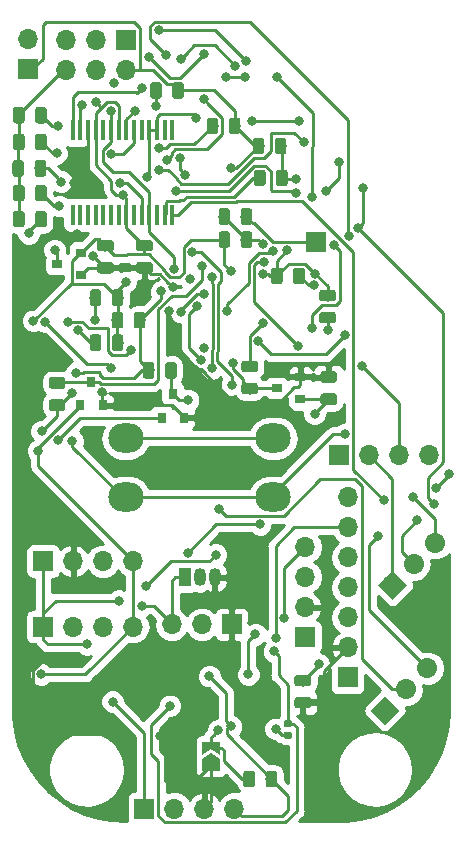
<source format=gbr>
G04 #@! TF.GenerationSoftware,KiCad,Pcbnew,(5.0.0)*
G04 #@! TF.CreationDate,2021-03-27T00:22:30-04:00*
G04 #@! TF.ProjectId,Section_SensorBlock,53656374696F6E5F53656E736F72426C,1.0*
G04 #@! TF.SameCoordinates,Original*
G04 #@! TF.FileFunction,Copper,L2,Bot,Signal*
G04 #@! TF.FilePolarity,Positive*
%FSLAX46Y46*%
G04 Gerber Fmt 4.6, Leading zero omitted, Abs format (unit mm)*
G04 Created by KiCad (PCBNEW (5.0.0)) date 03/27/21 00:22:30*
%MOMM*%
%LPD*%
G01*
G04 APERTURE LIST*
G04 #@! TA.AperFunction,ComponentPad*
%ADD10R,1.700000X1.700000*%
G04 #@! TD*
G04 #@! TA.AperFunction,ComponentPad*
%ADD11O,1.700000X1.700000*%
G04 #@! TD*
G04 #@! TA.AperFunction,ComponentPad*
%ADD12C,1.700000*%
G04 #@! TD*
G04 #@! TA.AperFunction,Conductor*
%ADD13C,0.100000*%
G04 #@! TD*
G04 #@! TA.AperFunction,Conductor*
%ADD14C,1.700000*%
G04 #@! TD*
G04 #@! TA.AperFunction,SMDPad,CuDef*
%ADD15C,0.975000*%
G04 #@! TD*
G04 #@! TA.AperFunction,SMDPad,CuDef*
%ADD16C,0.300000*%
G04 #@! TD*
G04 #@! TA.AperFunction,SMDPad,CuDef*
%ADD17R,0.800000X0.900000*%
G04 #@! TD*
G04 #@! TA.AperFunction,SMDPad,CuDef*
%ADD18R,0.900000X0.800000*%
G04 #@! TD*
G04 #@! TA.AperFunction,ComponentPad*
%ADD19O,3.000000X2.500000*%
G04 #@! TD*
G04 #@! TA.AperFunction,SMDPad,CuDef*
%ADD20C,0.590000*%
G04 #@! TD*
G04 #@! TA.AperFunction,SMDPad,CuDef*
%ADD21R,0.450000X1.750000*%
G04 #@! TD*
G04 #@! TA.AperFunction,ComponentPad*
%ADD22O,1.050000X1.500000*%
G04 #@! TD*
G04 #@! TA.AperFunction,ComponentPad*
%ADD23R,1.050000X1.500000*%
G04 #@! TD*
G04 #@! TA.AperFunction,ViaPad*
%ADD24C,0.800000*%
G04 #@! TD*
G04 #@! TA.AperFunction,Conductor*
%ADD25C,0.250000*%
G04 #@! TD*
G04 #@! TA.AperFunction,Conductor*
%ADD26C,0.254000*%
G04 #@! TD*
G04 APERTURE END LIST*
D10*
G04 #@! TO.P,J304,1*
G04 #@! TO.N,GND*
X162400000Y-114200000D03*
D11*
G04 #@! TO.P,J304,2*
G04 #@! TO.N,+3V3*
X162400000Y-111660000D03*
G04 #@! TO.P,J304,3*
G04 #@! TO.N,/Sensorblock sensor sheet/SDA_3V3*
X162400000Y-109120000D03*
G04 #@! TO.P,J304,4*
G04 #@! TO.N,/Sensorblock sensor sheet/SCL_3V3*
X162400000Y-106580000D03*
G04 #@! TO.P,J304,5*
G04 #@! TO.N,Net-(J304-Pad5)*
X162400000Y-104040000D03*
G04 #@! TO.P,J304,6*
G04 #@! TO.N,GND*
X162400000Y-101500000D03*
G04 #@! TO.P,J304,7*
G04 #@! TO.N,Net-(J304-Pad7)*
X162400000Y-98960000D03*
G04 #@! TD*
D12*
G04 #@! TO.P,JP201,1*
G04 #@! TO.N,/Sensorblock MCU sheet/BT_RX*
X165550000Y-117000000D03*
D13*
G04 #@! TD*
G04 #@! TO.N,/Sensorblock MCU sheet/BT_RX*
G04 #@! TO.C,JP201*
G36*
X166752082Y-117000000D02*
X165550000Y-118202082D01*
X164347918Y-117000000D01*
X165550000Y-115797918D01*
X166752082Y-117000000D01*
X166752082Y-117000000D01*
G37*
D12*
G04 #@! TO.P,JP201,2*
G04 #@! TO.N,/Sensorblock MCU sheet/TX_ARD*
X167346051Y-115203949D03*
D14*
G04 #@! TD*
G04 #@! TO.N,/Sensorblock MCU sheet/TX_ARD*
G04 #@! TO.C,JP201*
X167346051Y-115203949D02*
X167346051Y-115203949D01*
D12*
G04 #@! TO.P,JP201,3*
G04 #@! TO.N,/Sensorblock MCU sheet/USB_RX*
X169142102Y-113407898D03*
D14*
G04 #@! TD*
G04 #@! TO.N,/Sensorblock MCU sheet/USB_RX*
G04 #@! TO.C,JP201*
X169142102Y-113407898D02*
X169142102Y-113407898D01*
D12*
G04 #@! TO.P,JP203,3*
G04 #@! TO.N,/Sensorblock MCU sheet/USB_TX*
X169792102Y-102807898D03*
D14*
G04 #@! TD*
G04 #@! TO.N,/Sensorblock MCU sheet/USB_TX*
G04 #@! TO.C,JP203*
X169792102Y-102807898D02*
X169792102Y-102807898D01*
D12*
G04 #@! TO.P,JP203,2*
G04 #@! TO.N,/Sensorblock MCU sheet/RX_ARD*
X167996051Y-104603949D03*
D14*
G04 #@! TD*
G04 #@! TO.N,/Sensorblock MCU sheet/RX_ARD*
G04 #@! TO.C,JP203*
X167996051Y-104603949D02*
X167996051Y-104603949D01*
D12*
G04 #@! TO.P,JP203,1*
G04 #@! TO.N,/Sensorblock MCU sheet/BT_TX*
X166200000Y-106400000D03*
D13*
G04 #@! TD*
G04 #@! TO.N,/Sensorblock MCU sheet/BT_TX*
G04 #@! TO.C,JP203*
G36*
X167402082Y-106400000D02*
X166200000Y-107602082D01*
X164997918Y-106400000D01*
X166200000Y-105197918D01*
X167402082Y-106400000D01*
X167402082Y-106400000D01*
G37*
G04 #@! TO.N,GND*
G04 #@! TO.C,C201*
G36*
X143180142Y-83251174D02*
X143203803Y-83254684D01*
X143227007Y-83260496D01*
X143249529Y-83268554D01*
X143271153Y-83278782D01*
X143291670Y-83291079D01*
X143310883Y-83305329D01*
X143328607Y-83321393D01*
X143344671Y-83339117D01*
X143358921Y-83358330D01*
X143371218Y-83378847D01*
X143381446Y-83400471D01*
X143389504Y-83422993D01*
X143395316Y-83446197D01*
X143398826Y-83469858D01*
X143400000Y-83493750D01*
X143400000Y-84406250D01*
X143398826Y-84430142D01*
X143395316Y-84453803D01*
X143389504Y-84477007D01*
X143381446Y-84499529D01*
X143371218Y-84521153D01*
X143358921Y-84541670D01*
X143344671Y-84560883D01*
X143328607Y-84578607D01*
X143310883Y-84594671D01*
X143291670Y-84608921D01*
X143271153Y-84621218D01*
X143249529Y-84631446D01*
X143227007Y-84639504D01*
X143203803Y-84645316D01*
X143180142Y-84648826D01*
X143156250Y-84650000D01*
X142668750Y-84650000D01*
X142644858Y-84648826D01*
X142621197Y-84645316D01*
X142597993Y-84639504D01*
X142575471Y-84631446D01*
X142553847Y-84621218D01*
X142533330Y-84608921D01*
X142514117Y-84594671D01*
X142496393Y-84578607D01*
X142480329Y-84560883D01*
X142466079Y-84541670D01*
X142453782Y-84521153D01*
X142443554Y-84499529D01*
X142435496Y-84477007D01*
X142429684Y-84453803D01*
X142426174Y-84430142D01*
X142425000Y-84406250D01*
X142425000Y-83493750D01*
X142426174Y-83469858D01*
X142429684Y-83446197D01*
X142435496Y-83422993D01*
X142443554Y-83400471D01*
X142453782Y-83378847D01*
X142466079Y-83358330D01*
X142480329Y-83339117D01*
X142496393Y-83321393D01*
X142514117Y-83305329D01*
X142533330Y-83291079D01*
X142553847Y-83278782D01*
X142575471Y-83268554D01*
X142597993Y-83260496D01*
X142621197Y-83254684D01*
X142644858Y-83251174D01*
X142668750Y-83250000D01*
X143156250Y-83250000D01*
X143180142Y-83251174D01*
X143180142Y-83251174D01*
G37*
D15*
G04 #@! TD*
G04 #@! TO.P,C201,1*
G04 #@! TO.N,GND*
X142912500Y-83950000D03*
D13*
G04 #@! TO.N,+5V*
G04 #@! TO.C,C201*
G36*
X145055142Y-83251174D02*
X145078803Y-83254684D01*
X145102007Y-83260496D01*
X145124529Y-83268554D01*
X145146153Y-83278782D01*
X145166670Y-83291079D01*
X145185883Y-83305329D01*
X145203607Y-83321393D01*
X145219671Y-83339117D01*
X145233921Y-83358330D01*
X145246218Y-83378847D01*
X145256446Y-83400471D01*
X145264504Y-83422993D01*
X145270316Y-83446197D01*
X145273826Y-83469858D01*
X145275000Y-83493750D01*
X145275000Y-84406250D01*
X145273826Y-84430142D01*
X145270316Y-84453803D01*
X145264504Y-84477007D01*
X145256446Y-84499529D01*
X145246218Y-84521153D01*
X145233921Y-84541670D01*
X145219671Y-84560883D01*
X145203607Y-84578607D01*
X145185883Y-84594671D01*
X145166670Y-84608921D01*
X145146153Y-84621218D01*
X145124529Y-84631446D01*
X145102007Y-84639504D01*
X145078803Y-84645316D01*
X145055142Y-84648826D01*
X145031250Y-84650000D01*
X144543750Y-84650000D01*
X144519858Y-84648826D01*
X144496197Y-84645316D01*
X144472993Y-84639504D01*
X144450471Y-84631446D01*
X144428847Y-84621218D01*
X144408330Y-84608921D01*
X144389117Y-84594671D01*
X144371393Y-84578607D01*
X144355329Y-84560883D01*
X144341079Y-84541670D01*
X144328782Y-84521153D01*
X144318554Y-84499529D01*
X144310496Y-84477007D01*
X144304684Y-84453803D01*
X144301174Y-84430142D01*
X144300000Y-84406250D01*
X144300000Y-83493750D01*
X144301174Y-83469858D01*
X144304684Y-83446197D01*
X144310496Y-83422993D01*
X144318554Y-83400471D01*
X144328782Y-83378847D01*
X144341079Y-83358330D01*
X144355329Y-83339117D01*
X144371393Y-83321393D01*
X144389117Y-83305329D01*
X144408330Y-83291079D01*
X144428847Y-83278782D01*
X144450471Y-83268554D01*
X144472993Y-83260496D01*
X144496197Y-83254684D01*
X144519858Y-83251174D01*
X144543750Y-83250000D01*
X145031250Y-83250000D01*
X145055142Y-83251174D01*
X145055142Y-83251174D01*
G37*
D15*
G04 #@! TD*
G04 #@! TO.P,C201,2*
G04 #@! TO.N,+5V*
X144787500Y-83950000D03*
D13*
G04 #@! TO.N,+5V*
G04 #@! TO.C,C202*
G36*
X158555142Y-79501174D02*
X158578803Y-79504684D01*
X158602007Y-79510496D01*
X158624529Y-79518554D01*
X158646153Y-79528782D01*
X158666670Y-79541079D01*
X158685883Y-79555329D01*
X158703607Y-79571393D01*
X158719671Y-79589117D01*
X158733921Y-79608330D01*
X158746218Y-79628847D01*
X158756446Y-79650471D01*
X158764504Y-79672993D01*
X158770316Y-79696197D01*
X158773826Y-79719858D01*
X158775000Y-79743750D01*
X158775000Y-80656250D01*
X158773826Y-80680142D01*
X158770316Y-80703803D01*
X158764504Y-80727007D01*
X158756446Y-80749529D01*
X158746218Y-80771153D01*
X158733921Y-80791670D01*
X158719671Y-80810883D01*
X158703607Y-80828607D01*
X158685883Y-80844671D01*
X158666670Y-80858921D01*
X158646153Y-80871218D01*
X158624529Y-80881446D01*
X158602007Y-80889504D01*
X158578803Y-80895316D01*
X158555142Y-80898826D01*
X158531250Y-80900000D01*
X158043750Y-80900000D01*
X158019858Y-80898826D01*
X157996197Y-80895316D01*
X157972993Y-80889504D01*
X157950471Y-80881446D01*
X157928847Y-80871218D01*
X157908330Y-80858921D01*
X157889117Y-80844671D01*
X157871393Y-80828607D01*
X157855329Y-80810883D01*
X157841079Y-80791670D01*
X157828782Y-80771153D01*
X157818554Y-80749529D01*
X157810496Y-80727007D01*
X157804684Y-80703803D01*
X157801174Y-80680142D01*
X157800000Y-80656250D01*
X157800000Y-79743750D01*
X157801174Y-79719858D01*
X157804684Y-79696197D01*
X157810496Y-79672993D01*
X157818554Y-79650471D01*
X157828782Y-79628847D01*
X157841079Y-79608330D01*
X157855329Y-79589117D01*
X157871393Y-79571393D01*
X157889117Y-79555329D01*
X157908330Y-79541079D01*
X157928847Y-79528782D01*
X157950471Y-79518554D01*
X157972993Y-79510496D01*
X157996197Y-79504684D01*
X158019858Y-79501174D01*
X158043750Y-79500000D01*
X158531250Y-79500000D01*
X158555142Y-79501174D01*
X158555142Y-79501174D01*
G37*
D15*
G04 #@! TD*
G04 #@! TO.P,C202,2*
G04 #@! TO.N,+5V*
X158287500Y-80200000D03*
D13*
G04 #@! TO.N,GND*
G04 #@! TO.C,C202*
G36*
X156680142Y-79501174D02*
X156703803Y-79504684D01*
X156727007Y-79510496D01*
X156749529Y-79518554D01*
X156771153Y-79528782D01*
X156791670Y-79541079D01*
X156810883Y-79555329D01*
X156828607Y-79571393D01*
X156844671Y-79589117D01*
X156858921Y-79608330D01*
X156871218Y-79628847D01*
X156881446Y-79650471D01*
X156889504Y-79672993D01*
X156895316Y-79696197D01*
X156898826Y-79719858D01*
X156900000Y-79743750D01*
X156900000Y-80656250D01*
X156898826Y-80680142D01*
X156895316Y-80703803D01*
X156889504Y-80727007D01*
X156881446Y-80749529D01*
X156871218Y-80771153D01*
X156858921Y-80791670D01*
X156844671Y-80810883D01*
X156828607Y-80828607D01*
X156810883Y-80844671D01*
X156791670Y-80858921D01*
X156771153Y-80871218D01*
X156749529Y-80881446D01*
X156727007Y-80889504D01*
X156703803Y-80895316D01*
X156680142Y-80898826D01*
X156656250Y-80900000D01*
X156168750Y-80900000D01*
X156144858Y-80898826D01*
X156121197Y-80895316D01*
X156097993Y-80889504D01*
X156075471Y-80881446D01*
X156053847Y-80871218D01*
X156033330Y-80858921D01*
X156014117Y-80844671D01*
X155996393Y-80828607D01*
X155980329Y-80810883D01*
X155966079Y-80791670D01*
X155953782Y-80771153D01*
X155943554Y-80749529D01*
X155935496Y-80727007D01*
X155929684Y-80703803D01*
X155926174Y-80680142D01*
X155925000Y-80656250D01*
X155925000Y-79743750D01*
X155926174Y-79719858D01*
X155929684Y-79696197D01*
X155935496Y-79672993D01*
X155943554Y-79650471D01*
X155953782Y-79628847D01*
X155966079Y-79608330D01*
X155980329Y-79589117D01*
X155996393Y-79571393D01*
X156014117Y-79555329D01*
X156033330Y-79541079D01*
X156053847Y-79528782D01*
X156075471Y-79518554D01*
X156097993Y-79510496D01*
X156121197Y-79504684D01*
X156144858Y-79501174D01*
X156168750Y-79500000D01*
X156656250Y-79500000D01*
X156680142Y-79501174D01*
X156680142Y-79501174D01*
G37*
D15*
G04 #@! TD*
G04 #@! TO.P,C202,1*
G04 #@! TO.N,GND*
X156412500Y-80200000D03*
D13*
G04 #@! TO.N,Net-(C203-Pad2)*
G04 #@! TO.C,C203*
G36*
X141323337Y-81351969D02*
X141346998Y-81355479D01*
X141370202Y-81361291D01*
X141392724Y-81369349D01*
X141414348Y-81379577D01*
X141434865Y-81391874D01*
X141454078Y-81406124D01*
X141471802Y-81422188D01*
X141487866Y-81439912D01*
X141502116Y-81459125D01*
X141514413Y-81479642D01*
X141524641Y-81501266D01*
X141532699Y-81523788D01*
X141538511Y-81546992D01*
X141542021Y-81570653D01*
X141543195Y-81594545D01*
X141543195Y-82507045D01*
X141542021Y-82530937D01*
X141538511Y-82554598D01*
X141532699Y-82577802D01*
X141524641Y-82600324D01*
X141514413Y-82621948D01*
X141502116Y-82642465D01*
X141487866Y-82661678D01*
X141471802Y-82679402D01*
X141454078Y-82695466D01*
X141434865Y-82709716D01*
X141414348Y-82722013D01*
X141392724Y-82732241D01*
X141370202Y-82740299D01*
X141346998Y-82746111D01*
X141323337Y-82749621D01*
X141299445Y-82750795D01*
X140811945Y-82750795D01*
X140788053Y-82749621D01*
X140764392Y-82746111D01*
X140741188Y-82740299D01*
X140718666Y-82732241D01*
X140697042Y-82722013D01*
X140676525Y-82709716D01*
X140657312Y-82695466D01*
X140639588Y-82679402D01*
X140623524Y-82661678D01*
X140609274Y-82642465D01*
X140596977Y-82621948D01*
X140586749Y-82600324D01*
X140578691Y-82577802D01*
X140572879Y-82554598D01*
X140569369Y-82530937D01*
X140568195Y-82507045D01*
X140568195Y-81594545D01*
X140569369Y-81570653D01*
X140572879Y-81546992D01*
X140578691Y-81523788D01*
X140586749Y-81501266D01*
X140596977Y-81479642D01*
X140609274Y-81459125D01*
X140623524Y-81439912D01*
X140639588Y-81422188D01*
X140657312Y-81406124D01*
X140676525Y-81391874D01*
X140697042Y-81379577D01*
X140718666Y-81369349D01*
X140741188Y-81361291D01*
X140764392Y-81355479D01*
X140788053Y-81351969D01*
X140811945Y-81350795D01*
X141299445Y-81350795D01*
X141323337Y-81351969D01*
X141323337Y-81351969D01*
G37*
D15*
G04 #@! TD*
G04 #@! TO.P,C203,2*
G04 #@! TO.N,Net-(C203-Pad2)*
X141055695Y-82050795D03*
D13*
G04 #@! TO.N,GND*
G04 #@! TO.C,C203*
G36*
X143198337Y-81351969D02*
X143221998Y-81355479D01*
X143245202Y-81361291D01*
X143267724Y-81369349D01*
X143289348Y-81379577D01*
X143309865Y-81391874D01*
X143329078Y-81406124D01*
X143346802Y-81422188D01*
X143362866Y-81439912D01*
X143377116Y-81459125D01*
X143389413Y-81479642D01*
X143399641Y-81501266D01*
X143407699Y-81523788D01*
X143413511Y-81546992D01*
X143417021Y-81570653D01*
X143418195Y-81594545D01*
X143418195Y-82507045D01*
X143417021Y-82530937D01*
X143413511Y-82554598D01*
X143407699Y-82577802D01*
X143399641Y-82600324D01*
X143389413Y-82621948D01*
X143377116Y-82642465D01*
X143362866Y-82661678D01*
X143346802Y-82679402D01*
X143329078Y-82695466D01*
X143309865Y-82709716D01*
X143289348Y-82722013D01*
X143267724Y-82732241D01*
X143245202Y-82740299D01*
X143221998Y-82746111D01*
X143198337Y-82749621D01*
X143174445Y-82750795D01*
X142686945Y-82750795D01*
X142663053Y-82749621D01*
X142639392Y-82746111D01*
X142616188Y-82740299D01*
X142593666Y-82732241D01*
X142572042Y-82722013D01*
X142551525Y-82709716D01*
X142532312Y-82695466D01*
X142514588Y-82679402D01*
X142498524Y-82661678D01*
X142484274Y-82642465D01*
X142471977Y-82621948D01*
X142461749Y-82600324D01*
X142453691Y-82577802D01*
X142447879Y-82554598D01*
X142444369Y-82530937D01*
X142443195Y-82507045D01*
X142443195Y-81594545D01*
X142444369Y-81570653D01*
X142447879Y-81546992D01*
X142453691Y-81523788D01*
X142461749Y-81501266D01*
X142471977Y-81479642D01*
X142484274Y-81459125D01*
X142498524Y-81439912D01*
X142514588Y-81422188D01*
X142532312Y-81406124D01*
X142551525Y-81391874D01*
X142572042Y-81379577D01*
X142593666Y-81369349D01*
X142616188Y-81361291D01*
X142639392Y-81355479D01*
X142663053Y-81351969D01*
X142686945Y-81350795D01*
X143174445Y-81350795D01*
X143198337Y-81351969D01*
X143198337Y-81351969D01*
G37*
D15*
G04 #@! TD*
G04 #@! TO.P,C203,1*
G04 #@! TO.N,GND*
X142930695Y-82050795D03*
D13*
G04 #@! TO.N,GND*
G04 #@! TO.C,C204*
G36*
X143198337Y-85151970D02*
X143221998Y-85155480D01*
X143245202Y-85161292D01*
X143267724Y-85169350D01*
X143289348Y-85179578D01*
X143309865Y-85191875D01*
X143329078Y-85206125D01*
X143346802Y-85222189D01*
X143362866Y-85239913D01*
X143377116Y-85259126D01*
X143389413Y-85279643D01*
X143399641Y-85301267D01*
X143407699Y-85323789D01*
X143413511Y-85346993D01*
X143417021Y-85370654D01*
X143418195Y-85394546D01*
X143418195Y-86307046D01*
X143417021Y-86330938D01*
X143413511Y-86354599D01*
X143407699Y-86377803D01*
X143399641Y-86400325D01*
X143389413Y-86421949D01*
X143377116Y-86442466D01*
X143362866Y-86461679D01*
X143346802Y-86479403D01*
X143329078Y-86495467D01*
X143309865Y-86509717D01*
X143289348Y-86522014D01*
X143267724Y-86532242D01*
X143245202Y-86540300D01*
X143221998Y-86546112D01*
X143198337Y-86549622D01*
X143174445Y-86550796D01*
X142686945Y-86550796D01*
X142663053Y-86549622D01*
X142639392Y-86546112D01*
X142616188Y-86540300D01*
X142593666Y-86532242D01*
X142572042Y-86522014D01*
X142551525Y-86509717D01*
X142532312Y-86495467D01*
X142514588Y-86479403D01*
X142498524Y-86461679D01*
X142484274Y-86442466D01*
X142471977Y-86421949D01*
X142461749Y-86400325D01*
X142453691Y-86377803D01*
X142447879Y-86354599D01*
X142444369Y-86330938D01*
X142443195Y-86307046D01*
X142443195Y-85394546D01*
X142444369Y-85370654D01*
X142447879Y-85346993D01*
X142453691Y-85323789D01*
X142461749Y-85301267D01*
X142471977Y-85279643D01*
X142484274Y-85259126D01*
X142498524Y-85239913D01*
X142514588Y-85222189D01*
X142532312Y-85206125D01*
X142551525Y-85191875D01*
X142572042Y-85179578D01*
X142593666Y-85169350D01*
X142616188Y-85161292D01*
X142639392Y-85155480D01*
X142663053Y-85151970D01*
X142686945Y-85150796D01*
X143174445Y-85150796D01*
X143198337Y-85151970D01*
X143198337Y-85151970D01*
G37*
D15*
G04 #@! TD*
G04 #@! TO.P,C204,1*
G04 #@! TO.N,GND*
X142930695Y-85850796D03*
D13*
G04 #@! TO.N,Net-(C204-Pad2)*
G04 #@! TO.C,C204*
G36*
X141323337Y-85151970D02*
X141346998Y-85155480D01*
X141370202Y-85161292D01*
X141392724Y-85169350D01*
X141414348Y-85179578D01*
X141434865Y-85191875D01*
X141454078Y-85206125D01*
X141471802Y-85222189D01*
X141487866Y-85239913D01*
X141502116Y-85259126D01*
X141514413Y-85279643D01*
X141524641Y-85301267D01*
X141532699Y-85323789D01*
X141538511Y-85346993D01*
X141542021Y-85370654D01*
X141543195Y-85394546D01*
X141543195Y-86307046D01*
X141542021Y-86330938D01*
X141538511Y-86354599D01*
X141532699Y-86377803D01*
X141524641Y-86400325D01*
X141514413Y-86421949D01*
X141502116Y-86442466D01*
X141487866Y-86461679D01*
X141471802Y-86479403D01*
X141454078Y-86495467D01*
X141434865Y-86509717D01*
X141414348Y-86522014D01*
X141392724Y-86532242D01*
X141370202Y-86540300D01*
X141346998Y-86546112D01*
X141323337Y-86549622D01*
X141299445Y-86550796D01*
X140811945Y-86550796D01*
X140788053Y-86549622D01*
X140764392Y-86546112D01*
X140741188Y-86540300D01*
X140718666Y-86532242D01*
X140697042Y-86522014D01*
X140676525Y-86509717D01*
X140657312Y-86495467D01*
X140639588Y-86479403D01*
X140623524Y-86461679D01*
X140609274Y-86442466D01*
X140596977Y-86421949D01*
X140586749Y-86400325D01*
X140578691Y-86377803D01*
X140572879Y-86354599D01*
X140569369Y-86330938D01*
X140568195Y-86307046D01*
X140568195Y-85394546D01*
X140569369Y-85370654D01*
X140572879Y-85346993D01*
X140578691Y-85323789D01*
X140586749Y-85301267D01*
X140596977Y-85279643D01*
X140609274Y-85259126D01*
X140623524Y-85239913D01*
X140639588Y-85222189D01*
X140657312Y-85206125D01*
X140676525Y-85191875D01*
X140697042Y-85179578D01*
X140718666Y-85169350D01*
X140741188Y-85161292D01*
X140764392Y-85155480D01*
X140788053Y-85151970D01*
X140811945Y-85150796D01*
X141299445Y-85150796D01*
X141323337Y-85151970D01*
X141323337Y-85151970D01*
G37*
D15*
G04 #@! TD*
G04 #@! TO.P,C204,2*
G04 #@! TO.N,Net-(C204-Pad2)*
X141055695Y-85850796D03*
D13*
G04 #@! TO.N,/Sensorblock MCU sheet/DTR*
G04 #@! TO.C,C206*
G36*
X155230142Y-71201174D02*
X155253803Y-71204684D01*
X155277007Y-71210496D01*
X155299529Y-71218554D01*
X155321153Y-71228782D01*
X155341670Y-71241079D01*
X155360883Y-71255329D01*
X155378607Y-71271393D01*
X155394671Y-71289117D01*
X155408921Y-71308330D01*
X155421218Y-71328847D01*
X155431446Y-71350471D01*
X155439504Y-71372993D01*
X155445316Y-71396197D01*
X155448826Y-71419858D01*
X155450000Y-71443750D01*
X155450000Y-72356250D01*
X155448826Y-72380142D01*
X155445316Y-72403803D01*
X155439504Y-72427007D01*
X155431446Y-72449529D01*
X155421218Y-72471153D01*
X155408921Y-72491670D01*
X155394671Y-72510883D01*
X155378607Y-72528607D01*
X155360883Y-72544671D01*
X155341670Y-72558921D01*
X155321153Y-72571218D01*
X155299529Y-72581446D01*
X155277007Y-72589504D01*
X155253803Y-72595316D01*
X155230142Y-72598826D01*
X155206250Y-72600000D01*
X154718750Y-72600000D01*
X154694858Y-72598826D01*
X154671197Y-72595316D01*
X154647993Y-72589504D01*
X154625471Y-72581446D01*
X154603847Y-72571218D01*
X154583330Y-72558921D01*
X154564117Y-72544671D01*
X154546393Y-72528607D01*
X154530329Y-72510883D01*
X154516079Y-72491670D01*
X154503782Y-72471153D01*
X154493554Y-72449529D01*
X154485496Y-72427007D01*
X154479684Y-72403803D01*
X154476174Y-72380142D01*
X154475000Y-72356250D01*
X154475000Y-71443750D01*
X154476174Y-71419858D01*
X154479684Y-71396197D01*
X154485496Y-71372993D01*
X154493554Y-71350471D01*
X154503782Y-71328847D01*
X154516079Y-71308330D01*
X154530329Y-71289117D01*
X154546393Y-71271393D01*
X154564117Y-71255329D01*
X154583330Y-71241079D01*
X154603847Y-71228782D01*
X154625471Y-71218554D01*
X154647993Y-71210496D01*
X154671197Y-71204684D01*
X154694858Y-71201174D01*
X154718750Y-71200000D01*
X155206250Y-71200000D01*
X155230142Y-71201174D01*
X155230142Y-71201174D01*
G37*
D15*
G04 #@! TD*
G04 #@! TO.P,C206,1*
G04 #@! TO.N,/Sensorblock MCU sheet/DTR*
X154962500Y-71900000D03*
D13*
G04 #@! TO.N,/Sensorblock MCU sheet/PC6-RST*
G04 #@! TO.C,C206*
G36*
X157105142Y-71201174D02*
X157128803Y-71204684D01*
X157152007Y-71210496D01*
X157174529Y-71218554D01*
X157196153Y-71228782D01*
X157216670Y-71241079D01*
X157235883Y-71255329D01*
X157253607Y-71271393D01*
X157269671Y-71289117D01*
X157283921Y-71308330D01*
X157296218Y-71328847D01*
X157306446Y-71350471D01*
X157314504Y-71372993D01*
X157320316Y-71396197D01*
X157323826Y-71419858D01*
X157325000Y-71443750D01*
X157325000Y-72356250D01*
X157323826Y-72380142D01*
X157320316Y-72403803D01*
X157314504Y-72427007D01*
X157306446Y-72449529D01*
X157296218Y-72471153D01*
X157283921Y-72491670D01*
X157269671Y-72510883D01*
X157253607Y-72528607D01*
X157235883Y-72544671D01*
X157216670Y-72558921D01*
X157196153Y-72571218D01*
X157174529Y-72581446D01*
X157152007Y-72589504D01*
X157128803Y-72595316D01*
X157105142Y-72598826D01*
X157081250Y-72600000D01*
X156593750Y-72600000D01*
X156569858Y-72598826D01*
X156546197Y-72595316D01*
X156522993Y-72589504D01*
X156500471Y-72581446D01*
X156478847Y-72571218D01*
X156458330Y-72558921D01*
X156439117Y-72544671D01*
X156421393Y-72528607D01*
X156405329Y-72510883D01*
X156391079Y-72491670D01*
X156378782Y-72471153D01*
X156368554Y-72449529D01*
X156360496Y-72427007D01*
X156354684Y-72403803D01*
X156351174Y-72380142D01*
X156350000Y-72356250D01*
X156350000Y-71443750D01*
X156351174Y-71419858D01*
X156354684Y-71396197D01*
X156360496Y-71372993D01*
X156368554Y-71350471D01*
X156378782Y-71328847D01*
X156391079Y-71308330D01*
X156405329Y-71289117D01*
X156421393Y-71271393D01*
X156439117Y-71255329D01*
X156458330Y-71241079D01*
X156478847Y-71228782D01*
X156500471Y-71218554D01*
X156522993Y-71210496D01*
X156546197Y-71204684D01*
X156569858Y-71201174D01*
X156593750Y-71200000D01*
X157081250Y-71200000D01*
X157105142Y-71201174D01*
X157105142Y-71201174D01*
G37*
D15*
G04 #@! TD*
G04 #@! TO.P,C206,2*
G04 #@! TO.N,/Sensorblock MCU sheet/PC6-RST*
X156837500Y-71900000D03*
D10*
G04 #@! TO.P,ICSP201,1*
G04 #@! TO.N,/Sensorblock MCU sheet/PB4-MISO*
X143600000Y-60200000D03*
D11*
G04 #@! TO.P,ICSP201,2*
G04 #@! TO.N,+5V*
X143600000Y-62740000D03*
G04 #@! TO.P,ICSP201,3*
G04 #@! TO.N,/Sensorblock MCU sheet/PB5-SCK*
X141060000Y-60200000D03*
G04 #@! TO.P,ICSP201,4*
G04 #@! TO.N,/Sensorblock MCU sheet/PB3-MOSI*
X141060000Y-62740000D03*
G04 #@! TO.P,ICSP201,5*
G04 #@! TO.N,/Sensorblock MCU sheet/PC6-RST*
X138520000Y-60200000D03*
G04 #@! TO.P,ICSP201,6*
G04 #@! TO.N,GND*
X138520000Y-62740000D03*
G04 #@! TD*
D10*
G04 #@! TO.P,J202,1*
G04 #@! TO.N,+5V*
X135300000Y-62700000D03*
D11*
G04 #@! TO.P,J202,2*
G04 #@! TO.N,GND*
X135300000Y-60160000D03*
G04 #@! TD*
D10*
G04 #@! TO.P,J301,1*
G04 #@! TO.N,/Sensorblock sensor sheet/SDA_3V3*
X145200000Y-125300000D03*
D11*
G04 #@! TO.P,J301,2*
G04 #@! TO.N,/Sensorblock sensor sheet/SCL_3V3*
X147740000Y-125300000D03*
G04 #@! TO.P,J301,3*
G04 #@! TO.N,+3V3*
X150280000Y-125300000D03*
G04 #@! TO.P,J301,4*
G04 #@! TO.N,GND*
X152820000Y-125300000D03*
G04 #@! TD*
G04 #@! TO.P,J302,4*
G04 #@! TO.N,/Sensorblock sensor sheet/SCL_3V3*
X144240000Y-104350000D03*
G04 #@! TO.P,J302,3*
G04 #@! TO.N,/Sensorblock sensor sheet/SDA_3V3*
X141700000Y-104350000D03*
G04 #@! TO.P,J302,2*
G04 #@! TO.N,+3V3*
X139160000Y-104350000D03*
D10*
G04 #@! TO.P,J302,1*
G04 #@! TO.N,GND*
X136620000Y-104350000D03*
G04 #@! TD*
G04 #@! TO.P,J306,1*
G04 #@! TO.N,+3V3*
X152600000Y-109700000D03*
D11*
G04 #@! TO.P,J306,2*
G04 #@! TO.N,/Sensorblock sensor sheet/1Wire_3V3*
X150060000Y-109700000D03*
G04 #@! TO.P,J306,3*
G04 #@! TO.N,GND*
X147520000Y-109700000D03*
G04 #@! TD*
D16*
G04 #@! TO.P,JP301,2*
G04 #@! TO.N,Net-(JP301-Pad2)*
X150850000Y-120150000D03*
D13*
G04 #@! TD*
G04 #@! TO.N,Net-(JP301-Pad2)*
G04 #@! TO.C,JP301*
G36*
X151600000Y-119650000D02*
X151600000Y-120800000D01*
X150850000Y-120300000D01*
X150100000Y-120800000D01*
X150100000Y-119650000D01*
X151600000Y-119650000D01*
X151600000Y-119650000D01*
G37*
D16*
G04 #@! TO.P,JP301,1*
G04 #@! TO.N,+3V3*
X150850000Y-121600000D03*
D13*
G04 #@! TD*
G04 #@! TO.N,+3V3*
G04 #@! TO.C,JP301*
G36*
X150850000Y-120600000D02*
X151600000Y-121100000D01*
X151600000Y-122100000D01*
X150100000Y-122100000D01*
X150100000Y-121100000D01*
X150850000Y-120600000D01*
X150850000Y-120600000D01*
G37*
D17*
G04 #@! TO.P,Q301,1*
G04 #@! TO.N,+3V3*
X141650000Y-91150000D03*
G04 #@! TO.P,Q301,2*
G04 #@! TO.N,/Sensorblock sensor sheet/SCL_3V3*
X139750000Y-91150000D03*
G04 #@! TO.P,Q301,3*
G04 #@! TO.N,AT_SCL*
X140700000Y-89150000D03*
G04 #@! TD*
G04 #@! TO.P,Q302,3*
G04 #@! TO.N,AT_SDA*
X147600000Y-90200000D03*
G04 #@! TO.P,Q302,2*
G04 #@! TO.N,/Sensorblock sensor sheet/SDA_3V3*
X146650000Y-92200000D03*
G04 #@! TO.P,Q302,1*
G04 #@! TO.N,+3V3*
X148550000Y-92200000D03*
G04 #@! TD*
D18*
G04 #@! TO.P,Q303,1*
G04 #@! TO.N,+3V3*
X158400000Y-88750000D03*
G04 #@! TO.P,Q303,2*
G04 #@! TO.N,/Sensorblock sensor sheet/1Wire_3V3*
X158400000Y-90650000D03*
G04 #@! TO.P,Q303,3*
G04 #@! TO.N,AT_1Wire*
X156400000Y-89700000D03*
G04 #@! TD*
D13*
G04 #@! TO.N,+5V*
G04 #@! TO.C,R203*
G36*
X155130142Y-68501174D02*
X155153803Y-68504684D01*
X155177007Y-68510496D01*
X155199529Y-68518554D01*
X155221153Y-68528782D01*
X155241670Y-68541079D01*
X155260883Y-68555329D01*
X155278607Y-68571393D01*
X155294671Y-68589117D01*
X155308921Y-68608330D01*
X155321218Y-68628847D01*
X155331446Y-68650471D01*
X155339504Y-68672993D01*
X155345316Y-68696197D01*
X155348826Y-68719858D01*
X155350000Y-68743750D01*
X155350000Y-69656250D01*
X155348826Y-69680142D01*
X155345316Y-69703803D01*
X155339504Y-69727007D01*
X155331446Y-69749529D01*
X155321218Y-69771153D01*
X155308921Y-69791670D01*
X155294671Y-69810883D01*
X155278607Y-69828607D01*
X155260883Y-69844671D01*
X155241670Y-69858921D01*
X155221153Y-69871218D01*
X155199529Y-69881446D01*
X155177007Y-69889504D01*
X155153803Y-69895316D01*
X155130142Y-69898826D01*
X155106250Y-69900000D01*
X154618750Y-69900000D01*
X154594858Y-69898826D01*
X154571197Y-69895316D01*
X154547993Y-69889504D01*
X154525471Y-69881446D01*
X154503847Y-69871218D01*
X154483330Y-69858921D01*
X154464117Y-69844671D01*
X154446393Y-69828607D01*
X154430329Y-69810883D01*
X154416079Y-69791670D01*
X154403782Y-69771153D01*
X154393554Y-69749529D01*
X154385496Y-69727007D01*
X154379684Y-69703803D01*
X154376174Y-69680142D01*
X154375000Y-69656250D01*
X154375000Y-68743750D01*
X154376174Y-68719858D01*
X154379684Y-68696197D01*
X154385496Y-68672993D01*
X154393554Y-68650471D01*
X154403782Y-68628847D01*
X154416079Y-68608330D01*
X154430329Y-68589117D01*
X154446393Y-68571393D01*
X154464117Y-68555329D01*
X154483330Y-68541079D01*
X154503847Y-68528782D01*
X154525471Y-68518554D01*
X154547993Y-68510496D01*
X154571197Y-68504684D01*
X154594858Y-68501174D01*
X154618750Y-68500000D01*
X155106250Y-68500000D01*
X155130142Y-68501174D01*
X155130142Y-68501174D01*
G37*
D15*
G04 #@! TD*
G04 #@! TO.P,R203,1*
G04 #@! TO.N,+5V*
X154862500Y-69200000D03*
D13*
G04 #@! TO.N,/Sensorblock MCU sheet/PC6-RST*
G04 #@! TO.C,R203*
G36*
X157005142Y-68501174D02*
X157028803Y-68504684D01*
X157052007Y-68510496D01*
X157074529Y-68518554D01*
X157096153Y-68528782D01*
X157116670Y-68541079D01*
X157135883Y-68555329D01*
X157153607Y-68571393D01*
X157169671Y-68589117D01*
X157183921Y-68608330D01*
X157196218Y-68628847D01*
X157206446Y-68650471D01*
X157214504Y-68672993D01*
X157220316Y-68696197D01*
X157223826Y-68719858D01*
X157225000Y-68743750D01*
X157225000Y-69656250D01*
X157223826Y-69680142D01*
X157220316Y-69703803D01*
X157214504Y-69727007D01*
X157206446Y-69749529D01*
X157196218Y-69771153D01*
X157183921Y-69791670D01*
X157169671Y-69810883D01*
X157153607Y-69828607D01*
X157135883Y-69844671D01*
X157116670Y-69858921D01*
X157096153Y-69871218D01*
X157074529Y-69881446D01*
X157052007Y-69889504D01*
X157028803Y-69895316D01*
X157005142Y-69898826D01*
X156981250Y-69900000D01*
X156493750Y-69900000D01*
X156469858Y-69898826D01*
X156446197Y-69895316D01*
X156422993Y-69889504D01*
X156400471Y-69881446D01*
X156378847Y-69871218D01*
X156358330Y-69858921D01*
X156339117Y-69844671D01*
X156321393Y-69828607D01*
X156305329Y-69810883D01*
X156291079Y-69791670D01*
X156278782Y-69771153D01*
X156268554Y-69749529D01*
X156260496Y-69727007D01*
X156254684Y-69703803D01*
X156251174Y-69680142D01*
X156250000Y-69656250D01*
X156250000Y-68743750D01*
X156251174Y-68719858D01*
X156254684Y-68696197D01*
X156260496Y-68672993D01*
X156268554Y-68650471D01*
X156278782Y-68628847D01*
X156291079Y-68608330D01*
X156305329Y-68589117D01*
X156321393Y-68571393D01*
X156339117Y-68555329D01*
X156358330Y-68541079D01*
X156378847Y-68528782D01*
X156400471Y-68518554D01*
X156422993Y-68510496D01*
X156446197Y-68504684D01*
X156469858Y-68501174D01*
X156493750Y-68500000D01*
X156981250Y-68500000D01*
X157005142Y-68501174D01*
X157005142Y-68501174D01*
G37*
D15*
G04 #@! TD*
G04 #@! TO.P,R203,2*
G04 #@! TO.N,/Sensorblock MCU sheet/PC6-RST*
X156737500Y-69200000D03*
D13*
G04 #@! TO.N,Net-(D202-Pad2)*
G04 #@! TO.C,R204*
G36*
X151230142Y-66801174D02*
X151253803Y-66804684D01*
X151277007Y-66810496D01*
X151299529Y-66818554D01*
X151321153Y-66828782D01*
X151341670Y-66841079D01*
X151360883Y-66855329D01*
X151378607Y-66871393D01*
X151394671Y-66889117D01*
X151408921Y-66908330D01*
X151421218Y-66928847D01*
X151431446Y-66950471D01*
X151439504Y-66972993D01*
X151445316Y-66996197D01*
X151448826Y-67019858D01*
X151450000Y-67043750D01*
X151450000Y-67956250D01*
X151448826Y-67980142D01*
X151445316Y-68003803D01*
X151439504Y-68027007D01*
X151431446Y-68049529D01*
X151421218Y-68071153D01*
X151408921Y-68091670D01*
X151394671Y-68110883D01*
X151378607Y-68128607D01*
X151360883Y-68144671D01*
X151341670Y-68158921D01*
X151321153Y-68171218D01*
X151299529Y-68181446D01*
X151277007Y-68189504D01*
X151253803Y-68195316D01*
X151230142Y-68198826D01*
X151206250Y-68200000D01*
X150718750Y-68200000D01*
X150694858Y-68198826D01*
X150671197Y-68195316D01*
X150647993Y-68189504D01*
X150625471Y-68181446D01*
X150603847Y-68171218D01*
X150583330Y-68158921D01*
X150564117Y-68144671D01*
X150546393Y-68128607D01*
X150530329Y-68110883D01*
X150516079Y-68091670D01*
X150503782Y-68071153D01*
X150493554Y-68049529D01*
X150485496Y-68027007D01*
X150479684Y-68003803D01*
X150476174Y-67980142D01*
X150475000Y-67956250D01*
X150475000Y-67043750D01*
X150476174Y-67019858D01*
X150479684Y-66996197D01*
X150485496Y-66972993D01*
X150493554Y-66950471D01*
X150503782Y-66928847D01*
X150516079Y-66908330D01*
X150530329Y-66889117D01*
X150546393Y-66871393D01*
X150564117Y-66855329D01*
X150583330Y-66841079D01*
X150603847Y-66828782D01*
X150625471Y-66818554D01*
X150647993Y-66810496D01*
X150671197Y-66804684D01*
X150694858Y-66801174D01*
X150718750Y-66800000D01*
X151206250Y-66800000D01*
X151230142Y-66801174D01*
X151230142Y-66801174D01*
G37*
D15*
G04 #@! TD*
G04 #@! TO.P,R204,1*
G04 #@! TO.N,Net-(D202-Pad2)*
X150962500Y-67500000D03*
D13*
G04 #@! TO.N,+5V*
G04 #@! TO.C,R204*
G36*
X153105142Y-66801174D02*
X153128803Y-66804684D01*
X153152007Y-66810496D01*
X153174529Y-66818554D01*
X153196153Y-66828782D01*
X153216670Y-66841079D01*
X153235883Y-66855329D01*
X153253607Y-66871393D01*
X153269671Y-66889117D01*
X153283921Y-66908330D01*
X153296218Y-66928847D01*
X153306446Y-66950471D01*
X153314504Y-66972993D01*
X153320316Y-66996197D01*
X153323826Y-67019858D01*
X153325000Y-67043750D01*
X153325000Y-67956250D01*
X153323826Y-67980142D01*
X153320316Y-68003803D01*
X153314504Y-68027007D01*
X153306446Y-68049529D01*
X153296218Y-68071153D01*
X153283921Y-68091670D01*
X153269671Y-68110883D01*
X153253607Y-68128607D01*
X153235883Y-68144671D01*
X153216670Y-68158921D01*
X153196153Y-68171218D01*
X153174529Y-68181446D01*
X153152007Y-68189504D01*
X153128803Y-68195316D01*
X153105142Y-68198826D01*
X153081250Y-68200000D01*
X152593750Y-68200000D01*
X152569858Y-68198826D01*
X152546197Y-68195316D01*
X152522993Y-68189504D01*
X152500471Y-68181446D01*
X152478847Y-68171218D01*
X152458330Y-68158921D01*
X152439117Y-68144671D01*
X152421393Y-68128607D01*
X152405329Y-68110883D01*
X152391079Y-68091670D01*
X152378782Y-68071153D01*
X152368554Y-68049529D01*
X152360496Y-68027007D01*
X152354684Y-68003803D01*
X152351174Y-67980142D01*
X152350000Y-67956250D01*
X152350000Y-67043750D01*
X152351174Y-67019858D01*
X152354684Y-66996197D01*
X152360496Y-66972993D01*
X152368554Y-66950471D01*
X152378782Y-66928847D01*
X152391079Y-66908330D01*
X152405329Y-66889117D01*
X152421393Y-66871393D01*
X152439117Y-66855329D01*
X152458330Y-66841079D01*
X152478847Y-66828782D01*
X152500471Y-66818554D01*
X152522993Y-66810496D01*
X152546197Y-66804684D01*
X152569858Y-66801174D01*
X152593750Y-66800000D01*
X153081250Y-66800000D01*
X153105142Y-66801174D01*
X153105142Y-66801174D01*
G37*
D15*
G04 #@! TD*
G04 #@! TO.P,R204,2*
G04 #@! TO.N,+5V*
X152837500Y-67500000D03*
D13*
G04 #@! TO.N,Net-(D203-Pad2)*
G04 #@! TO.C,R205*
G36*
X146430142Y-63801174D02*
X146453803Y-63804684D01*
X146477007Y-63810496D01*
X146499529Y-63818554D01*
X146521153Y-63828782D01*
X146541670Y-63841079D01*
X146560883Y-63855329D01*
X146578607Y-63871393D01*
X146594671Y-63889117D01*
X146608921Y-63908330D01*
X146621218Y-63928847D01*
X146631446Y-63950471D01*
X146639504Y-63972993D01*
X146645316Y-63996197D01*
X146648826Y-64019858D01*
X146650000Y-64043750D01*
X146650000Y-64956250D01*
X146648826Y-64980142D01*
X146645316Y-65003803D01*
X146639504Y-65027007D01*
X146631446Y-65049529D01*
X146621218Y-65071153D01*
X146608921Y-65091670D01*
X146594671Y-65110883D01*
X146578607Y-65128607D01*
X146560883Y-65144671D01*
X146541670Y-65158921D01*
X146521153Y-65171218D01*
X146499529Y-65181446D01*
X146477007Y-65189504D01*
X146453803Y-65195316D01*
X146430142Y-65198826D01*
X146406250Y-65200000D01*
X145918750Y-65200000D01*
X145894858Y-65198826D01*
X145871197Y-65195316D01*
X145847993Y-65189504D01*
X145825471Y-65181446D01*
X145803847Y-65171218D01*
X145783330Y-65158921D01*
X145764117Y-65144671D01*
X145746393Y-65128607D01*
X145730329Y-65110883D01*
X145716079Y-65091670D01*
X145703782Y-65071153D01*
X145693554Y-65049529D01*
X145685496Y-65027007D01*
X145679684Y-65003803D01*
X145676174Y-64980142D01*
X145675000Y-64956250D01*
X145675000Y-64043750D01*
X145676174Y-64019858D01*
X145679684Y-63996197D01*
X145685496Y-63972993D01*
X145693554Y-63950471D01*
X145703782Y-63928847D01*
X145716079Y-63908330D01*
X145730329Y-63889117D01*
X145746393Y-63871393D01*
X145764117Y-63855329D01*
X145783330Y-63841079D01*
X145803847Y-63828782D01*
X145825471Y-63818554D01*
X145847993Y-63810496D01*
X145871197Y-63804684D01*
X145894858Y-63801174D01*
X145918750Y-63800000D01*
X146406250Y-63800000D01*
X146430142Y-63801174D01*
X146430142Y-63801174D01*
G37*
D15*
G04 #@! TD*
G04 #@! TO.P,R205,2*
G04 #@! TO.N,Net-(D203-Pad2)*
X146162500Y-64500000D03*
D13*
G04 #@! TO.N,+5V*
G04 #@! TO.C,R205*
G36*
X148305142Y-63801174D02*
X148328803Y-63804684D01*
X148352007Y-63810496D01*
X148374529Y-63818554D01*
X148396153Y-63828782D01*
X148416670Y-63841079D01*
X148435883Y-63855329D01*
X148453607Y-63871393D01*
X148469671Y-63889117D01*
X148483921Y-63908330D01*
X148496218Y-63928847D01*
X148506446Y-63950471D01*
X148514504Y-63972993D01*
X148520316Y-63996197D01*
X148523826Y-64019858D01*
X148525000Y-64043750D01*
X148525000Y-64956250D01*
X148523826Y-64980142D01*
X148520316Y-65003803D01*
X148514504Y-65027007D01*
X148506446Y-65049529D01*
X148496218Y-65071153D01*
X148483921Y-65091670D01*
X148469671Y-65110883D01*
X148453607Y-65128607D01*
X148435883Y-65144671D01*
X148416670Y-65158921D01*
X148396153Y-65171218D01*
X148374529Y-65181446D01*
X148352007Y-65189504D01*
X148328803Y-65195316D01*
X148305142Y-65198826D01*
X148281250Y-65200000D01*
X147793750Y-65200000D01*
X147769858Y-65198826D01*
X147746197Y-65195316D01*
X147722993Y-65189504D01*
X147700471Y-65181446D01*
X147678847Y-65171218D01*
X147658330Y-65158921D01*
X147639117Y-65144671D01*
X147621393Y-65128607D01*
X147605329Y-65110883D01*
X147591079Y-65091670D01*
X147578782Y-65071153D01*
X147568554Y-65049529D01*
X147560496Y-65027007D01*
X147554684Y-65003803D01*
X147551174Y-64980142D01*
X147550000Y-64956250D01*
X147550000Y-64043750D01*
X147551174Y-64019858D01*
X147554684Y-63996197D01*
X147560496Y-63972993D01*
X147568554Y-63950471D01*
X147578782Y-63928847D01*
X147591079Y-63908330D01*
X147605329Y-63889117D01*
X147621393Y-63871393D01*
X147639117Y-63855329D01*
X147658330Y-63841079D01*
X147678847Y-63828782D01*
X147700471Y-63818554D01*
X147722993Y-63810496D01*
X147746197Y-63804684D01*
X147769858Y-63801174D01*
X147793750Y-63800000D01*
X148281250Y-63800000D01*
X148305142Y-63801174D01*
X148305142Y-63801174D01*
G37*
D15*
G04 #@! TD*
G04 #@! TO.P,R205,1*
G04 #@! TO.N,+5V*
X148037500Y-64500000D03*
D13*
G04 #@! TO.N,Net-(D205-Pad1)*
G04 #@! TO.C,R208*
G36*
X161180142Y-83251174D02*
X161203803Y-83254684D01*
X161227007Y-83260496D01*
X161249529Y-83268554D01*
X161271153Y-83278782D01*
X161291670Y-83291079D01*
X161310883Y-83305329D01*
X161328607Y-83321393D01*
X161344671Y-83339117D01*
X161358921Y-83358330D01*
X161371218Y-83378847D01*
X161381446Y-83400471D01*
X161389504Y-83422993D01*
X161395316Y-83446197D01*
X161398826Y-83469858D01*
X161400000Y-83493750D01*
X161400000Y-83981250D01*
X161398826Y-84005142D01*
X161395316Y-84028803D01*
X161389504Y-84052007D01*
X161381446Y-84074529D01*
X161371218Y-84096153D01*
X161358921Y-84116670D01*
X161344671Y-84135883D01*
X161328607Y-84153607D01*
X161310883Y-84169671D01*
X161291670Y-84183921D01*
X161271153Y-84196218D01*
X161249529Y-84206446D01*
X161227007Y-84214504D01*
X161203803Y-84220316D01*
X161180142Y-84223826D01*
X161156250Y-84225000D01*
X160243750Y-84225000D01*
X160219858Y-84223826D01*
X160196197Y-84220316D01*
X160172993Y-84214504D01*
X160150471Y-84206446D01*
X160128847Y-84196218D01*
X160108330Y-84183921D01*
X160089117Y-84169671D01*
X160071393Y-84153607D01*
X160055329Y-84135883D01*
X160041079Y-84116670D01*
X160028782Y-84096153D01*
X160018554Y-84074529D01*
X160010496Y-84052007D01*
X160004684Y-84028803D01*
X160001174Y-84005142D01*
X160000000Y-83981250D01*
X160000000Y-83493750D01*
X160001174Y-83469858D01*
X160004684Y-83446197D01*
X160010496Y-83422993D01*
X160018554Y-83400471D01*
X160028782Y-83378847D01*
X160041079Y-83358330D01*
X160055329Y-83339117D01*
X160071393Y-83321393D01*
X160089117Y-83305329D01*
X160108330Y-83291079D01*
X160128847Y-83278782D01*
X160150471Y-83268554D01*
X160172993Y-83260496D01*
X160196197Y-83254684D01*
X160219858Y-83251174D01*
X160243750Y-83250000D01*
X161156250Y-83250000D01*
X161180142Y-83251174D01*
X161180142Y-83251174D01*
G37*
D15*
G04 #@! TD*
G04 #@! TO.P,R208,1*
G04 #@! TO.N,Net-(D205-Pad1)*
X160700000Y-83737500D03*
D13*
G04 #@! TO.N,GND*
G04 #@! TO.C,R208*
G36*
X161180142Y-81376174D02*
X161203803Y-81379684D01*
X161227007Y-81385496D01*
X161249529Y-81393554D01*
X161271153Y-81403782D01*
X161291670Y-81416079D01*
X161310883Y-81430329D01*
X161328607Y-81446393D01*
X161344671Y-81464117D01*
X161358921Y-81483330D01*
X161371218Y-81503847D01*
X161381446Y-81525471D01*
X161389504Y-81547993D01*
X161395316Y-81571197D01*
X161398826Y-81594858D01*
X161400000Y-81618750D01*
X161400000Y-82106250D01*
X161398826Y-82130142D01*
X161395316Y-82153803D01*
X161389504Y-82177007D01*
X161381446Y-82199529D01*
X161371218Y-82221153D01*
X161358921Y-82241670D01*
X161344671Y-82260883D01*
X161328607Y-82278607D01*
X161310883Y-82294671D01*
X161291670Y-82308921D01*
X161271153Y-82321218D01*
X161249529Y-82331446D01*
X161227007Y-82339504D01*
X161203803Y-82345316D01*
X161180142Y-82348826D01*
X161156250Y-82350000D01*
X160243750Y-82350000D01*
X160219858Y-82348826D01*
X160196197Y-82345316D01*
X160172993Y-82339504D01*
X160150471Y-82331446D01*
X160128847Y-82321218D01*
X160108330Y-82308921D01*
X160089117Y-82294671D01*
X160071393Y-82278607D01*
X160055329Y-82260883D01*
X160041079Y-82241670D01*
X160028782Y-82221153D01*
X160018554Y-82199529D01*
X160010496Y-82177007D01*
X160004684Y-82153803D01*
X160001174Y-82130142D01*
X160000000Y-82106250D01*
X160000000Y-81618750D01*
X160001174Y-81594858D01*
X160004684Y-81571197D01*
X160010496Y-81547993D01*
X160018554Y-81525471D01*
X160028782Y-81503847D01*
X160041079Y-81483330D01*
X160055329Y-81464117D01*
X160071393Y-81446393D01*
X160089117Y-81430329D01*
X160108330Y-81416079D01*
X160128847Y-81403782D01*
X160150471Y-81393554D01*
X160172993Y-81385496D01*
X160196197Y-81379684D01*
X160219858Y-81376174D01*
X160243750Y-81375000D01*
X161156250Y-81375000D01*
X161180142Y-81376174D01*
X161180142Y-81376174D01*
G37*
D15*
G04 #@! TD*
G04 #@! TO.P,R208,2*
G04 #@! TO.N,GND*
X160700000Y-81862500D03*
D13*
G04 #@! TO.N,Net-(D206-Pad1)*
G04 #@! TO.C,R209*
G36*
X136705142Y-65901173D02*
X136728803Y-65904683D01*
X136752007Y-65910495D01*
X136774529Y-65918553D01*
X136796153Y-65928781D01*
X136816670Y-65941078D01*
X136835883Y-65955328D01*
X136853607Y-65971392D01*
X136869671Y-65989116D01*
X136883921Y-66008329D01*
X136896218Y-66028846D01*
X136906446Y-66050470D01*
X136914504Y-66072992D01*
X136920316Y-66096196D01*
X136923826Y-66119857D01*
X136925000Y-66143749D01*
X136925000Y-67056249D01*
X136923826Y-67080141D01*
X136920316Y-67103802D01*
X136914504Y-67127006D01*
X136906446Y-67149528D01*
X136896218Y-67171152D01*
X136883921Y-67191669D01*
X136869671Y-67210882D01*
X136853607Y-67228606D01*
X136835883Y-67244670D01*
X136816670Y-67258920D01*
X136796153Y-67271217D01*
X136774529Y-67281445D01*
X136752007Y-67289503D01*
X136728803Y-67295315D01*
X136705142Y-67298825D01*
X136681250Y-67299999D01*
X136193750Y-67299999D01*
X136169858Y-67298825D01*
X136146197Y-67295315D01*
X136122993Y-67289503D01*
X136100471Y-67281445D01*
X136078847Y-67271217D01*
X136058330Y-67258920D01*
X136039117Y-67244670D01*
X136021393Y-67228606D01*
X136005329Y-67210882D01*
X135991079Y-67191669D01*
X135978782Y-67171152D01*
X135968554Y-67149528D01*
X135960496Y-67127006D01*
X135954684Y-67103802D01*
X135951174Y-67080141D01*
X135950000Y-67056249D01*
X135950000Y-66143749D01*
X135951174Y-66119857D01*
X135954684Y-66096196D01*
X135960496Y-66072992D01*
X135968554Y-66050470D01*
X135978782Y-66028846D01*
X135991079Y-66008329D01*
X136005329Y-65989116D01*
X136021393Y-65971392D01*
X136039117Y-65955328D01*
X136058330Y-65941078D01*
X136078847Y-65928781D01*
X136100471Y-65918553D01*
X136122993Y-65910495D01*
X136146197Y-65904683D01*
X136169858Y-65901173D01*
X136193750Y-65899999D01*
X136681250Y-65899999D01*
X136705142Y-65901173D01*
X136705142Y-65901173D01*
G37*
D15*
G04 #@! TD*
G04 #@! TO.P,R209,1*
G04 #@! TO.N,Net-(D206-Pad1)*
X136437500Y-66599999D03*
D13*
G04 #@! TO.N,GND*
G04 #@! TO.C,R209*
G36*
X134830142Y-65901173D02*
X134853803Y-65904683D01*
X134877007Y-65910495D01*
X134899529Y-65918553D01*
X134921153Y-65928781D01*
X134941670Y-65941078D01*
X134960883Y-65955328D01*
X134978607Y-65971392D01*
X134994671Y-65989116D01*
X135008921Y-66008329D01*
X135021218Y-66028846D01*
X135031446Y-66050470D01*
X135039504Y-66072992D01*
X135045316Y-66096196D01*
X135048826Y-66119857D01*
X135050000Y-66143749D01*
X135050000Y-67056249D01*
X135048826Y-67080141D01*
X135045316Y-67103802D01*
X135039504Y-67127006D01*
X135031446Y-67149528D01*
X135021218Y-67171152D01*
X135008921Y-67191669D01*
X134994671Y-67210882D01*
X134978607Y-67228606D01*
X134960883Y-67244670D01*
X134941670Y-67258920D01*
X134921153Y-67271217D01*
X134899529Y-67281445D01*
X134877007Y-67289503D01*
X134853803Y-67295315D01*
X134830142Y-67298825D01*
X134806250Y-67299999D01*
X134318750Y-67299999D01*
X134294858Y-67298825D01*
X134271197Y-67295315D01*
X134247993Y-67289503D01*
X134225471Y-67281445D01*
X134203847Y-67271217D01*
X134183330Y-67258920D01*
X134164117Y-67244670D01*
X134146393Y-67228606D01*
X134130329Y-67210882D01*
X134116079Y-67191669D01*
X134103782Y-67171152D01*
X134093554Y-67149528D01*
X134085496Y-67127006D01*
X134079684Y-67103802D01*
X134076174Y-67080141D01*
X134075000Y-67056249D01*
X134075000Y-66143749D01*
X134076174Y-66119857D01*
X134079684Y-66096196D01*
X134085496Y-66072992D01*
X134093554Y-66050470D01*
X134103782Y-66028846D01*
X134116079Y-66008329D01*
X134130329Y-65989116D01*
X134146393Y-65971392D01*
X134164117Y-65955328D01*
X134183330Y-65941078D01*
X134203847Y-65928781D01*
X134225471Y-65918553D01*
X134247993Y-65910495D01*
X134271197Y-65904683D01*
X134294858Y-65901173D01*
X134318750Y-65899999D01*
X134806250Y-65899999D01*
X134830142Y-65901173D01*
X134830142Y-65901173D01*
G37*
D15*
G04 #@! TD*
G04 #@! TO.P,R209,2*
G04 #@! TO.N,GND*
X134562500Y-66599999D03*
D13*
G04 #@! TO.N,Net-(D207-Pad1)*
G04 #@! TO.C,R210*
G36*
X136705142Y-68151174D02*
X136728803Y-68154684D01*
X136752007Y-68160496D01*
X136774529Y-68168554D01*
X136796153Y-68178782D01*
X136816670Y-68191079D01*
X136835883Y-68205329D01*
X136853607Y-68221393D01*
X136869671Y-68239117D01*
X136883921Y-68258330D01*
X136896218Y-68278847D01*
X136906446Y-68300471D01*
X136914504Y-68322993D01*
X136920316Y-68346197D01*
X136923826Y-68369858D01*
X136925000Y-68393750D01*
X136925000Y-69306250D01*
X136923826Y-69330142D01*
X136920316Y-69353803D01*
X136914504Y-69377007D01*
X136906446Y-69399529D01*
X136896218Y-69421153D01*
X136883921Y-69441670D01*
X136869671Y-69460883D01*
X136853607Y-69478607D01*
X136835883Y-69494671D01*
X136816670Y-69508921D01*
X136796153Y-69521218D01*
X136774529Y-69531446D01*
X136752007Y-69539504D01*
X136728803Y-69545316D01*
X136705142Y-69548826D01*
X136681250Y-69550000D01*
X136193750Y-69550000D01*
X136169858Y-69548826D01*
X136146197Y-69545316D01*
X136122993Y-69539504D01*
X136100471Y-69531446D01*
X136078847Y-69521218D01*
X136058330Y-69508921D01*
X136039117Y-69494671D01*
X136021393Y-69478607D01*
X136005329Y-69460883D01*
X135991079Y-69441670D01*
X135978782Y-69421153D01*
X135968554Y-69399529D01*
X135960496Y-69377007D01*
X135954684Y-69353803D01*
X135951174Y-69330142D01*
X135950000Y-69306250D01*
X135950000Y-68393750D01*
X135951174Y-68369858D01*
X135954684Y-68346197D01*
X135960496Y-68322993D01*
X135968554Y-68300471D01*
X135978782Y-68278847D01*
X135991079Y-68258330D01*
X136005329Y-68239117D01*
X136021393Y-68221393D01*
X136039117Y-68205329D01*
X136058330Y-68191079D01*
X136078847Y-68178782D01*
X136100471Y-68168554D01*
X136122993Y-68160496D01*
X136146197Y-68154684D01*
X136169858Y-68151174D01*
X136193750Y-68150000D01*
X136681250Y-68150000D01*
X136705142Y-68151174D01*
X136705142Y-68151174D01*
G37*
D15*
G04 #@! TD*
G04 #@! TO.P,R210,1*
G04 #@! TO.N,Net-(D207-Pad1)*
X136437500Y-68850000D03*
D13*
G04 #@! TO.N,GND*
G04 #@! TO.C,R210*
G36*
X134830142Y-68151174D02*
X134853803Y-68154684D01*
X134877007Y-68160496D01*
X134899529Y-68168554D01*
X134921153Y-68178782D01*
X134941670Y-68191079D01*
X134960883Y-68205329D01*
X134978607Y-68221393D01*
X134994671Y-68239117D01*
X135008921Y-68258330D01*
X135021218Y-68278847D01*
X135031446Y-68300471D01*
X135039504Y-68322993D01*
X135045316Y-68346197D01*
X135048826Y-68369858D01*
X135050000Y-68393750D01*
X135050000Y-69306250D01*
X135048826Y-69330142D01*
X135045316Y-69353803D01*
X135039504Y-69377007D01*
X135031446Y-69399529D01*
X135021218Y-69421153D01*
X135008921Y-69441670D01*
X134994671Y-69460883D01*
X134978607Y-69478607D01*
X134960883Y-69494671D01*
X134941670Y-69508921D01*
X134921153Y-69521218D01*
X134899529Y-69531446D01*
X134877007Y-69539504D01*
X134853803Y-69545316D01*
X134830142Y-69548826D01*
X134806250Y-69550000D01*
X134318750Y-69550000D01*
X134294858Y-69548826D01*
X134271197Y-69545316D01*
X134247993Y-69539504D01*
X134225471Y-69531446D01*
X134203847Y-69521218D01*
X134183330Y-69508921D01*
X134164117Y-69494671D01*
X134146393Y-69478607D01*
X134130329Y-69460883D01*
X134116079Y-69441670D01*
X134103782Y-69421153D01*
X134093554Y-69399529D01*
X134085496Y-69377007D01*
X134079684Y-69353803D01*
X134076174Y-69330142D01*
X134075000Y-69306250D01*
X134075000Y-68393750D01*
X134076174Y-68369858D01*
X134079684Y-68346197D01*
X134085496Y-68322993D01*
X134093554Y-68300471D01*
X134103782Y-68278847D01*
X134116079Y-68258330D01*
X134130329Y-68239117D01*
X134146393Y-68221393D01*
X134164117Y-68205329D01*
X134183330Y-68191079D01*
X134203847Y-68178782D01*
X134225471Y-68168554D01*
X134247993Y-68160496D01*
X134271197Y-68154684D01*
X134294858Y-68151174D01*
X134318750Y-68150000D01*
X134806250Y-68150000D01*
X134830142Y-68151174D01*
X134830142Y-68151174D01*
G37*
D15*
G04 #@! TD*
G04 #@! TO.P,R210,2*
G04 #@! TO.N,GND*
X134562500Y-68850000D03*
D13*
G04 #@! TO.N,Net-(D208-Pad1)*
G04 #@! TO.C,R211*
G36*
X136655142Y-70401173D02*
X136678803Y-70404683D01*
X136702007Y-70410495D01*
X136724529Y-70418553D01*
X136746153Y-70428781D01*
X136766670Y-70441078D01*
X136785883Y-70455328D01*
X136803607Y-70471392D01*
X136819671Y-70489116D01*
X136833921Y-70508329D01*
X136846218Y-70528846D01*
X136856446Y-70550470D01*
X136864504Y-70572992D01*
X136870316Y-70596196D01*
X136873826Y-70619857D01*
X136875000Y-70643749D01*
X136875000Y-71556249D01*
X136873826Y-71580141D01*
X136870316Y-71603802D01*
X136864504Y-71627006D01*
X136856446Y-71649528D01*
X136846218Y-71671152D01*
X136833921Y-71691669D01*
X136819671Y-71710882D01*
X136803607Y-71728606D01*
X136785883Y-71744670D01*
X136766670Y-71758920D01*
X136746153Y-71771217D01*
X136724529Y-71781445D01*
X136702007Y-71789503D01*
X136678803Y-71795315D01*
X136655142Y-71798825D01*
X136631250Y-71799999D01*
X136143750Y-71799999D01*
X136119858Y-71798825D01*
X136096197Y-71795315D01*
X136072993Y-71789503D01*
X136050471Y-71781445D01*
X136028847Y-71771217D01*
X136008330Y-71758920D01*
X135989117Y-71744670D01*
X135971393Y-71728606D01*
X135955329Y-71710882D01*
X135941079Y-71691669D01*
X135928782Y-71671152D01*
X135918554Y-71649528D01*
X135910496Y-71627006D01*
X135904684Y-71603802D01*
X135901174Y-71580141D01*
X135900000Y-71556249D01*
X135900000Y-70643749D01*
X135901174Y-70619857D01*
X135904684Y-70596196D01*
X135910496Y-70572992D01*
X135918554Y-70550470D01*
X135928782Y-70528846D01*
X135941079Y-70508329D01*
X135955329Y-70489116D01*
X135971393Y-70471392D01*
X135989117Y-70455328D01*
X136008330Y-70441078D01*
X136028847Y-70428781D01*
X136050471Y-70418553D01*
X136072993Y-70410495D01*
X136096197Y-70404683D01*
X136119858Y-70401173D01*
X136143750Y-70399999D01*
X136631250Y-70399999D01*
X136655142Y-70401173D01*
X136655142Y-70401173D01*
G37*
D15*
G04 #@! TD*
G04 #@! TO.P,R211,1*
G04 #@! TO.N,Net-(D208-Pad1)*
X136387500Y-71099999D03*
D13*
G04 #@! TO.N,GND*
G04 #@! TO.C,R211*
G36*
X134780142Y-70401173D02*
X134803803Y-70404683D01*
X134827007Y-70410495D01*
X134849529Y-70418553D01*
X134871153Y-70428781D01*
X134891670Y-70441078D01*
X134910883Y-70455328D01*
X134928607Y-70471392D01*
X134944671Y-70489116D01*
X134958921Y-70508329D01*
X134971218Y-70528846D01*
X134981446Y-70550470D01*
X134989504Y-70572992D01*
X134995316Y-70596196D01*
X134998826Y-70619857D01*
X135000000Y-70643749D01*
X135000000Y-71556249D01*
X134998826Y-71580141D01*
X134995316Y-71603802D01*
X134989504Y-71627006D01*
X134981446Y-71649528D01*
X134971218Y-71671152D01*
X134958921Y-71691669D01*
X134944671Y-71710882D01*
X134928607Y-71728606D01*
X134910883Y-71744670D01*
X134891670Y-71758920D01*
X134871153Y-71771217D01*
X134849529Y-71781445D01*
X134827007Y-71789503D01*
X134803803Y-71795315D01*
X134780142Y-71798825D01*
X134756250Y-71799999D01*
X134268750Y-71799999D01*
X134244858Y-71798825D01*
X134221197Y-71795315D01*
X134197993Y-71789503D01*
X134175471Y-71781445D01*
X134153847Y-71771217D01*
X134133330Y-71758920D01*
X134114117Y-71744670D01*
X134096393Y-71728606D01*
X134080329Y-71710882D01*
X134066079Y-71691669D01*
X134053782Y-71671152D01*
X134043554Y-71649528D01*
X134035496Y-71627006D01*
X134029684Y-71603802D01*
X134026174Y-71580141D01*
X134025000Y-71556249D01*
X134025000Y-70643749D01*
X134026174Y-70619857D01*
X134029684Y-70596196D01*
X134035496Y-70572992D01*
X134043554Y-70550470D01*
X134053782Y-70528846D01*
X134066079Y-70508329D01*
X134080329Y-70489116D01*
X134096393Y-70471392D01*
X134114117Y-70455328D01*
X134133330Y-70441078D01*
X134153847Y-70428781D01*
X134175471Y-70418553D01*
X134197993Y-70410495D01*
X134221197Y-70404683D01*
X134244858Y-70401173D01*
X134268750Y-70399999D01*
X134756250Y-70399999D01*
X134780142Y-70401173D01*
X134780142Y-70401173D01*
G37*
D15*
G04 #@! TD*
G04 #@! TO.P,R211,2*
G04 #@! TO.N,GND*
X134512500Y-71099999D03*
D13*
G04 #@! TO.N,GND*
G04 #@! TO.C,R212*
G36*
X134830142Y-72501174D02*
X134853803Y-72504684D01*
X134877007Y-72510496D01*
X134899529Y-72518554D01*
X134921153Y-72528782D01*
X134941670Y-72541079D01*
X134960883Y-72555329D01*
X134978607Y-72571393D01*
X134994671Y-72589117D01*
X135008921Y-72608330D01*
X135021218Y-72628847D01*
X135031446Y-72650471D01*
X135039504Y-72672993D01*
X135045316Y-72696197D01*
X135048826Y-72719858D01*
X135050000Y-72743750D01*
X135050000Y-73656250D01*
X135048826Y-73680142D01*
X135045316Y-73703803D01*
X135039504Y-73727007D01*
X135031446Y-73749529D01*
X135021218Y-73771153D01*
X135008921Y-73791670D01*
X134994671Y-73810883D01*
X134978607Y-73828607D01*
X134960883Y-73844671D01*
X134941670Y-73858921D01*
X134921153Y-73871218D01*
X134899529Y-73881446D01*
X134877007Y-73889504D01*
X134853803Y-73895316D01*
X134830142Y-73898826D01*
X134806250Y-73900000D01*
X134318750Y-73900000D01*
X134294858Y-73898826D01*
X134271197Y-73895316D01*
X134247993Y-73889504D01*
X134225471Y-73881446D01*
X134203847Y-73871218D01*
X134183330Y-73858921D01*
X134164117Y-73844671D01*
X134146393Y-73828607D01*
X134130329Y-73810883D01*
X134116079Y-73791670D01*
X134103782Y-73771153D01*
X134093554Y-73749529D01*
X134085496Y-73727007D01*
X134079684Y-73703803D01*
X134076174Y-73680142D01*
X134075000Y-73656250D01*
X134075000Y-72743750D01*
X134076174Y-72719858D01*
X134079684Y-72696197D01*
X134085496Y-72672993D01*
X134093554Y-72650471D01*
X134103782Y-72628847D01*
X134116079Y-72608330D01*
X134130329Y-72589117D01*
X134146393Y-72571393D01*
X134164117Y-72555329D01*
X134183330Y-72541079D01*
X134203847Y-72528782D01*
X134225471Y-72518554D01*
X134247993Y-72510496D01*
X134271197Y-72504684D01*
X134294858Y-72501174D01*
X134318750Y-72500000D01*
X134806250Y-72500000D01*
X134830142Y-72501174D01*
X134830142Y-72501174D01*
G37*
D15*
G04 #@! TD*
G04 #@! TO.P,R212,2*
G04 #@! TO.N,GND*
X134562500Y-73200000D03*
D13*
G04 #@! TO.N,Net-(D209-Pad1)*
G04 #@! TO.C,R212*
G36*
X136705142Y-72501174D02*
X136728803Y-72504684D01*
X136752007Y-72510496D01*
X136774529Y-72518554D01*
X136796153Y-72528782D01*
X136816670Y-72541079D01*
X136835883Y-72555329D01*
X136853607Y-72571393D01*
X136869671Y-72589117D01*
X136883921Y-72608330D01*
X136896218Y-72628847D01*
X136906446Y-72650471D01*
X136914504Y-72672993D01*
X136920316Y-72696197D01*
X136923826Y-72719858D01*
X136925000Y-72743750D01*
X136925000Y-73656250D01*
X136923826Y-73680142D01*
X136920316Y-73703803D01*
X136914504Y-73727007D01*
X136906446Y-73749529D01*
X136896218Y-73771153D01*
X136883921Y-73791670D01*
X136869671Y-73810883D01*
X136853607Y-73828607D01*
X136835883Y-73844671D01*
X136816670Y-73858921D01*
X136796153Y-73871218D01*
X136774529Y-73881446D01*
X136752007Y-73889504D01*
X136728803Y-73895316D01*
X136705142Y-73898826D01*
X136681250Y-73900000D01*
X136193750Y-73900000D01*
X136169858Y-73898826D01*
X136146197Y-73895316D01*
X136122993Y-73889504D01*
X136100471Y-73881446D01*
X136078847Y-73871218D01*
X136058330Y-73858921D01*
X136039117Y-73844671D01*
X136021393Y-73828607D01*
X136005329Y-73810883D01*
X135991079Y-73791670D01*
X135978782Y-73771153D01*
X135968554Y-73749529D01*
X135960496Y-73727007D01*
X135954684Y-73703803D01*
X135951174Y-73680142D01*
X135950000Y-73656250D01*
X135950000Y-72743750D01*
X135951174Y-72719858D01*
X135954684Y-72696197D01*
X135960496Y-72672993D01*
X135968554Y-72650471D01*
X135978782Y-72628847D01*
X135991079Y-72608330D01*
X136005329Y-72589117D01*
X136021393Y-72571393D01*
X136039117Y-72555329D01*
X136058330Y-72541079D01*
X136078847Y-72528782D01*
X136100471Y-72518554D01*
X136122993Y-72510496D01*
X136146197Y-72504684D01*
X136169858Y-72501174D01*
X136193750Y-72500000D01*
X136681250Y-72500000D01*
X136705142Y-72501174D01*
X136705142Y-72501174D01*
G37*
D15*
G04 #@! TD*
G04 #@! TO.P,R212,1*
G04 #@! TO.N,Net-(D209-Pad1)*
X136437500Y-73200000D03*
D13*
G04 #@! TO.N,Net-(D210-Pad1)*
G04 #@! TO.C,R213*
G36*
X136705142Y-74701174D02*
X136728803Y-74704684D01*
X136752007Y-74710496D01*
X136774529Y-74718554D01*
X136796153Y-74728782D01*
X136816670Y-74741079D01*
X136835883Y-74755329D01*
X136853607Y-74771393D01*
X136869671Y-74789117D01*
X136883921Y-74808330D01*
X136896218Y-74828847D01*
X136906446Y-74850471D01*
X136914504Y-74872993D01*
X136920316Y-74896197D01*
X136923826Y-74919858D01*
X136925000Y-74943750D01*
X136925000Y-75856250D01*
X136923826Y-75880142D01*
X136920316Y-75903803D01*
X136914504Y-75927007D01*
X136906446Y-75949529D01*
X136896218Y-75971153D01*
X136883921Y-75991670D01*
X136869671Y-76010883D01*
X136853607Y-76028607D01*
X136835883Y-76044671D01*
X136816670Y-76058921D01*
X136796153Y-76071218D01*
X136774529Y-76081446D01*
X136752007Y-76089504D01*
X136728803Y-76095316D01*
X136705142Y-76098826D01*
X136681250Y-76100000D01*
X136193750Y-76100000D01*
X136169858Y-76098826D01*
X136146197Y-76095316D01*
X136122993Y-76089504D01*
X136100471Y-76081446D01*
X136078847Y-76071218D01*
X136058330Y-76058921D01*
X136039117Y-76044671D01*
X136021393Y-76028607D01*
X136005329Y-76010883D01*
X135991079Y-75991670D01*
X135978782Y-75971153D01*
X135968554Y-75949529D01*
X135960496Y-75927007D01*
X135954684Y-75903803D01*
X135951174Y-75880142D01*
X135950000Y-75856250D01*
X135950000Y-74943750D01*
X135951174Y-74919858D01*
X135954684Y-74896197D01*
X135960496Y-74872993D01*
X135968554Y-74850471D01*
X135978782Y-74828847D01*
X135991079Y-74808330D01*
X136005329Y-74789117D01*
X136021393Y-74771393D01*
X136039117Y-74755329D01*
X136058330Y-74741079D01*
X136078847Y-74728782D01*
X136100471Y-74718554D01*
X136122993Y-74710496D01*
X136146197Y-74704684D01*
X136169858Y-74701174D01*
X136193750Y-74700000D01*
X136681250Y-74700000D01*
X136705142Y-74701174D01*
X136705142Y-74701174D01*
G37*
D15*
G04 #@! TD*
G04 #@! TO.P,R213,1*
G04 #@! TO.N,Net-(D210-Pad1)*
X136437500Y-75400000D03*
D13*
G04 #@! TO.N,GND*
G04 #@! TO.C,R213*
G36*
X134830142Y-74701174D02*
X134853803Y-74704684D01*
X134877007Y-74710496D01*
X134899529Y-74718554D01*
X134921153Y-74728782D01*
X134941670Y-74741079D01*
X134960883Y-74755329D01*
X134978607Y-74771393D01*
X134994671Y-74789117D01*
X135008921Y-74808330D01*
X135021218Y-74828847D01*
X135031446Y-74850471D01*
X135039504Y-74872993D01*
X135045316Y-74896197D01*
X135048826Y-74919858D01*
X135050000Y-74943750D01*
X135050000Y-75856250D01*
X135048826Y-75880142D01*
X135045316Y-75903803D01*
X135039504Y-75927007D01*
X135031446Y-75949529D01*
X135021218Y-75971153D01*
X135008921Y-75991670D01*
X134994671Y-76010883D01*
X134978607Y-76028607D01*
X134960883Y-76044671D01*
X134941670Y-76058921D01*
X134921153Y-76071218D01*
X134899529Y-76081446D01*
X134877007Y-76089504D01*
X134853803Y-76095316D01*
X134830142Y-76098826D01*
X134806250Y-76100000D01*
X134318750Y-76100000D01*
X134294858Y-76098826D01*
X134271197Y-76095316D01*
X134247993Y-76089504D01*
X134225471Y-76081446D01*
X134203847Y-76071218D01*
X134183330Y-76058921D01*
X134164117Y-76044671D01*
X134146393Y-76028607D01*
X134130329Y-76010883D01*
X134116079Y-75991670D01*
X134103782Y-75971153D01*
X134093554Y-75949529D01*
X134085496Y-75927007D01*
X134079684Y-75903803D01*
X134076174Y-75880142D01*
X134075000Y-75856250D01*
X134075000Y-74943750D01*
X134076174Y-74919858D01*
X134079684Y-74896197D01*
X134085496Y-74872993D01*
X134093554Y-74850471D01*
X134103782Y-74828847D01*
X134116079Y-74808330D01*
X134130329Y-74789117D01*
X134146393Y-74771393D01*
X134164117Y-74755329D01*
X134183330Y-74741079D01*
X134203847Y-74728782D01*
X134225471Y-74718554D01*
X134247993Y-74710496D01*
X134271197Y-74704684D01*
X134294858Y-74701174D01*
X134318750Y-74700000D01*
X134806250Y-74700000D01*
X134830142Y-74701174D01*
X134830142Y-74701174D01*
G37*
D15*
G04 #@! TD*
G04 #@! TO.P,R213,2*
G04 #@! TO.N,GND*
X134562500Y-75400000D03*
D13*
G04 #@! TO.N,+5V*
G04 #@! TO.C,R301*
G36*
X138280142Y-90651174D02*
X138303803Y-90654684D01*
X138327007Y-90660496D01*
X138349529Y-90668554D01*
X138371153Y-90678782D01*
X138391670Y-90691079D01*
X138410883Y-90705329D01*
X138428607Y-90721393D01*
X138444671Y-90739117D01*
X138458921Y-90758330D01*
X138471218Y-90778847D01*
X138481446Y-90800471D01*
X138489504Y-90822993D01*
X138495316Y-90846197D01*
X138498826Y-90869858D01*
X138500000Y-90893750D01*
X138500000Y-91381250D01*
X138498826Y-91405142D01*
X138495316Y-91428803D01*
X138489504Y-91452007D01*
X138481446Y-91474529D01*
X138471218Y-91496153D01*
X138458921Y-91516670D01*
X138444671Y-91535883D01*
X138428607Y-91553607D01*
X138410883Y-91569671D01*
X138391670Y-91583921D01*
X138371153Y-91596218D01*
X138349529Y-91606446D01*
X138327007Y-91614504D01*
X138303803Y-91620316D01*
X138280142Y-91623826D01*
X138256250Y-91625000D01*
X137343750Y-91625000D01*
X137319858Y-91623826D01*
X137296197Y-91620316D01*
X137272993Y-91614504D01*
X137250471Y-91606446D01*
X137228847Y-91596218D01*
X137208330Y-91583921D01*
X137189117Y-91569671D01*
X137171393Y-91553607D01*
X137155329Y-91535883D01*
X137141079Y-91516670D01*
X137128782Y-91496153D01*
X137118554Y-91474529D01*
X137110496Y-91452007D01*
X137104684Y-91428803D01*
X137101174Y-91405142D01*
X137100000Y-91381250D01*
X137100000Y-90893750D01*
X137101174Y-90869858D01*
X137104684Y-90846197D01*
X137110496Y-90822993D01*
X137118554Y-90800471D01*
X137128782Y-90778847D01*
X137141079Y-90758330D01*
X137155329Y-90739117D01*
X137171393Y-90721393D01*
X137189117Y-90705329D01*
X137208330Y-90691079D01*
X137228847Y-90678782D01*
X137250471Y-90668554D01*
X137272993Y-90660496D01*
X137296197Y-90654684D01*
X137319858Y-90651174D01*
X137343750Y-90650000D01*
X138256250Y-90650000D01*
X138280142Y-90651174D01*
X138280142Y-90651174D01*
G37*
D15*
G04 #@! TD*
G04 #@! TO.P,R301,2*
G04 #@! TO.N,+5V*
X137800000Y-91137500D03*
D13*
G04 #@! TO.N,AT_SCL*
G04 #@! TO.C,R301*
G36*
X138280142Y-88776174D02*
X138303803Y-88779684D01*
X138327007Y-88785496D01*
X138349529Y-88793554D01*
X138371153Y-88803782D01*
X138391670Y-88816079D01*
X138410883Y-88830329D01*
X138428607Y-88846393D01*
X138444671Y-88864117D01*
X138458921Y-88883330D01*
X138471218Y-88903847D01*
X138481446Y-88925471D01*
X138489504Y-88947993D01*
X138495316Y-88971197D01*
X138498826Y-88994858D01*
X138500000Y-89018750D01*
X138500000Y-89506250D01*
X138498826Y-89530142D01*
X138495316Y-89553803D01*
X138489504Y-89577007D01*
X138481446Y-89599529D01*
X138471218Y-89621153D01*
X138458921Y-89641670D01*
X138444671Y-89660883D01*
X138428607Y-89678607D01*
X138410883Y-89694671D01*
X138391670Y-89708921D01*
X138371153Y-89721218D01*
X138349529Y-89731446D01*
X138327007Y-89739504D01*
X138303803Y-89745316D01*
X138280142Y-89748826D01*
X138256250Y-89750000D01*
X137343750Y-89750000D01*
X137319858Y-89748826D01*
X137296197Y-89745316D01*
X137272993Y-89739504D01*
X137250471Y-89731446D01*
X137228847Y-89721218D01*
X137208330Y-89708921D01*
X137189117Y-89694671D01*
X137171393Y-89678607D01*
X137155329Y-89660883D01*
X137141079Y-89641670D01*
X137128782Y-89621153D01*
X137118554Y-89599529D01*
X137110496Y-89577007D01*
X137104684Y-89553803D01*
X137101174Y-89530142D01*
X137100000Y-89506250D01*
X137100000Y-89018750D01*
X137101174Y-88994858D01*
X137104684Y-88971197D01*
X137110496Y-88947993D01*
X137118554Y-88925471D01*
X137128782Y-88903847D01*
X137141079Y-88883330D01*
X137155329Y-88864117D01*
X137171393Y-88846393D01*
X137189117Y-88830329D01*
X137208330Y-88816079D01*
X137228847Y-88803782D01*
X137250471Y-88793554D01*
X137272993Y-88785496D01*
X137296197Y-88779684D01*
X137319858Y-88776174D01*
X137343750Y-88775000D01*
X138256250Y-88775000D01*
X138280142Y-88776174D01*
X138280142Y-88776174D01*
G37*
D15*
G04 #@! TD*
G04 #@! TO.P,R301,1*
G04 #@! TO.N,AT_SCL*
X137800000Y-89262500D03*
D13*
G04 #@! TO.N,AT_SDA*
G04 #@! TO.C,R302*
G36*
X147705142Y-87501174D02*
X147728803Y-87504684D01*
X147752007Y-87510496D01*
X147774529Y-87518554D01*
X147796153Y-87528782D01*
X147816670Y-87541079D01*
X147835883Y-87555329D01*
X147853607Y-87571393D01*
X147869671Y-87589117D01*
X147883921Y-87608330D01*
X147896218Y-87628847D01*
X147906446Y-87650471D01*
X147914504Y-87672993D01*
X147920316Y-87696197D01*
X147923826Y-87719858D01*
X147925000Y-87743750D01*
X147925000Y-88656250D01*
X147923826Y-88680142D01*
X147920316Y-88703803D01*
X147914504Y-88727007D01*
X147906446Y-88749529D01*
X147896218Y-88771153D01*
X147883921Y-88791670D01*
X147869671Y-88810883D01*
X147853607Y-88828607D01*
X147835883Y-88844671D01*
X147816670Y-88858921D01*
X147796153Y-88871218D01*
X147774529Y-88881446D01*
X147752007Y-88889504D01*
X147728803Y-88895316D01*
X147705142Y-88898826D01*
X147681250Y-88900000D01*
X147193750Y-88900000D01*
X147169858Y-88898826D01*
X147146197Y-88895316D01*
X147122993Y-88889504D01*
X147100471Y-88881446D01*
X147078847Y-88871218D01*
X147058330Y-88858921D01*
X147039117Y-88844671D01*
X147021393Y-88828607D01*
X147005329Y-88810883D01*
X146991079Y-88791670D01*
X146978782Y-88771153D01*
X146968554Y-88749529D01*
X146960496Y-88727007D01*
X146954684Y-88703803D01*
X146951174Y-88680142D01*
X146950000Y-88656250D01*
X146950000Y-87743750D01*
X146951174Y-87719858D01*
X146954684Y-87696197D01*
X146960496Y-87672993D01*
X146968554Y-87650471D01*
X146978782Y-87628847D01*
X146991079Y-87608330D01*
X147005329Y-87589117D01*
X147021393Y-87571393D01*
X147039117Y-87555329D01*
X147058330Y-87541079D01*
X147078847Y-87528782D01*
X147100471Y-87518554D01*
X147122993Y-87510496D01*
X147146197Y-87504684D01*
X147169858Y-87501174D01*
X147193750Y-87500000D01*
X147681250Y-87500000D01*
X147705142Y-87501174D01*
X147705142Y-87501174D01*
G37*
D15*
G04 #@! TD*
G04 #@! TO.P,R302,1*
G04 #@! TO.N,AT_SDA*
X147437500Y-88200000D03*
D13*
G04 #@! TO.N,+5V*
G04 #@! TO.C,R302*
G36*
X145830142Y-87501174D02*
X145853803Y-87504684D01*
X145877007Y-87510496D01*
X145899529Y-87518554D01*
X145921153Y-87528782D01*
X145941670Y-87541079D01*
X145960883Y-87555329D01*
X145978607Y-87571393D01*
X145994671Y-87589117D01*
X146008921Y-87608330D01*
X146021218Y-87628847D01*
X146031446Y-87650471D01*
X146039504Y-87672993D01*
X146045316Y-87696197D01*
X146048826Y-87719858D01*
X146050000Y-87743750D01*
X146050000Y-88656250D01*
X146048826Y-88680142D01*
X146045316Y-88703803D01*
X146039504Y-88727007D01*
X146031446Y-88749529D01*
X146021218Y-88771153D01*
X146008921Y-88791670D01*
X145994671Y-88810883D01*
X145978607Y-88828607D01*
X145960883Y-88844671D01*
X145941670Y-88858921D01*
X145921153Y-88871218D01*
X145899529Y-88881446D01*
X145877007Y-88889504D01*
X145853803Y-88895316D01*
X145830142Y-88898826D01*
X145806250Y-88900000D01*
X145318750Y-88900000D01*
X145294858Y-88898826D01*
X145271197Y-88895316D01*
X145247993Y-88889504D01*
X145225471Y-88881446D01*
X145203847Y-88871218D01*
X145183330Y-88858921D01*
X145164117Y-88844671D01*
X145146393Y-88828607D01*
X145130329Y-88810883D01*
X145116079Y-88791670D01*
X145103782Y-88771153D01*
X145093554Y-88749529D01*
X145085496Y-88727007D01*
X145079684Y-88703803D01*
X145076174Y-88680142D01*
X145075000Y-88656250D01*
X145075000Y-87743750D01*
X145076174Y-87719858D01*
X145079684Y-87696197D01*
X145085496Y-87672993D01*
X145093554Y-87650471D01*
X145103782Y-87628847D01*
X145116079Y-87608330D01*
X145130329Y-87589117D01*
X145146393Y-87571393D01*
X145164117Y-87555329D01*
X145183330Y-87541079D01*
X145203847Y-87528782D01*
X145225471Y-87518554D01*
X145247993Y-87510496D01*
X145271197Y-87504684D01*
X145294858Y-87501174D01*
X145318750Y-87500000D01*
X145806250Y-87500000D01*
X145830142Y-87501174D01*
X145830142Y-87501174D01*
G37*
D15*
G04 #@! TD*
G04 #@! TO.P,R302,2*
G04 #@! TO.N,+5V*
X145562500Y-88200000D03*
D13*
G04 #@! TO.N,+5V*
G04 #@! TO.C,R303*
G36*
X154580142Y-87376174D02*
X154603803Y-87379684D01*
X154627007Y-87385496D01*
X154649529Y-87393554D01*
X154671153Y-87403782D01*
X154691670Y-87416079D01*
X154710883Y-87430329D01*
X154728607Y-87446393D01*
X154744671Y-87464117D01*
X154758921Y-87483330D01*
X154771218Y-87503847D01*
X154781446Y-87525471D01*
X154789504Y-87547993D01*
X154795316Y-87571197D01*
X154798826Y-87594858D01*
X154800000Y-87618750D01*
X154800000Y-88106250D01*
X154798826Y-88130142D01*
X154795316Y-88153803D01*
X154789504Y-88177007D01*
X154781446Y-88199529D01*
X154771218Y-88221153D01*
X154758921Y-88241670D01*
X154744671Y-88260883D01*
X154728607Y-88278607D01*
X154710883Y-88294671D01*
X154691670Y-88308921D01*
X154671153Y-88321218D01*
X154649529Y-88331446D01*
X154627007Y-88339504D01*
X154603803Y-88345316D01*
X154580142Y-88348826D01*
X154556250Y-88350000D01*
X153643750Y-88350000D01*
X153619858Y-88348826D01*
X153596197Y-88345316D01*
X153572993Y-88339504D01*
X153550471Y-88331446D01*
X153528847Y-88321218D01*
X153508330Y-88308921D01*
X153489117Y-88294671D01*
X153471393Y-88278607D01*
X153455329Y-88260883D01*
X153441079Y-88241670D01*
X153428782Y-88221153D01*
X153418554Y-88199529D01*
X153410496Y-88177007D01*
X153404684Y-88153803D01*
X153401174Y-88130142D01*
X153400000Y-88106250D01*
X153400000Y-87618750D01*
X153401174Y-87594858D01*
X153404684Y-87571197D01*
X153410496Y-87547993D01*
X153418554Y-87525471D01*
X153428782Y-87503847D01*
X153441079Y-87483330D01*
X153455329Y-87464117D01*
X153471393Y-87446393D01*
X153489117Y-87430329D01*
X153508330Y-87416079D01*
X153528847Y-87403782D01*
X153550471Y-87393554D01*
X153572993Y-87385496D01*
X153596197Y-87379684D01*
X153619858Y-87376174D01*
X153643750Y-87375000D01*
X154556250Y-87375000D01*
X154580142Y-87376174D01*
X154580142Y-87376174D01*
G37*
D15*
G04 #@! TD*
G04 #@! TO.P,R303,2*
G04 #@! TO.N,+5V*
X154100000Y-87862500D03*
D13*
G04 #@! TO.N,AT_1Wire*
G04 #@! TO.C,R303*
G36*
X154580142Y-89251174D02*
X154603803Y-89254684D01*
X154627007Y-89260496D01*
X154649529Y-89268554D01*
X154671153Y-89278782D01*
X154691670Y-89291079D01*
X154710883Y-89305329D01*
X154728607Y-89321393D01*
X154744671Y-89339117D01*
X154758921Y-89358330D01*
X154771218Y-89378847D01*
X154781446Y-89400471D01*
X154789504Y-89422993D01*
X154795316Y-89446197D01*
X154798826Y-89469858D01*
X154800000Y-89493750D01*
X154800000Y-89981250D01*
X154798826Y-90005142D01*
X154795316Y-90028803D01*
X154789504Y-90052007D01*
X154781446Y-90074529D01*
X154771218Y-90096153D01*
X154758921Y-90116670D01*
X154744671Y-90135883D01*
X154728607Y-90153607D01*
X154710883Y-90169671D01*
X154691670Y-90183921D01*
X154671153Y-90196218D01*
X154649529Y-90206446D01*
X154627007Y-90214504D01*
X154603803Y-90220316D01*
X154580142Y-90223826D01*
X154556250Y-90225000D01*
X153643750Y-90225000D01*
X153619858Y-90223826D01*
X153596197Y-90220316D01*
X153572993Y-90214504D01*
X153550471Y-90206446D01*
X153528847Y-90196218D01*
X153508330Y-90183921D01*
X153489117Y-90169671D01*
X153471393Y-90153607D01*
X153455329Y-90135883D01*
X153441079Y-90116670D01*
X153428782Y-90096153D01*
X153418554Y-90074529D01*
X153410496Y-90052007D01*
X153404684Y-90028803D01*
X153401174Y-90005142D01*
X153400000Y-89981250D01*
X153400000Y-89493750D01*
X153401174Y-89469858D01*
X153404684Y-89446197D01*
X153410496Y-89422993D01*
X153418554Y-89400471D01*
X153428782Y-89378847D01*
X153441079Y-89358330D01*
X153455329Y-89339117D01*
X153471393Y-89321393D01*
X153489117Y-89305329D01*
X153508330Y-89291079D01*
X153528847Y-89278782D01*
X153550471Y-89268554D01*
X153572993Y-89260496D01*
X153596197Y-89254684D01*
X153619858Y-89251174D01*
X153643750Y-89250000D01*
X154556250Y-89250000D01*
X154580142Y-89251174D01*
X154580142Y-89251174D01*
G37*
D15*
G04 #@! TD*
G04 #@! TO.P,R303,1*
G04 #@! TO.N,AT_1Wire*
X154100000Y-89737500D03*
D13*
G04 #@! TO.N,+3V3*
G04 #@! TO.C,R306*
G36*
X161280142Y-88276174D02*
X161303803Y-88279684D01*
X161327007Y-88285496D01*
X161349529Y-88293554D01*
X161371153Y-88303782D01*
X161391670Y-88316079D01*
X161410883Y-88330329D01*
X161428607Y-88346393D01*
X161444671Y-88364117D01*
X161458921Y-88383330D01*
X161471218Y-88403847D01*
X161481446Y-88425471D01*
X161489504Y-88447993D01*
X161495316Y-88471197D01*
X161498826Y-88494858D01*
X161500000Y-88518750D01*
X161500000Y-89006250D01*
X161498826Y-89030142D01*
X161495316Y-89053803D01*
X161489504Y-89077007D01*
X161481446Y-89099529D01*
X161471218Y-89121153D01*
X161458921Y-89141670D01*
X161444671Y-89160883D01*
X161428607Y-89178607D01*
X161410883Y-89194671D01*
X161391670Y-89208921D01*
X161371153Y-89221218D01*
X161349529Y-89231446D01*
X161327007Y-89239504D01*
X161303803Y-89245316D01*
X161280142Y-89248826D01*
X161256250Y-89250000D01*
X160343750Y-89250000D01*
X160319858Y-89248826D01*
X160296197Y-89245316D01*
X160272993Y-89239504D01*
X160250471Y-89231446D01*
X160228847Y-89221218D01*
X160208330Y-89208921D01*
X160189117Y-89194671D01*
X160171393Y-89178607D01*
X160155329Y-89160883D01*
X160141079Y-89141670D01*
X160128782Y-89121153D01*
X160118554Y-89099529D01*
X160110496Y-89077007D01*
X160104684Y-89053803D01*
X160101174Y-89030142D01*
X160100000Y-89006250D01*
X160100000Y-88518750D01*
X160101174Y-88494858D01*
X160104684Y-88471197D01*
X160110496Y-88447993D01*
X160118554Y-88425471D01*
X160128782Y-88403847D01*
X160141079Y-88383330D01*
X160155329Y-88364117D01*
X160171393Y-88346393D01*
X160189117Y-88330329D01*
X160208330Y-88316079D01*
X160228847Y-88303782D01*
X160250471Y-88293554D01*
X160272993Y-88285496D01*
X160296197Y-88279684D01*
X160319858Y-88276174D01*
X160343750Y-88275000D01*
X161256250Y-88275000D01*
X161280142Y-88276174D01*
X161280142Y-88276174D01*
G37*
D15*
G04 #@! TD*
G04 #@! TO.P,R306,2*
G04 #@! TO.N,+3V3*
X160800000Y-88762500D03*
D13*
G04 #@! TO.N,/Sensorblock sensor sheet/1Wire_3V3*
G04 #@! TO.C,R306*
G36*
X161280142Y-90151174D02*
X161303803Y-90154684D01*
X161327007Y-90160496D01*
X161349529Y-90168554D01*
X161371153Y-90178782D01*
X161391670Y-90191079D01*
X161410883Y-90205329D01*
X161428607Y-90221393D01*
X161444671Y-90239117D01*
X161458921Y-90258330D01*
X161471218Y-90278847D01*
X161481446Y-90300471D01*
X161489504Y-90322993D01*
X161495316Y-90346197D01*
X161498826Y-90369858D01*
X161500000Y-90393750D01*
X161500000Y-90881250D01*
X161498826Y-90905142D01*
X161495316Y-90928803D01*
X161489504Y-90952007D01*
X161481446Y-90974529D01*
X161471218Y-90996153D01*
X161458921Y-91016670D01*
X161444671Y-91035883D01*
X161428607Y-91053607D01*
X161410883Y-91069671D01*
X161391670Y-91083921D01*
X161371153Y-91096218D01*
X161349529Y-91106446D01*
X161327007Y-91114504D01*
X161303803Y-91120316D01*
X161280142Y-91123826D01*
X161256250Y-91125000D01*
X160343750Y-91125000D01*
X160319858Y-91123826D01*
X160296197Y-91120316D01*
X160272993Y-91114504D01*
X160250471Y-91106446D01*
X160228847Y-91096218D01*
X160208330Y-91083921D01*
X160189117Y-91069671D01*
X160171393Y-91053607D01*
X160155329Y-91035883D01*
X160141079Y-91016670D01*
X160128782Y-90996153D01*
X160118554Y-90974529D01*
X160110496Y-90952007D01*
X160104684Y-90928803D01*
X160101174Y-90905142D01*
X160100000Y-90881250D01*
X160100000Y-90393750D01*
X160101174Y-90369858D01*
X160104684Y-90346197D01*
X160110496Y-90322993D01*
X160118554Y-90300471D01*
X160128782Y-90278847D01*
X160141079Y-90258330D01*
X160155329Y-90239117D01*
X160171393Y-90221393D01*
X160189117Y-90205329D01*
X160208330Y-90191079D01*
X160228847Y-90178782D01*
X160250471Y-90168554D01*
X160272993Y-90160496D01*
X160296197Y-90154684D01*
X160319858Y-90151174D01*
X160343750Y-90150000D01*
X161256250Y-90150000D01*
X161280142Y-90151174D01*
X161280142Y-90151174D01*
G37*
D15*
G04 #@! TD*
G04 #@! TO.P,R306,1*
G04 #@! TO.N,/Sensorblock sensor sheet/1Wire_3V3*
X160800000Y-90637500D03*
D13*
G04 #@! TO.N,Net-(JP301-Pad2)*
G04 #@! TO.C,R307*
G36*
X154330142Y-122101174D02*
X154353803Y-122104684D01*
X154377007Y-122110496D01*
X154399529Y-122118554D01*
X154421153Y-122128782D01*
X154441670Y-122141079D01*
X154460883Y-122155329D01*
X154478607Y-122171393D01*
X154494671Y-122189117D01*
X154508921Y-122208330D01*
X154521218Y-122228847D01*
X154531446Y-122250471D01*
X154539504Y-122272993D01*
X154545316Y-122296197D01*
X154548826Y-122319858D01*
X154550000Y-122343750D01*
X154550000Y-123256250D01*
X154548826Y-123280142D01*
X154545316Y-123303803D01*
X154539504Y-123327007D01*
X154531446Y-123349529D01*
X154521218Y-123371153D01*
X154508921Y-123391670D01*
X154494671Y-123410883D01*
X154478607Y-123428607D01*
X154460883Y-123444671D01*
X154441670Y-123458921D01*
X154421153Y-123471218D01*
X154399529Y-123481446D01*
X154377007Y-123489504D01*
X154353803Y-123495316D01*
X154330142Y-123498826D01*
X154306250Y-123500000D01*
X153818750Y-123500000D01*
X153794858Y-123498826D01*
X153771197Y-123495316D01*
X153747993Y-123489504D01*
X153725471Y-123481446D01*
X153703847Y-123471218D01*
X153683330Y-123458921D01*
X153664117Y-123444671D01*
X153646393Y-123428607D01*
X153630329Y-123410883D01*
X153616079Y-123391670D01*
X153603782Y-123371153D01*
X153593554Y-123349529D01*
X153585496Y-123327007D01*
X153579684Y-123303803D01*
X153576174Y-123280142D01*
X153575000Y-123256250D01*
X153575000Y-122343750D01*
X153576174Y-122319858D01*
X153579684Y-122296197D01*
X153585496Y-122272993D01*
X153593554Y-122250471D01*
X153603782Y-122228847D01*
X153616079Y-122208330D01*
X153630329Y-122189117D01*
X153646393Y-122171393D01*
X153664117Y-122155329D01*
X153683330Y-122141079D01*
X153703847Y-122128782D01*
X153725471Y-122118554D01*
X153747993Y-122110496D01*
X153771197Y-122104684D01*
X153794858Y-122101174D01*
X153818750Y-122100000D01*
X154306250Y-122100000D01*
X154330142Y-122101174D01*
X154330142Y-122101174D01*
G37*
D15*
G04 #@! TD*
G04 #@! TO.P,R307,2*
G04 #@! TO.N,Net-(JP301-Pad2)*
X154062500Y-122800000D03*
D13*
G04 #@! TO.N,GND*
G04 #@! TO.C,R307*
G36*
X156205142Y-122101174D02*
X156228803Y-122104684D01*
X156252007Y-122110496D01*
X156274529Y-122118554D01*
X156296153Y-122128782D01*
X156316670Y-122141079D01*
X156335883Y-122155329D01*
X156353607Y-122171393D01*
X156369671Y-122189117D01*
X156383921Y-122208330D01*
X156396218Y-122228847D01*
X156406446Y-122250471D01*
X156414504Y-122272993D01*
X156420316Y-122296197D01*
X156423826Y-122319858D01*
X156425000Y-122343750D01*
X156425000Y-123256250D01*
X156423826Y-123280142D01*
X156420316Y-123303803D01*
X156414504Y-123327007D01*
X156406446Y-123349529D01*
X156396218Y-123371153D01*
X156383921Y-123391670D01*
X156369671Y-123410883D01*
X156353607Y-123428607D01*
X156335883Y-123444671D01*
X156316670Y-123458921D01*
X156296153Y-123471218D01*
X156274529Y-123481446D01*
X156252007Y-123489504D01*
X156228803Y-123495316D01*
X156205142Y-123498826D01*
X156181250Y-123500000D01*
X155693750Y-123500000D01*
X155669858Y-123498826D01*
X155646197Y-123495316D01*
X155622993Y-123489504D01*
X155600471Y-123481446D01*
X155578847Y-123471218D01*
X155558330Y-123458921D01*
X155539117Y-123444671D01*
X155521393Y-123428607D01*
X155505329Y-123410883D01*
X155491079Y-123391670D01*
X155478782Y-123371153D01*
X155468554Y-123349529D01*
X155460496Y-123327007D01*
X155454684Y-123303803D01*
X155451174Y-123280142D01*
X155450000Y-123256250D01*
X155450000Y-122343750D01*
X155451174Y-122319858D01*
X155454684Y-122296197D01*
X155460496Y-122272993D01*
X155468554Y-122250471D01*
X155478782Y-122228847D01*
X155491079Y-122208330D01*
X155505329Y-122189117D01*
X155521393Y-122171393D01*
X155539117Y-122155329D01*
X155558330Y-122141079D01*
X155578847Y-122128782D01*
X155600471Y-122118554D01*
X155622993Y-122110496D01*
X155646197Y-122104684D01*
X155669858Y-122101174D01*
X155693750Y-122100000D01*
X156181250Y-122100000D01*
X156205142Y-122101174D01*
X156205142Y-122101174D01*
G37*
D15*
G04 #@! TD*
G04 #@! TO.P,R307,1*
G04 #@! TO.N,GND*
X155937500Y-122800000D03*
D13*
G04 #@! TO.N,GND*
G04 #@! TO.C,R309*
G36*
X159080142Y-113976174D02*
X159103803Y-113979684D01*
X159127007Y-113985496D01*
X159149529Y-113993554D01*
X159171153Y-114003782D01*
X159191670Y-114016079D01*
X159210883Y-114030329D01*
X159228607Y-114046393D01*
X159244671Y-114064117D01*
X159258921Y-114083330D01*
X159271218Y-114103847D01*
X159281446Y-114125471D01*
X159289504Y-114147993D01*
X159295316Y-114171197D01*
X159298826Y-114194858D01*
X159300000Y-114218750D01*
X159300000Y-114706250D01*
X159298826Y-114730142D01*
X159295316Y-114753803D01*
X159289504Y-114777007D01*
X159281446Y-114799529D01*
X159271218Y-114821153D01*
X159258921Y-114841670D01*
X159244671Y-114860883D01*
X159228607Y-114878607D01*
X159210883Y-114894671D01*
X159191670Y-114908921D01*
X159171153Y-114921218D01*
X159149529Y-114931446D01*
X159127007Y-114939504D01*
X159103803Y-114945316D01*
X159080142Y-114948826D01*
X159056250Y-114950000D01*
X158143750Y-114950000D01*
X158119858Y-114948826D01*
X158096197Y-114945316D01*
X158072993Y-114939504D01*
X158050471Y-114931446D01*
X158028847Y-114921218D01*
X158008330Y-114908921D01*
X157989117Y-114894671D01*
X157971393Y-114878607D01*
X157955329Y-114860883D01*
X157941079Y-114841670D01*
X157928782Y-114821153D01*
X157918554Y-114799529D01*
X157910496Y-114777007D01*
X157904684Y-114753803D01*
X157901174Y-114730142D01*
X157900000Y-114706250D01*
X157900000Y-114218750D01*
X157901174Y-114194858D01*
X157904684Y-114171197D01*
X157910496Y-114147993D01*
X157918554Y-114125471D01*
X157928782Y-114103847D01*
X157941079Y-114083330D01*
X157955329Y-114064117D01*
X157971393Y-114046393D01*
X157989117Y-114030329D01*
X158008330Y-114016079D01*
X158028847Y-114003782D01*
X158050471Y-113993554D01*
X158072993Y-113985496D01*
X158096197Y-113979684D01*
X158119858Y-113976174D01*
X158143750Y-113975000D01*
X159056250Y-113975000D01*
X159080142Y-113976174D01*
X159080142Y-113976174D01*
G37*
D15*
G04 #@! TD*
G04 #@! TO.P,R309,1*
G04 #@! TO.N,GND*
X158600000Y-114462500D03*
D13*
G04 #@! TO.N,+3V3*
G04 #@! TO.C,R309*
G36*
X159080142Y-115851174D02*
X159103803Y-115854684D01*
X159127007Y-115860496D01*
X159149529Y-115868554D01*
X159171153Y-115878782D01*
X159191670Y-115891079D01*
X159210883Y-115905329D01*
X159228607Y-115921393D01*
X159244671Y-115939117D01*
X159258921Y-115958330D01*
X159271218Y-115978847D01*
X159281446Y-116000471D01*
X159289504Y-116022993D01*
X159295316Y-116046197D01*
X159298826Y-116069858D01*
X159300000Y-116093750D01*
X159300000Y-116581250D01*
X159298826Y-116605142D01*
X159295316Y-116628803D01*
X159289504Y-116652007D01*
X159281446Y-116674529D01*
X159271218Y-116696153D01*
X159258921Y-116716670D01*
X159244671Y-116735883D01*
X159228607Y-116753607D01*
X159210883Y-116769671D01*
X159191670Y-116783921D01*
X159171153Y-116796218D01*
X159149529Y-116806446D01*
X159127007Y-116814504D01*
X159103803Y-116820316D01*
X159080142Y-116823826D01*
X159056250Y-116825000D01*
X158143750Y-116825000D01*
X158119858Y-116823826D01*
X158096197Y-116820316D01*
X158072993Y-116814504D01*
X158050471Y-116806446D01*
X158028847Y-116796218D01*
X158008330Y-116783921D01*
X157989117Y-116769671D01*
X157971393Y-116753607D01*
X157955329Y-116735883D01*
X157941079Y-116716670D01*
X157928782Y-116696153D01*
X157918554Y-116674529D01*
X157910496Y-116652007D01*
X157904684Y-116628803D01*
X157901174Y-116605142D01*
X157900000Y-116581250D01*
X157900000Y-116093750D01*
X157901174Y-116069858D01*
X157904684Y-116046197D01*
X157910496Y-116022993D01*
X157918554Y-116000471D01*
X157928782Y-115978847D01*
X157941079Y-115958330D01*
X157955329Y-115939117D01*
X157971393Y-115921393D01*
X157989117Y-115905329D01*
X158008330Y-115891079D01*
X158028847Y-115878782D01*
X158050471Y-115868554D01*
X158072993Y-115860496D01*
X158096197Y-115854684D01*
X158119858Y-115851174D01*
X158143750Y-115850000D01*
X159056250Y-115850000D01*
X159080142Y-115851174D01*
X159080142Y-115851174D01*
G37*
D15*
G04 #@! TD*
G04 #@! TO.P,R309,2*
G04 #@! TO.N,+3V3*
X158600000Y-116337500D03*
D19*
G04 #@! TO.P,SW202,2*
G04 #@! TO.N,/Sensorblock MCU sheet/BTN_In*
X156100000Y-93950000D03*
G04 #@! TO.P,SW202,1*
G04 #@! TO.N,+5V*
X156100000Y-98950000D03*
G04 #@! TO.P,SW202,2*
G04 #@! TO.N,/Sensorblock MCU sheet/BTN_In*
X143600000Y-93950000D03*
G04 #@! TO.P,SW202,1*
G04 #@! TO.N,+5V*
X143600000Y-98950000D03*
G04 #@! TD*
D13*
G04 #@! TO.N,Net-(TH301-Pad1)*
G04 #@! TO.C,TH301*
G36*
X157536958Y-118790710D02*
X157551276Y-118792834D01*
X157565317Y-118796351D01*
X157578946Y-118801228D01*
X157592031Y-118807417D01*
X157604447Y-118814858D01*
X157616073Y-118823481D01*
X157626798Y-118833202D01*
X157636519Y-118843927D01*
X157645142Y-118855553D01*
X157652583Y-118867969D01*
X157658772Y-118881054D01*
X157663649Y-118894683D01*
X157667166Y-118908724D01*
X157669290Y-118923042D01*
X157670000Y-118937500D01*
X157670000Y-119232500D01*
X157669290Y-119246958D01*
X157667166Y-119261276D01*
X157663649Y-119275317D01*
X157658772Y-119288946D01*
X157652583Y-119302031D01*
X157645142Y-119314447D01*
X157636519Y-119326073D01*
X157626798Y-119336798D01*
X157616073Y-119346519D01*
X157604447Y-119355142D01*
X157592031Y-119362583D01*
X157578946Y-119368772D01*
X157565317Y-119373649D01*
X157551276Y-119377166D01*
X157536958Y-119379290D01*
X157522500Y-119380000D01*
X157177500Y-119380000D01*
X157163042Y-119379290D01*
X157148724Y-119377166D01*
X157134683Y-119373649D01*
X157121054Y-119368772D01*
X157107969Y-119362583D01*
X157095553Y-119355142D01*
X157083927Y-119346519D01*
X157073202Y-119336798D01*
X157063481Y-119326073D01*
X157054858Y-119314447D01*
X157047417Y-119302031D01*
X157041228Y-119288946D01*
X157036351Y-119275317D01*
X157032834Y-119261276D01*
X157030710Y-119246958D01*
X157030000Y-119232500D01*
X157030000Y-118937500D01*
X157030710Y-118923042D01*
X157032834Y-118908724D01*
X157036351Y-118894683D01*
X157041228Y-118881054D01*
X157047417Y-118867969D01*
X157054858Y-118855553D01*
X157063481Y-118843927D01*
X157073202Y-118833202D01*
X157083927Y-118823481D01*
X157095553Y-118814858D01*
X157107969Y-118807417D01*
X157121054Y-118801228D01*
X157134683Y-118796351D01*
X157148724Y-118792834D01*
X157163042Y-118790710D01*
X157177500Y-118790000D01*
X157522500Y-118790000D01*
X157536958Y-118790710D01*
X157536958Y-118790710D01*
G37*
D20*
G04 #@! TD*
G04 #@! TO.P,TH301,1*
G04 #@! TO.N,Net-(TH301-Pad1)*
X157350000Y-119085000D03*
D13*
G04 #@! TO.N,Net-(R312-Pad1)*
G04 #@! TO.C,TH301*
G36*
X157536958Y-117820710D02*
X157551276Y-117822834D01*
X157565317Y-117826351D01*
X157578946Y-117831228D01*
X157592031Y-117837417D01*
X157604447Y-117844858D01*
X157616073Y-117853481D01*
X157626798Y-117863202D01*
X157636519Y-117873927D01*
X157645142Y-117885553D01*
X157652583Y-117897969D01*
X157658772Y-117911054D01*
X157663649Y-117924683D01*
X157667166Y-117938724D01*
X157669290Y-117953042D01*
X157670000Y-117967500D01*
X157670000Y-118262500D01*
X157669290Y-118276958D01*
X157667166Y-118291276D01*
X157663649Y-118305317D01*
X157658772Y-118318946D01*
X157652583Y-118332031D01*
X157645142Y-118344447D01*
X157636519Y-118356073D01*
X157626798Y-118366798D01*
X157616073Y-118376519D01*
X157604447Y-118385142D01*
X157592031Y-118392583D01*
X157578946Y-118398772D01*
X157565317Y-118403649D01*
X157551276Y-118407166D01*
X157536958Y-118409290D01*
X157522500Y-118410000D01*
X157177500Y-118410000D01*
X157163042Y-118409290D01*
X157148724Y-118407166D01*
X157134683Y-118403649D01*
X157121054Y-118398772D01*
X157107969Y-118392583D01*
X157095553Y-118385142D01*
X157083927Y-118376519D01*
X157073202Y-118366798D01*
X157063481Y-118356073D01*
X157054858Y-118344447D01*
X157047417Y-118332031D01*
X157041228Y-118318946D01*
X157036351Y-118305317D01*
X157032834Y-118291276D01*
X157030710Y-118276958D01*
X157030000Y-118262500D01*
X157030000Y-117967500D01*
X157030710Y-117953042D01*
X157032834Y-117938724D01*
X157036351Y-117924683D01*
X157041228Y-117911054D01*
X157047417Y-117897969D01*
X157054858Y-117885553D01*
X157063481Y-117873927D01*
X157073202Y-117863202D01*
X157083927Y-117853481D01*
X157095553Y-117844858D01*
X157107969Y-117837417D01*
X157121054Y-117831228D01*
X157134683Y-117826351D01*
X157148724Y-117822834D01*
X157163042Y-117820710D01*
X157177500Y-117820000D01*
X157522500Y-117820000D01*
X157536958Y-117820710D01*
X157536958Y-117820710D01*
G37*
D20*
G04 #@! TD*
G04 #@! TO.P,TH301,2*
G04 #@! TO.N,Net-(R312-Pad1)*
X157350000Y-118115000D03*
D21*
G04 #@! TO.P,U202,1*
G04 #@! TO.N,/Sensorblock MCU sheet/USB_TX*
X147575000Y-75050000D03*
G04 #@! TO.P,U202,2*
G04 #@! TO.N,/Sensorblock MCU sheet/DTR*
X146925000Y-75050000D03*
G04 #@! TO.P,U202,3*
G04 #@! TO.N,Net-(U202-Pad3)*
X146275000Y-75050000D03*
G04 #@! TO.P,U202,4*
G04 #@! TO.N,+5V*
X145625000Y-75050000D03*
G04 #@! TO.P,U202,5*
G04 #@! TO.N,/Sensorblock MCU sheet/USB_RX*
X144975000Y-75050000D03*
G04 #@! TO.P,U202,6*
G04 #@! TO.N,Net-(U202-Pad6)*
X144325000Y-75050000D03*
G04 #@! TO.P,U202,7*
G04 #@! TO.N,GND*
X143675000Y-75050000D03*
G04 #@! TO.P,U202,8*
G04 #@! TO.N,N/C*
X143025000Y-75050000D03*
G04 #@! TO.P,U202,9*
G04 #@! TO.N,Net-(U202-Pad9)*
X142375000Y-75050000D03*
G04 #@! TO.P,U202,10*
G04 #@! TO.N,Net-(U202-Pad10)*
X141725000Y-75050000D03*
G04 #@! TO.P,U202,11*
G04 #@! TO.N,Net-(U202-Pad11)*
X141075000Y-75050000D03*
G04 #@! TO.P,U202,12*
G04 #@! TO.N,Net-(U202-Pad12)*
X140425000Y-75050000D03*
G04 #@! TO.P,U202,13*
G04 #@! TO.N,Net-(U202-Pad13)*
X139775000Y-75050000D03*
G04 #@! TO.P,U202,14*
G04 #@! TO.N,Net-(U202-Pad14)*
X139125000Y-75050000D03*
G04 #@! TO.P,U202,15*
G04 #@! TO.N,Net-(J201-Pad3)*
X139125000Y-67850000D03*
G04 #@! TO.P,U202,16*
G04 #@! TO.N,Net-(J201-Pad2)*
X139775000Y-67850000D03*
G04 #@! TO.P,U202,17*
G04 #@! TO.N,+3V3*
X140425000Y-67850000D03*
G04 #@! TO.P,U202,18*
G04 #@! TO.N,GND*
X141075000Y-67850000D03*
G04 #@! TO.P,U202,19*
G04 #@! TO.N,Net-(U202-Pad19)*
X141725000Y-67850000D03*
G04 #@! TO.P,U202,20*
G04 #@! TO.N,+5V*
X142375000Y-67850000D03*
G04 #@! TO.P,U202,21*
G04 #@! TO.N,GND*
X143025000Y-67850000D03*
G04 #@! TO.P,U202,22*
G04 #@! TO.N,Net-(D203-Pad1)*
X143675000Y-67850000D03*
G04 #@! TO.P,U202,23*
G04 #@! TO.N,Net-(D202-Pad1)*
X144325000Y-67850000D03*
G04 #@! TO.P,U202,24*
G04 #@! TO.N,N/C*
X144975000Y-67850000D03*
G04 #@! TO.P,U202,25*
G04 #@! TO.N,GND*
X145625000Y-67850000D03*
G04 #@! TO.P,U202,26*
X146275000Y-67850000D03*
G04 #@! TO.P,U202,27*
G04 #@! TO.N,Net-(U202-Pad27)*
X146925000Y-67850000D03*
G04 #@! TO.P,U202,28*
G04 #@! TO.N,Net-(U202-Pad28)*
X147575000Y-67850000D03*
G04 #@! TD*
D10*
G04 #@! TO.P,U203,1*
G04 #@! TO.N,/Sensorblock MCU sheet/BT_RX*
X161700000Y-95400000D03*
D11*
G04 #@! TO.P,U203,2*
G04 #@! TO.N,/Sensorblock MCU sheet/BT_TX*
X164240000Y-95400000D03*
G04 #@! TO.P,U203,3*
G04 #@! TO.N,GND*
X166780000Y-95400000D03*
G04 #@! TO.P,U203,4*
G04 #@! TO.N,+5V*
X169320000Y-95400000D03*
G04 #@! TD*
D22*
G04 #@! TO.P,U302,2*
G04 #@! TO.N,/Sensorblock sensor sheet/1Wire_3V3*
X149870000Y-105700000D03*
G04 #@! TO.P,U302,3*
G04 #@! TO.N,+3V3*
X151140000Y-105700000D03*
D23*
G04 #@! TO.P,U302,1*
G04 #@! TO.N,GND*
X148600000Y-105700000D03*
G04 #@! TD*
D13*
G04 #@! TO.N,+3V3*
G04 #@! TO.C,C208*
G36*
X145674120Y-79026389D02*
X145697781Y-79029899D01*
X145720985Y-79035711D01*
X145743507Y-79043769D01*
X145765131Y-79053997D01*
X145785648Y-79066294D01*
X145804861Y-79080544D01*
X145822585Y-79096608D01*
X145838649Y-79114332D01*
X145852899Y-79133545D01*
X145865196Y-79154062D01*
X145875424Y-79175686D01*
X145883482Y-79198208D01*
X145889294Y-79221412D01*
X145892804Y-79245073D01*
X145893978Y-79268965D01*
X145893978Y-79756465D01*
X145892804Y-79780357D01*
X145889294Y-79804018D01*
X145883482Y-79827222D01*
X145875424Y-79849744D01*
X145865196Y-79871368D01*
X145852899Y-79891885D01*
X145838649Y-79911098D01*
X145822585Y-79928822D01*
X145804861Y-79944886D01*
X145785648Y-79959136D01*
X145765131Y-79971433D01*
X145743507Y-79981661D01*
X145720985Y-79989719D01*
X145697781Y-79995531D01*
X145674120Y-79999041D01*
X145650228Y-80000215D01*
X144737728Y-80000215D01*
X144713836Y-79999041D01*
X144690175Y-79995531D01*
X144666971Y-79989719D01*
X144644449Y-79981661D01*
X144622825Y-79971433D01*
X144602308Y-79959136D01*
X144583095Y-79944886D01*
X144565371Y-79928822D01*
X144549307Y-79911098D01*
X144535057Y-79891885D01*
X144522760Y-79871368D01*
X144512532Y-79849744D01*
X144504474Y-79827222D01*
X144498662Y-79804018D01*
X144495152Y-79780357D01*
X144493978Y-79756465D01*
X144493978Y-79268965D01*
X144495152Y-79245073D01*
X144498662Y-79221412D01*
X144504474Y-79198208D01*
X144512532Y-79175686D01*
X144522760Y-79154062D01*
X144535057Y-79133545D01*
X144549307Y-79114332D01*
X144565371Y-79096608D01*
X144583095Y-79080544D01*
X144602308Y-79066294D01*
X144622825Y-79053997D01*
X144644449Y-79043769D01*
X144666971Y-79035711D01*
X144690175Y-79029899D01*
X144713836Y-79026389D01*
X144737728Y-79025215D01*
X145650228Y-79025215D01*
X145674120Y-79026389D01*
X145674120Y-79026389D01*
G37*
D15*
G04 #@! TD*
G04 #@! TO.P,C208,1*
G04 #@! TO.N,+3V3*
X145193978Y-79512715D03*
D13*
G04 #@! TO.N,GND*
G04 #@! TO.C,C208*
G36*
X145674120Y-77151389D02*
X145697781Y-77154899D01*
X145720985Y-77160711D01*
X145743507Y-77168769D01*
X145765131Y-77178997D01*
X145785648Y-77191294D01*
X145804861Y-77205544D01*
X145822585Y-77221608D01*
X145838649Y-77239332D01*
X145852899Y-77258545D01*
X145865196Y-77279062D01*
X145875424Y-77300686D01*
X145883482Y-77323208D01*
X145889294Y-77346412D01*
X145892804Y-77370073D01*
X145893978Y-77393965D01*
X145893978Y-77881465D01*
X145892804Y-77905357D01*
X145889294Y-77929018D01*
X145883482Y-77952222D01*
X145875424Y-77974744D01*
X145865196Y-77996368D01*
X145852899Y-78016885D01*
X145838649Y-78036098D01*
X145822585Y-78053822D01*
X145804861Y-78069886D01*
X145785648Y-78084136D01*
X145765131Y-78096433D01*
X145743507Y-78106661D01*
X145720985Y-78114719D01*
X145697781Y-78120531D01*
X145674120Y-78124041D01*
X145650228Y-78125215D01*
X144737728Y-78125215D01*
X144713836Y-78124041D01*
X144690175Y-78120531D01*
X144666971Y-78114719D01*
X144644449Y-78106661D01*
X144622825Y-78096433D01*
X144602308Y-78084136D01*
X144583095Y-78069886D01*
X144565371Y-78053822D01*
X144549307Y-78036098D01*
X144535057Y-78016885D01*
X144522760Y-77996368D01*
X144512532Y-77974744D01*
X144504474Y-77952222D01*
X144498662Y-77929018D01*
X144495152Y-77905357D01*
X144493978Y-77881465D01*
X144493978Y-77393965D01*
X144495152Y-77370073D01*
X144498662Y-77346412D01*
X144504474Y-77323208D01*
X144512532Y-77300686D01*
X144522760Y-77279062D01*
X144535057Y-77258545D01*
X144549307Y-77239332D01*
X144565371Y-77221608D01*
X144583095Y-77205544D01*
X144602308Y-77191294D01*
X144622825Y-77178997D01*
X144644449Y-77168769D01*
X144666971Y-77160711D01*
X144690175Y-77154899D01*
X144713836Y-77151389D01*
X144737728Y-77150215D01*
X145650228Y-77150215D01*
X145674120Y-77151389D01*
X145674120Y-77151389D01*
G37*
D15*
G04 #@! TD*
G04 #@! TO.P,C208,2*
G04 #@! TO.N,GND*
X145193978Y-77637715D03*
D13*
G04 #@! TO.N,GND*
G04 #@! TO.C,C209*
G36*
X142374120Y-77151389D02*
X142397781Y-77154899D01*
X142420985Y-77160711D01*
X142443507Y-77168769D01*
X142465131Y-77178997D01*
X142485648Y-77191294D01*
X142504861Y-77205544D01*
X142522585Y-77221608D01*
X142538649Y-77239332D01*
X142552899Y-77258545D01*
X142565196Y-77279062D01*
X142575424Y-77300686D01*
X142583482Y-77323208D01*
X142589294Y-77346412D01*
X142592804Y-77370073D01*
X142593978Y-77393965D01*
X142593978Y-77881465D01*
X142592804Y-77905357D01*
X142589294Y-77929018D01*
X142583482Y-77952222D01*
X142575424Y-77974744D01*
X142565196Y-77996368D01*
X142552899Y-78016885D01*
X142538649Y-78036098D01*
X142522585Y-78053822D01*
X142504861Y-78069886D01*
X142485648Y-78084136D01*
X142465131Y-78096433D01*
X142443507Y-78106661D01*
X142420985Y-78114719D01*
X142397781Y-78120531D01*
X142374120Y-78124041D01*
X142350228Y-78125215D01*
X141437728Y-78125215D01*
X141413836Y-78124041D01*
X141390175Y-78120531D01*
X141366971Y-78114719D01*
X141344449Y-78106661D01*
X141322825Y-78096433D01*
X141302308Y-78084136D01*
X141283095Y-78069886D01*
X141265371Y-78053822D01*
X141249307Y-78036098D01*
X141235057Y-78016885D01*
X141222760Y-77996368D01*
X141212532Y-77974744D01*
X141204474Y-77952222D01*
X141198662Y-77929018D01*
X141195152Y-77905357D01*
X141193978Y-77881465D01*
X141193978Y-77393965D01*
X141195152Y-77370073D01*
X141198662Y-77346412D01*
X141204474Y-77323208D01*
X141212532Y-77300686D01*
X141222760Y-77279062D01*
X141235057Y-77258545D01*
X141249307Y-77239332D01*
X141265371Y-77221608D01*
X141283095Y-77205544D01*
X141302308Y-77191294D01*
X141322825Y-77178997D01*
X141344449Y-77168769D01*
X141366971Y-77160711D01*
X141390175Y-77154899D01*
X141413836Y-77151389D01*
X141437728Y-77150215D01*
X142350228Y-77150215D01*
X142374120Y-77151389D01*
X142374120Y-77151389D01*
G37*
D15*
G04 #@! TD*
G04 #@! TO.P,C209,2*
G04 #@! TO.N,GND*
X141893978Y-77637715D03*
D13*
G04 #@! TO.N,+3V3*
G04 #@! TO.C,C209*
G36*
X142374120Y-79026389D02*
X142397781Y-79029899D01*
X142420985Y-79035711D01*
X142443507Y-79043769D01*
X142465131Y-79053997D01*
X142485648Y-79066294D01*
X142504861Y-79080544D01*
X142522585Y-79096608D01*
X142538649Y-79114332D01*
X142552899Y-79133545D01*
X142565196Y-79154062D01*
X142575424Y-79175686D01*
X142583482Y-79198208D01*
X142589294Y-79221412D01*
X142592804Y-79245073D01*
X142593978Y-79268965D01*
X142593978Y-79756465D01*
X142592804Y-79780357D01*
X142589294Y-79804018D01*
X142583482Y-79827222D01*
X142575424Y-79849744D01*
X142565196Y-79871368D01*
X142552899Y-79891885D01*
X142538649Y-79911098D01*
X142522585Y-79928822D01*
X142504861Y-79944886D01*
X142485648Y-79959136D01*
X142465131Y-79971433D01*
X142443507Y-79981661D01*
X142420985Y-79989719D01*
X142397781Y-79995531D01*
X142374120Y-79999041D01*
X142350228Y-80000215D01*
X141437728Y-80000215D01*
X141413836Y-79999041D01*
X141390175Y-79995531D01*
X141366971Y-79989719D01*
X141344449Y-79981661D01*
X141322825Y-79971433D01*
X141302308Y-79959136D01*
X141283095Y-79944886D01*
X141265371Y-79928822D01*
X141249307Y-79911098D01*
X141235057Y-79891885D01*
X141222760Y-79871368D01*
X141212532Y-79849744D01*
X141204474Y-79827222D01*
X141198662Y-79804018D01*
X141195152Y-79780357D01*
X141193978Y-79756465D01*
X141193978Y-79268965D01*
X141195152Y-79245073D01*
X141198662Y-79221412D01*
X141204474Y-79198208D01*
X141212532Y-79175686D01*
X141222760Y-79154062D01*
X141235057Y-79133545D01*
X141249307Y-79114332D01*
X141265371Y-79096608D01*
X141283095Y-79080544D01*
X141302308Y-79066294D01*
X141322825Y-79053997D01*
X141344449Y-79043769D01*
X141366971Y-79035711D01*
X141390175Y-79029899D01*
X141413836Y-79026389D01*
X141437728Y-79025215D01*
X142350228Y-79025215D01*
X142374120Y-79026389D01*
X142374120Y-79026389D01*
G37*
D15*
G04 #@! TD*
G04 #@! TO.P,C209,1*
G04 #@! TO.N,+3V3*
X141893978Y-79512715D03*
D18*
G04 #@! TO.P,U204,1*
G04 #@! TO.N,GND*
X139800000Y-78250000D03*
G04 #@! TO.P,U204,2*
G04 #@! TO.N,+3V3*
X139800000Y-80150000D03*
G04 #@! TO.P,U204,3*
G04 #@! TO.N,+5V*
X137800000Y-79200000D03*
G04 #@! TD*
D11*
G04 #@! TO.P,J303,4*
G04 #@! TO.N,/Sensorblock sensor sheet/SCL_3V3*
X158800000Y-103160000D03*
G04 #@! TO.P,J303,3*
G04 #@! TO.N,/Sensorblock sensor sheet/SDA_3V3*
X158800000Y-105700000D03*
G04 #@! TO.P,J303,2*
G04 #@! TO.N,+3V3*
X158800000Y-108240000D03*
D10*
G04 #@! TO.P,J303,1*
G04 #@! TO.N,GND*
X158800000Y-110780000D03*
G04 #@! TD*
G04 #@! TO.P,J305,1*
G04 #@! TO.N,GND*
X136600000Y-109900000D03*
D11*
G04 #@! TO.P,J305,2*
G04 #@! TO.N,+3V3*
X139140000Y-109900000D03*
G04 #@! TO.P,J305,3*
G04 #@! TO.N,/Sensorblock sensor sheet/SDA_3V3*
X141680000Y-109900000D03*
G04 #@! TO.P,J305,4*
G04 #@! TO.N,/Sensorblock sensor sheet/SCL_3V3*
X144220000Y-109900000D03*
G04 #@! TD*
D10*
G04 #@! TO.P,J203,1*
G04 #@! TO.N,Net-(J203-Pad1)*
X159700000Y-77300000D03*
G04 #@! TD*
D13*
G04 #@! TO.N,Net-(J203-Pad1)*
G04 #@! TO.C,R201*
G36*
X154100141Y-74476175D02*
X154123802Y-74479685D01*
X154147006Y-74485497D01*
X154169528Y-74493555D01*
X154191152Y-74503783D01*
X154211669Y-74516080D01*
X154230882Y-74530330D01*
X154248606Y-74546394D01*
X154264670Y-74564118D01*
X154278920Y-74583331D01*
X154291217Y-74603848D01*
X154301445Y-74625472D01*
X154309503Y-74647994D01*
X154315315Y-74671198D01*
X154318825Y-74694859D01*
X154319999Y-74718751D01*
X154319999Y-75631251D01*
X154318825Y-75655143D01*
X154315315Y-75678804D01*
X154309503Y-75702008D01*
X154301445Y-75724530D01*
X154291217Y-75746154D01*
X154278920Y-75766671D01*
X154264670Y-75785884D01*
X154248606Y-75803608D01*
X154230882Y-75819672D01*
X154211669Y-75833922D01*
X154191152Y-75846219D01*
X154169528Y-75856447D01*
X154147006Y-75864505D01*
X154123802Y-75870317D01*
X154100141Y-75873827D01*
X154076249Y-75875001D01*
X153588749Y-75875001D01*
X153564857Y-75873827D01*
X153541196Y-75870317D01*
X153517992Y-75864505D01*
X153495470Y-75856447D01*
X153473846Y-75846219D01*
X153453329Y-75833922D01*
X153434116Y-75819672D01*
X153416392Y-75803608D01*
X153400328Y-75785884D01*
X153386078Y-75766671D01*
X153373781Y-75746154D01*
X153363553Y-75724530D01*
X153355495Y-75702008D01*
X153349683Y-75678804D01*
X153346173Y-75655143D01*
X153344999Y-75631251D01*
X153344999Y-74718751D01*
X153346173Y-74694859D01*
X153349683Y-74671198D01*
X153355495Y-74647994D01*
X153363553Y-74625472D01*
X153373781Y-74603848D01*
X153386078Y-74583331D01*
X153400328Y-74564118D01*
X153416392Y-74546394D01*
X153434116Y-74530330D01*
X153453329Y-74516080D01*
X153473846Y-74503783D01*
X153495470Y-74493555D01*
X153517992Y-74485497D01*
X153541196Y-74479685D01*
X153564857Y-74476175D01*
X153588749Y-74475001D01*
X154076249Y-74475001D01*
X154100141Y-74476175D01*
X154100141Y-74476175D01*
G37*
D15*
G04 #@! TD*
G04 #@! TO.P,R201,1*
G04 #@! TO.N,Net-(J203-Pad1)*
X153832499Y-75175001D03*
D13*
G04 #@! TO.N,Net-(R201-Pad2)*
G04 #@! TO.C,R201*
G36*
X152225141Y-74476175D02*
X152248802Y-74479685D01*
X152272006Y-74485497D01*
X152294528Y-74493555D01*
X152316152Y-74503783D01*
X152336669Y-74516080D01*
X152355882Y-74530330D01*
X152373606Y-74546394D01*
X152389670Y-74564118D01*
X152403920Y-74583331D01*
X152416217Y-74603848D01*
X152426445Y-74625472D01*
X152434503Y-74647994D01*
X152440315Y-74671198D01*
X152443825Y-74694859D01*
X152444999Y-74718751D01*
X152444999Y-75631251D01*
X152443825Y-75655143D01*
X152440315Y-75678804D01*
X152434503Y-75702008D01*
X152426445Y-75724530D01*
X152416217Y-75746154D01*
X152403920Y-75766671D01*
X152389670Y-75785884D01*
X152373606Y-75803608D01*
X152355882Y-75819672D01*
X152336669Y-75833922D01*
X152316152Y-75846219D01*
X152294528Y-75856447D01*
X152272006Y-75864505D01*
X152248802Y-75870317D01*
X152225141Y-75873827D01*
X152201249Y-75875001D01*
X151713749Y-75875001D01*
X151689857Y-75873827D01*
X151666196Y-75870317D01*
X151642992Y-75864505D01*
X151620470Y-75856447D01*
X151598846Y-75846219D01*
X151578329Y-75833922D01*
X151559116Y-75819672D01*
X151541392Y-75803608D01*
X151525328Y-75785884D01*
X151511078Y-75766671D01*
X151498781Y-75746154D01*
X151488553Y-75724530D01*
X151480495Y-75702008D01*
X151474683Y-75678804D01*
X151471173Y-75655143D01*
X151469999Y-75631251D01*
X151469999Y-74718751D01*
X151471173Y-74694859D01*
X151474683Y-74671198D01*
X151480495Y-74647994D01*
X151488553Y-74625472D01*
X151498781Y-74603848D01*
X151511078Y-74583331D01*
X151525328Y-74564118D01*
X151541392Y-74546394D01*
X151559116Y-74530330D01*
X151578329Y-74516080D01*
X151598846Y-74503783D01*
X151620470Y-74493555D01*
X151642992Y-74485497D01*
X151666196Y-74479685D01*
X151689857Y-74476175D01*
X151713749Y-74475001D01*
X152201249Y-74475001D01*
X152225141Y-74476175D01*
X152225141Y-74476175D01*
G37*
D15*
G04 #@! TD*
G04 #@! TO.P,R201,2*
G04 #@! TO.N,Net-(R201-Pad2)*
X151957499Y-75175001D03*
D13*
G04 #@! TO.N,GND*
G04 #@! TO.C,R202*
G36*
X152225141Y-76426174D02*
X152248802Y-76429684D01*
X152272006Y-76435496D01*
X152294528Y-76443554D01*
X152316152Y-76453782D01*
X152336669Y-76466079D01*
X152355882Y-76480329D01*
X152373606Y-76496393D01*
X152389670Y-76514117D01*
X152403920Y-76533330D01*
X152416217Y-76553847D01*
X152426445Y-76575471D01*
X152434503Y-76597993D01*
X152440315Y-76621197D01*
X152443825Y-76644858D01*
X152444999Y-76668750D01*
X152444999Y-77581250D01*
X152443825Y-77605142D01*
X152440315Y-77628803D01*
X152434503Y-77652007D01*
X152426445Y-77674529D01*
X152416217Y-77696153D01*
X152403920Y-77716670D01*
X152389670Y-77735883D01*
X152373606Y-77753607D01*
X152355882Y-77769671D01*
X152336669Y-77783921D01*
X152316152Y-77796218D01*
X152294528Y-77806446D01*
X152272006Y-77814504D01*
X152248802Y-77820316D01*
X152225141Y-77823826D01*
X152201249Y-77825000D01*
X151713749Y-77825000D01*
X151689857Y-77823826D01*
X151666196Y-77820316D01*
X151642992Y-77814504D01*
X151620470Y-77806446D01*
X151598846Y-77796218D01*
X151578329Y-77783921D01*
X151559116Y-77769671D01*
X151541392Y-77753607D01*
X151525328Y-77735883D01*
X151511078Y-77716670D01*
X151498781Y-77696153D01*
X151488553Y-77674529D01*
X151480495Y-77652007D01*
X151474683Y-77628803D01*
X151471173Y-77605142D01*
X151469999Y-77581250D01*
X151469999Y-76668750D01*
X151471173Y-76644858D01*
X151474683Y-76621197D01*
X151480495Y-76597993D01*
X151488553Y-76575471D01*
X151498781Y-76553847D01*
X151511078Y-76533330D01*
X151525328Y-76514117D01*
X151541392Y-76496393D01*
X151559116Y-76480329D01*
X151578329Y-76466079D01*
X151598846Y-76453782D01*
X151620470Y-76443554D01*
X151642992Y-76435496D01*
X151666196Y-76429684D01*
X151689857Y-76426174D01*
X151713749Y-76425000D01*
X152201249Y-76425000D01*
X152225141Y-76426174D01*
X152225141Y-76426174D01*
G37*
D15*
G04 #@! TD*
G04 #@! TO.P,R202,2*
G04 #@! TO.N,GND*
X151957499Y-77125000D03*
D13*
G04 #@! TO.N,Net-(R201-Pad2)*
G04 #@! TO.C,R202*
G36*
X154100141Y-76426174D02*
X154123802Y-76429684D01*
X154147006Y-76435496D01*
X154169528Y-76443554D01*
X154191152Y-76453782D01*
X154211669Y-76466079D01*
X154230882Y-76480329D01*
X154248606Y-76496393D01*
X154264670Y-76514117D01*
X154278920Y-76533330D01*
X154291217Y-76553847D01*
X154301445Y-76575471D01*
X154309503Y-76597993D01*
X154315315Y-76621197D01*
X154318825Y-76644858D01*
X154319999Y-76668750D01*
X154319999Y-77581250D01*
X154318825Y-77605142D01*
X154315315Y-77628803D01*
X154309503Y-77652007D01*
X154301445Y-77674529D01*
X154291217Y-77696153D01*
X154278920Y-77716670D01*
X154264670Y-77735883D01*
X154248606Y-77753607D01*
X154230882Y-77769671D01*
X154211669Y-77783921D01*
X154191152Y-77796218D01*
X154169528Y-77806446D01*
X154147006Y-77814504D01*
X154123802Y-77820316D01*
X154100141Y-77823826D01*
X154076249Y-77825000D01*
X153588749Y-77825000D01*
X153564857Y-77823826D01*
X153541196Y-77820316D01*
X153517992Y-77814504D01*
X153495470Y-77806446D01*
X153473846Y-77796218D01*
X153453329Y-77783921D01*
X153434116Y-77769671D01*
X153416392Y-77753607D01*
X153400328Y-77735883D01*
X153386078Y-77716670D01*
X153373781Y-77696153D01*
X153363553Y-77674529D01*
X153355495Y-77652007D01*
X153349683Y-77628803D01*
X153346173Y-77605142D01*
X153344999Y-77581250D01*
X153344999Y-76668750D01*
X153346173Y-76644858D01*
X153349683Y-76621197D01*
X153355495Y-76597993D01*
X153363553Y-76575471D01*
X153373781Y-76553847D01*
X153386078Y-76533330D01*
X153400328Y-76514117D01*
X153416392Y-76496393D01*
X153434116Y-76480329D01*
X153453329Y-76466079D01*
X153473846Y-76453782D01*
X153495470Y-76443554D01*
X153517992Y-76435496D01*
X153541196Y-76429684D01*
X153564857Y-76426174D01*
X153588749Y-76425000D01*
X154076249Y-76425000D01*
X154100141Y-76426174D01*
X154100141Y-76426174D01*
G37*
D15*
G04 #@! TD*
G04 #@! TO.P,R202,1*
G04 #@! TO.N,Net-(R201-Pad2)*
X153832499Y-77125000D03*
D24*
G04 #@! TO.N,GND*
X143600000Y-80700000D03*
X155200000Y-80000000D03*
X159600000Y-80000000D03*
X152513342Y-79793329D03*
X157300000Y-78025000D03*
X163600001Y-87800000D03*
X143387340Y-73312660D03*
X154300000Y-67100000D03*
X158300000Y-67100000D03*
X149600000Y-66800000D03*
X145408763Y-71838387D03*
X135800000Y-84000000D03*
X141100000Y-65500000D03*
X152550000Y-118350000D03*
X150700000Y-114100000D03*
X156300000Y-110850000D03*
X159954694Y-113080000D03*
X144965000Y-108150000D03*
X143050000Y-107700000D03*
X140350000Y-111400000D03*
X150209070Y-86288602D03*
G04 #@! TO.N,+5V*
X142350000Y-66200000D03*
X159587347Y-81012653D03*
X155237347Y-84162653D03*
X139100000Y-94181263D03*
X136500000Y-93362653D03*
X139100000Y-90100000D03*
X139400000Y-88425000D03*
X162150001Y-93600000D03*
X152500000Y-71100016D03*
X147699990Y-79600000D03*
X150212653Y-81700000D03*
X137600012Y-78000000D03*
X146600361Y-81521470D03*
X148298740Y-83277679D03*
G04 #@! TO.N,Net-(C203-Pad2)*
X141000000Y-83900000D03*
G04 #@! TO.N,Net-(C204-Pad2)*
X139600000Y-84800000D03*
G04 #@! TO.N,/Sensorblock MCU sheet/PC6-RST*
X158000000Y-72000000D03*
X148216431Y-70225022D03*
X148655308Y-71669316D03*
G04 #@! TO.N,+3V3*
X140850002Y-78500000D03*
X141614497Y-90049990D03*
X139200000Y-72300000D03*
X147602532Y-81174990D03*
X160200000Y-116100000D03*
X146500002Y-119200000D03*
X147305662Y-83160117D03*
X139500000Y-76650000D03*
X141933904Y-118495445D03*
X137449999Y-112500000D03*
G04 #@! TO.N,Net-(D202-Pad1)*
X142400000Y-69900000D03*
G04 #@! TO.N,Net-(D202-Pad2)*
X146425010Y-69400000D03*
G04 #@! TO.N,Net-(D203-Pad2)*
X146175000Y-65800000D03*
G04 #@! TO.N,Net-(D203-Pad1)*
X144400000Y-66200000D03*
G04 #@! TO.N,/Sensorblock MCU sheet/PB5-SCK*
X156400000Y-63400000D03*
X152200000Y-83175000D03*
X156100000Y-78100000D03*
X150200013Y-61420185D03*
X145577932Y-61669410D03*
X159400000Y-73500000D03*
G04 #@! TO.N,Net-(D205-Pad1)*
X160700000Y-84800000D03*
G04 #@! TO.N,Net-(D206-Pad1)*
X137849161Y-67550839D03*
G04 #@! TO.N,Net-(D207-Pad1)*
X137754110Y-69828791D03*
G04 #@! TO.N,Net-(D208-Pad1)*
X138165819Y-72213076D03*
G04 #@! TO.N,/Sensorblock MCU sheet/LED_Meter_3*
X138700000Y-84100000D03*
X144062500Y-86474990D03*
G04 #@! TO.N,Net-(D209-Pad1)*
X138000000Y-74300000D03*
G04 #@! TO.N,Net-(D210-Pad1)*
X135400000Y-76600000D03*
G04 #@! TO.N,/Sensorblock MCU sheet/LED_Meter_5*
X142400000Y-88025000D03*
X136800000Y-84100000D03*
G04 #@! TO.N,/Sensorblock MCU sheet/PB4-MISO*
X159400000Y-84649999D03*
X161229848Y-77570152D03*
X153800000Y-62000000D03*
X146399989Y-59404071D03*
G04 #@! TO.N,/Sensorblock MCU sheet/PB3-MOSI*
X142600000Y-63875000D03*
X147000000Y-61500000D03*
X162531950Y-76821642D03*
X162142988Y-85248603D03*
X154825000Y-85750020D03*
G04 #@! TO.N,Net-(J201-Pad2)*
X147100000Y-70400000D03*
X150200000Y-65225000D03*
X152100000Y-63400000D03*
X153700000Y-63400000D03*
X139900000Y-65700000D03*
G04 #@! TO.N,Net-(J201-Pad3)*
X152887659Y-62409460D03*
X148292914Y-61818935D03*
X145000000Y-64299990D03*
G04 #@! TO.N,/Sensorblock sensor sheet/SDA_3V3*
X137887653Y-94087653D03*
X142500000Y-116237500D03*
X151250000Y-103800000D03*
X145350000Y-106500000D03*
G04 #@! TO.N,/Sensorblock sensor sheet/SCL_3V3*
X136200000Y-95000000D03*
X136450000Y-113950000D03*
X157050000Y-109200000D03*
X148900000Y-103650000D03*
X155000000Y-101250010D03*
G04 #@! TO.N,/Sensorblock sensor sheet/1Wire_3V3*
X159600000Y-91900000D03*
G04 #@! TO.N,/Sensorblock MCU sheet/TX_ARD*
X152600000Y-89400000D03*
X151500000Y-99900000D03*
X149250011Y-78201598D03*
G04 #@! TO.N,/Sensorblock MCU sheet/USB_RX*
X146400000Y-71200000D03*
X171000000Y-97000000D03*
X169900000Y-98200000D03*
X158712660Y-68887340D03*
X143125010Y-72300947D03*
X165000000Y-102200000D03*
G04 #@! TO.N,/Sensorblock MCU sheet/USB_TX*
X165475000Y-99200000D03*
X167900000Y-98900000D03*
G04 #@! TO.N,/Sensorblock MCU sheet/RX_ARD*
X169700000Y-99500000D03*
X163264028Y-76140420D03*
X147900000Y-73000000D03*
X158066456Y-73175000D03*
X160600000Y-73000000D03*
X161675000Y-70600000D03*
X163700000Y-72800000D03*
X168300000Y-100899996D03*
G04 #@! TO.N,Net-(JP301-Pad2)*
X151450006Y-118650000D03*
G04 #@! TO.N,AT_SCL*
X150037653Y-79362347D03*
G04 #@! TO.N,AT_SDA*
X150937653Y-80262347D03*
X148900000Y-90700000D03*
X150907497Y-88025010D03*
G04 #@! TO.N,AT_1Wire*
X149680865Y-82780865D03*
X149098482Y-80476198D03*
X152699998Y-87550000D03*
X150000000Y-87300000D03*
G04 #@! TO.N,/Sensorblock MCU sheet/BTN_In*
X155310431Y-79006114D03*
X158200000Y-86100000D03*
G04 #@! TO.N,Net-(R312-Pad1)*
X147350000Y-116600000D03*
X154000000Y-113950000D03*
X154599999Y-110550000D03*
X156150000Y-112000000D03*
G04 #@! TO.N,Net-(TH301-Pad1)*
X156300002Y-118550000D03*
G04 #@! TO.N,Net-(R201-Pad2)*
X155200000Y-77500000D03*
G04 #@! TD*
D25*
G04 #@! TO.N,GND*
X142930695Y-81369305D02*
X143600000Y-80700000D01*
X142930695Y-82050795D02*
X142930695Y-81369305D01*
X142930695Y-83931805D02*
X142912500Y-83950000D01*
X142930695Y-82050795D02*
X142930695Y-83931805D01*
X142912500Y-85832601D02*
X142930695Y-85850796D01*
X142912500Y-83950000D02*
X142912500Y-85832601D01*
X156968737Y-79643763D02*
X156412500Y-80200000D01*
X157437510Y-79174990D02*
X156968737Y-79643763D01*
X158774990Y-79174990D02*
X157437510Y-79174990D01*
X160700000Y-81862500D02*
X160700000Y-81100000D01*
X155825000Y-80200000D02*
X155625000Y-80000000D01*
X156412500Y-80200000D02*
X155825000Y-80200000D01*
X155625000Y-80000000D02*
X155200000Y-80000000D01*
X159600000Y-80000000D02*
X158774990Y-79174990D01*
X160700000Y-81100000D02*
X159600000Y-80000000D01*
X151957499Y-77125000D02*
X151957499Y-79237486D01*
X151957499Y-79237486D02*
X152513342Y-79793329D01*
X134512500Y-68850000D02*
X134562500Y-68800000D01*
X138322500Y-62740000D02*
X138520000Y-62740000D01*
X134562500Y-66500000D02*
X138322500Y-62740000D01*
X141337741Y-77081478D02*
X141893978Y-77637715D01*
X141018522Y-77081478D02*
X141337741Y-77081478D01*
X139850000Y-78250000D02*
X141018522Y-77081478D01*
X139800000Y-78250000D02*
X139850000Y-78250000D01*
X156412500Y-80200000D02*
X156412500Y-78912500D01*
X156412500Y-78912500D02*
X157300000Y-78025000D01*
X166780000Y-90979999D02*
X166780000Y-95400000D01*
X163600001Y-87800000D02*
X166780000Y-90979999D01*
X143675000Y-73600320D02*
X143387340Y-73312660D01*
X143675000Y-75050000D02*
X143675000Y-73600320D01*
X154300000Y-67100000D02*
X158300000Y-67100000D01*
X146275000Y-66725000D02*
X146275000Y-67850000D01*
X146474999Y-66525001D02*
X146275000Y-66725000D01*
X149325001Y-66525001D02*
X146474999Y-66525001D01*
X149600000Y-66800000D02*
X149325001Y-66525001D01*
X146275000Y-67850000D02*
X145625000Y-67850000D01*
X142001999Y-65474999D02*
X141525001Y-65951997D01*
X143075001Y-65851999D02*
X142698001Y-65474999D01*
X143075001Y-67774999D02*
X143075001Y-65851999D01*
X143025000Y-67850000D02*
X143025000Y-67825000D01*
X143025000Y-67825000D02*
X143075001Y-67774999D01*
X141998001Y-65474999D02*
X142400000Y-65474999D01*
X141075000Y-67850000D02*
X141075000Y-66398000D01*
X142698001Y-65474999D02*
X142400000Y-65474999D01*
X142400000Y-65474999D02*
X142001999Y-65474999D01*
X134562500Y-75400000D02*
X134562500Y-73200000D01*
X134562500Y-71149999D02*
X134512500Y-71099999D01*
X134562500Y-73200000D02*
X134562500Y-71149999D01*
X134512500Y-68900000D02*
X134562500Y-68850000D01*
X134512500Y-71099999D02*
X134512500Y-68900000D01*
X134562500Y-68850000D02*
X134562500Y-66599999D01*
X145625000Y-71622150D02*
X145408763Y-71838387D01*
X145625000Y-67850000D02*
X145625000Y-71622150D01*
X142400000Y-72126998D02*
X142400000Y-72891005D01*
X141075000Y-67850000D02*
X141075000Y-70801998D01*
X142400000Y-72891005D02*
X142821655Y-73312660D01*
X141075000Y-70801998D02*
X142400000Y-72126998D01*
X142821655Y-73312660D02*
X143387340Y-73312660D01*
X145356479Y-78387716D02*
X145400000Y-78387716D01*
X145193978Y-78225215D02*
X145356479Y-78387716D01*
X145193978Y-77637715D02*
X145193978Y-78225215D01*
X145137715Y-77637715D02*
X145193978Y-77637715D01*
X143675000Y-76175000D02*
X145137715Y-77637715D01*
X143675000Y-75050000D02*
X143675000Y-76175000D01*
X148525001Y-77774999D02*
X148525001Y-79948001D01*
X148525001Y-79948001D02*
X148148001Y-80325001D01*
X147388953Y-80325001D02*
X146974997Y-79911045D01*
X148148001Y-80325001D02*
X147388953Y-80325001D01*
X146974997Y-79911045D02*
X146974997Y-79789384D01*
X151957499Y-77125000D02*
X149175000Y-77125000D01*
X145573329Y-78387716D02*
X145400000Y-78387716D01*
X146974997Y-79789384D02*
X145573329Y-78387716D01*
X149175000Y-77125000D02*
X148525001Y-77774999D01*
X139024999Y-80775001D02*
X135800000Y-84000000D01*
X139024999Y-78975001D02*
X139024999Y-80775001D01*
X139800000Y-78250000D02*
X139750000Y-78250000D01*
X139750000Y-78250000D02*
X139024999Y-78975001D01*
X141400000Y-65800000D02*
X141100000Y-65500000D01*
X141400000Y-66073000D02*
X141400000Y-65800000D01*
X141400000Y-66073000D02*
X141998001Y-65474999D01*
X141075000Y-66398000D02*
X141400000Y-66073000D01*
X157350000Y-124212500D02*
X155937500Y-122800000D01*
X157350000Y-125400000D02*
X157350000Y-124212500D01*
X156850000Y-125900000D02*
X157350000Y-125400000D01*
X152820000Y-125300000D02*
X153420000Y-125900000D01*
X153420000Y-125900000D02*
X156850000Y-125900000D01*
X156300000Y-110284315D02*
X156300000Y-110850000D01*
X156300000Y-103100000D02*
X156300000Y-110284315D01*
X162400000Y-101500000D02*
X157900000Y-101500000D01*
X157900000Y-101500000D02*
X156300000Y-103100000D01*
X159954694Y-113107806D02*
X158600000Y-114462500D01*
X159954694Y-113080000D02*
X159954694Y-113107806D01*
X152100000Y-115500000D02*
X150700000Y-114100000D01*
X152550000Y-118350000D02*
X152100000Y-117900000D01*
X152100000Y-117900000D02*
X152100000Y-115500000D01*
X152350000Y-118350000D02*
X152550000Y-118350000D01*
X152175007Y-118524993D02*
X152350000Y-118350000D01*
X152175007Y-118998001D02*
X152175007Y-118524993D01*
X155937500Y-122760494D02*
X152175007Y-118998001D01*
X155937500Y-122800000D02*
X155937500Y-122760494D01*
X147520000Y-109700000D02*
X145970000Y-108150000D01*
X145970000Y-108150000D02*
X144965000Y-108150000D01*
X136600000Y-108800000D02*
X136600000Y-109900000D01*
X143050000Y-107700000D02*
X137700000Y-107700000D01*
X137000000Y-111400000D02*
X140350000Y-111400000D01*
X136600000Y-109900000D02*
X136600000Y-111000000D01*
X136600000Y-111000000D02*
X137000000Y-111400000D01*
X139124999Y-80875001D02*
X139024999Y-80775001D01*
X141754901Y-80875001D02*
X139124999Y-80875001D01*
X142930695Y-82050795D02*
X141754901Y-80875001D01*
X142656263Y-78400000D02*
X141893978Y-77637715D01*
X143750000Y-78400000D02*
X142656263Y-78400000D01*
X145400000Y-78387716D02*
X143762284Y-78387716D01*
X143762284Y-78387716D02*
X143750000Y-78400000D01*
X147825000Y-105700000D02*
X148600000Y-105700000D01*
X147520000Y-106005000D02*
X147825000Y-105700000D01*
X147520000Y-109700000D02*
X147520000Y-106005000D01*
X136620000Y-105450000D02*
X136620000Y-104350000D01*
X136620000Y-108720000D02*
X136650000Y-108750000D01*
X136620000Y-105450000D02*
X136620000Y-108720000D01*
X137700000Y-107700000D02*
X136650000Y-108750000D01*
X136650000Y-108750000D02*
X136600000Y-108800000D01*
G04 #@! TO.N,+5V*
X142350000Y-67825000D02*
X142375000Y-67850000D01*
X142350000Y-66200000D02*
X142350000Y-67825000D01*
X159100153Y-81012653D02*
X158287500Y-80200000D01*
X159587347Y-81012653D02*
X159100153Y-81012653D01*
X154100000Y-85300000D02*
X154100000Y-87862500D01*
X155237347Y-84162653D02*
X154100000Y-85300000D01*
X144787500Y-87425000D02*
X145562500Y-88200000D01*
X144787500Y-83950000D02*
X144787500Y-87425000D01*
X139100000Y-94700000D02*
X139100000Y-94181263D01*
X143600000Y-98950000D02*
X143350000Y-98950000D01*
X143350000Y-98950000D02*
X139100000Y-94700000D01*
X137800000Y-92062653D02*
X137800000Y-91137500D01*
X136500000Y-93362653D02*
X137800000Y-92062653D01*
X137800000Y-91137500D02*
X138062500Y-91137500D01*
X138062500Y-91137500D02*
X139100000Y-90100000D01*
X154537500Y-69200000D02*
X154862500Y-69200000D01*
X152837500Y-67500000D02*
X154537500Y-69200000D01*
X152837500Y-66237500D02*
X152837500Y-67500000D01*
X148037500Y-64500000D02*
X151100000Y-64500000D01*
X151100000Y-64500000D02*
X152837500Y-66237500D01*
X143600000Y-98950000D02*
X156100000Y-98950000D01*
X161200000Y-93600000D02*
X162150001Y-93600000D01*
X156100000Y-98950000D02*
X156100000Y-98700000D01*
X156100000Y-98700000D02*
X161200000Y-93600000D01*
X135700000Y-62700000D02*
X136600000Y-61800000D01*
X134600000Y-62700000D02*
X135700000Y-62700000D01*
X136600000Y-61800000D02*
X136600000Y-58950000D01*
X136600000Y-58950000D02*
X136850000Y-58700000D01*
X144800000Y-59200000D02*
X144800000Y-62700000D01*
X136850000Y-58700000D02*
X144300000Y-58700000D01*
X144300000Y-58700000D02*
X144800000Y-59200000D01*
X148037500Y-64500000D02*
X147481263Y-63943763D01*
X147110613Y-63943763D02*
X145906850Y-62740000D01*
X145906850Y-62740000D02*
X144802081Y-62740000D01*
X144802081Y-62740000D02*
X143600000Y-62740000D01*
X147481263Y-63943763D02*
X147110613Y-63943763D01*
X154862500Y-69200000D02*
X152962484Y-71100016D01*
X152962484Y-71100016D02*
X152500000Y-71100016D01*
X145625000Y-76525000D02*
X147699990Y-78599990D01*
X147699990Y-79034315D02*
X147699990Y-79600000D01*
X145625000Y-75050000D02*
X145625000Y-76525000D01*
X147699990Y-78599990D02*
X147699990Y-79034315D01*
X141674999Y-69551999D02*
X142375000Y-68851998D01*
X142375000Y-68851998D02*
X142375000Y-67850000D01*
X141674999Y-70574999D02*
X141674999Y-69551999D01*
X143897372Y-71400000D02*
X142500000Y-71400000D01*
X145625000Y-73127628D02*
X143897372Y-71400000D01*
X145625000Y-75050000D02*
X145625000Y-73127628D01*
X142500000Y-71400000D02*
X141674999Y-70574999D01*
X144975000Y-88200000D02*
X145562500Y-88200000D01*
X144300020Y-88874980D02*
X144975000Y-88200000D01*
X141711390Y-88874980D02*
X144300020Y-88874980D01*
X141536400Y-88699990D02*
X141711390Y-88874980D01*
X141425001Y-88699990D02*
X141536400Y-88699990D01*
X139965685Y-88425000D02*
X139977841Y-88437157D01*
X139400000Y-88425000D02*
X139965685Y-88425000D01*
X139977841Y-88437157D02*
X140039999Y-88374999D01*
X140039999Y-88374999D02*
X141360001Y-88374999D01*
X141360001Y-88374999D02*
X141425001Y-88439999D01*
X141425001Y-88439999D02*
X141425001Y-88699990D01*
X137800000Y-79200000D02*
X137800000Y-78199988D01*
X137800000Y-78199988D02*
X137600012Y-78000000D01*
X144787500Y-83950000D02*
X146600361Y-82137139D01*
X146600361Y-82137139D02*
X146600361Y-82087155D01*
X146600361Y-82087155D02*
X146600361Y-81521470D01*
X148298740Y-83048228D02*
X148298740Y-83277679D01*
X149646968Y-81700000D02*
X148298740Y-83048228D01*
X150212653Y-81700000D02*
X149646968Y-81700000D01*
G04 #@! TO.N,Net-(C203-Pad2)*
X141000000Y-82106490D02*
X141055695Y-82050795D01*
X141000000Y-83900000D02*
X141000000Y-82106490D01*
G04 #@! TO.N,Net-(C204-Pad2)*
X141055695Y-85850796D02*
X140650796Y-85850796D01*
X140650796Y-85850796D02*
X139600000Y-84800000D01*
G04 #@! TO.N,/Sensorblock MCU sheet/DTR*
X148060001Y-73849999D02*
X147089999Y-73849999D01*
X147089999Y-73849999D02*
X147024999Y-73914999D01*
X148092501Y-73882499D02*
X148060001Y-73849999D01*
X154375000Y-71900000D02*
X152775000Y-73500000D01*
X154962500Y-71900000D02*
X154375000Y-71900000D01*
X152775000Y-73500000D02*
X148800000Y-73500000D01*
X147024999Y-73914999D02*
X147024999Y-74950001D01*
X148800000Y-73500000D02*
X148500000Y-73800000D01*
X147024999Y-74950001D02*
X146925000Y-75050000D01*
X148500000Y-73800000D02*
X148175000Y-73800000D01*
X148175000Y-73800000D02*
X148092501Y-73882499D01*
G04 #@! TO.N,/Sensorblock MCU sheet/PC6-RST*
X156937500Y-72000000D02*
X156837500Y-71900000D01*
X158000000Y-72000000D02*
X156937500Y-72000000D01*
X156837500Y-69300000D02*
X156737500Y-69200000D01*
X156837500Y-71900000D02*
X156837500Y-69300000D01*
X148216431Y-71230439D02*
X148255309Y-71269317D01*
X148255309Y-71269317D02*
X148655308Y-71669316D01*
X148216431Y-70225022D02*
X148216431Y-71230439D01*
G04 #@! TO.N,+3V3*
X145193978Y-79512715D02*
X141893978Y-79512715D01*
X160787500Y-88750000D02*
X160800000Y-88762500D01*
X158400000Y-88750000D02*
X160787500Y-88750000D01*
X148550000Y-92150000D02*
X148550000Y-92200000D01*
X147550000Y-91150000D02*
X148550000Y-92150000D01*
X141650000Y-91150000D02*
X147550000Y-91150000D01*
X140881263Y-78500000D02*
X141893978Y-79512715D01*
X140850002Y-78500000D02*
X140881263Y-78500000D01*
X140437285Y-79512715D02*
X139800000Y-80150000D01*
X141893978Y-79512715D02*
X140437285Y-79512715D01*
X141614497Y-91114497D02*
X141650000Y-91150000D01*
X141614497Y-90049990D02*
X141614497Y-91114497D01*
X140425000Y-71075000D02*
X139599999Y-71900001D01*
X139599999Y-71900001D02*
X139200000Y-72300000D01*
X140425000Y-67850000D02*
X140425000Y-71075000D01*
X145750215Y-80068952D02*
X146496494Y-80068952D01*
X146496494Y-80068952D02*
X147202533Y-80774991D01*
X147202533Y-80774991D02*
X147602532Y-81174990D01*
X145193978Y-79512715D02*
X145750215Y-80068952D01*
X150850000Y-124730000D02*
X150280000Y-125300000D01*
X150850000Y-121600000D02*
X150850000Y-124730000D01*
X160400000Y-115900000D02*
X160200000Y-116100000D01*
X162400000Y-111660000D02*
X160400000Y-113660000D01*
X160400000Y-113660000D02*
X160400000Y-115900000D01*
X158837500Y-116100000D02*
X158600000Y-116337500D01*
X160200000Y-116100000D02*
X158837500Y-116100000D01*
X146900001Y-119599999D02*
X146500002Y-119200000D01*
X146900001Y-122850001D02*
X146900001Y-119599999D01*
X147150000Y-123100000D02*
X146900001Y-122850001D01*
X150850000Y-121600000D02*
X149350000Y-123100000D01*
X149350000Y-123100000D02*
X147150000Y-123100000D01*
X153126998Y-91300000D02*
X149951999Y-88125001D01*
X147305662Y-85678664D02*
X147305662Y-83725802D01*
X158400000Y-88750000D02*
X158400000Y-89400000D01*
X158400000Y-89400000D02*
X158164998Y-89635002D01*
X158164998Y-89635002D02*
X157900000Y-89635002D01*
X157900000Y-89635002D02*
X156235002Y-91300000D01*
X147305662Y-83725802D02*
X147305662Y-83160117D01*
X156235002Y-91300000D02*
X153126998Y-91300000D01*
X149951999Y-88125001D02*
X149751999Y-88125001D01*
X149751999Y-88125001D02*
X147305662Y-85678664D01*
X141933904Y-118495445D02*
X141479349Y-118950000D01*
X141479349Y-118950000D02*
X137500000Y-118950000D01*
X137500000Y-118950000D02*
X135724999Y-117174999D01*
X135724999Y-117174999D02*
X135724999Y-113601999D01*
X135724999Y-113601999D02*
X136826998Y-112500000D01*
X136826998Y-112500000D02*
X137449999Y-112500000D01*
G04 #@! TO.N,Net-(D202-Pad1)*
X144325000Y-68975000D02*
X144325000Y-67850000D01*
X143400000Y-69900000D02*
X144325000Y-68975000D01*
X142400000Y-69900000D02*
X143400000Y-69900000D01*
G04 #@! TO.N,Net-(D202-Pad2)*
X149412500Y-69050000D02*
X147340695Y-69050000D01*
X150962500Y-67500000D02*
X149412500Y-69050000D01*
X146990695Y-69400000D02*
X146425010Y-69400000D01*
X147340695Y-69050000D02*
X146990695Y-69400000D01*
G04 #@! TO.N,Net-(D203-Pad2)*
X146175000Y-64512500D02*
X146162500Y-64500000D01*
X146175000Y-65800000D02*
X146175000Y-64512500D01*
G04 #@! TO.N,Net-(D203-Pad1)*
X143675000Y-67850000D02*
X143675000Y-66925000D01*
X143675000Y-66925000D02*
X144400000Y-66200000D01*
G04 #@! TO.N,/Sensorblock MCU sheet/PB5-SCK*
X154024989Y-80784326D02*
X154024989Y-79075011D01*
X152200000Y-83175000D02*
X152200000Y-82609315D01*
X152200000Y-82609315D02*
X154024989Y-80784326D01*
X155974999Y-78225001D02*
X156100000Y-78100000D01*
X154024989Y-79075011D02*
X154874999Y-78225001D01*
X154874999Y-78225001D02*
X155974999Y-78225001D01*
X145977931Y-62069409D02*
X145577932Y-61669410D01*
X148195197Y-63425001D02*
X147333523Y-63425001D01*
X147333523Y-63425001D02*
X145977931Y-62069409D01*
X150200013Y-61420185D02*
X148195197Y-63425001D01*
X159400000Y-69273004D02*
X159400000Y-72934315D01*
X156400000Y-63400000D02*
X159437662Y-66437662D01*
X159400000Y-72934315D02*
X159400000Y-73500000D01*
X159437662Y-66437662D02*
X159437662Y-69235342D01*
X159437662Y-69235342D02*
X159400000Y-69273004D01*
G04 #@! TO.N,Net-(D205-Pad1)*
X160700000Y-84800000D02*
X160700000Y-83737500D01*
G04 #@! TO.N,Net-(D206-Pad1)*
X136437500Y-66599999D02*
X137388340Y-67550839D01*
X137388340Y-67550839D02*
X137849161Y-67550839D01*
G04 #@! TO.N,Net-(D207-Pad1)*
X136437500Y-68850000D02*
X137416291Y-69828791D01*
X137416291Y-69828791D02*
X137754110Y-69828791D01*
G04 #@! TO.N,Net-(D208-Pad1)*
X136387500Y-71099999D02*
X137052742Y-71099999D01*
X137765820Y-71813077D02*
X138165819Y-72213076D01*
X137052742Y-71099999D02*
X137765820Y-71813077D01*
G04 #@! TO.N,/Sensorblock MCU sheet/LED_Meter_3*
X142099990Y-86524441D02*
X142451355Y-86875806D01*
X140514842Y-84641840D02*
X142099990Y-84641840D01*
X138700000Y-84100000D02*
X138725001Y-84074999D01*
X138725001Y-84074999D02*
X139948001Y-84074999D01*
X142099990Y-84641840D02*
X142099990Y-86524441D01*
X139948001Y-84074999D02*
X140514842Y-84641840D01*
X143661684Y-86875806D02*
X144062500Y-86474990D01*
X142451355Y-86875806D02*
X143661684Y-86875806D01*
G04 #@! TO.N,Net-(D209-Pad1)*
X137537500Y-74300000D02*
X138000000Y-74300000D01*
X136437500Y-73200000D02*
X137537500Y-74300000D01*
G04 #@! TO.N,Net-(D210-Pad1)*
X135400000Y-76437500D02*
X136437500Y-75400000D01*
X135400000Y-76600000D02*
X135400000Y-76437500D01*
G04 #@! TO.N,/Sensorblock MCU sheet/LED_Meter_5*
X140325001Y-87625001D02*
X136800000Y-84100000D01*
X142400000Y-88025000D02*
X142000001Y-87625001D01*
X142000001Y-87625001D02*
X140325001Y-87625001D01*
G04 #@! TO.N,/Sensorblock MCU sheet/PB4-MISO*
X159400000Y-84649999D02*
X159400000Y-83533150D01*
X159400000Y-83533150D02*
X160258140Y-82675010D01*
X160258140Y-82675010D02*
X161391840Y-82675010D01*
X161391840Y-82675010D02*
X161725010Y-82341840D01*
X161725010Y-82341840D02*
X161725010Y-78065314D01*
X161725010Y-78065314D02*
X161229848Y-77570152D01*
X146965674Y-59404071D02*
X146399989Y-59404071D01*
X151204071Y-59404071D02*
X146965674Y-59404071D01*
X153800000Y-62000000D02*
X151204071Y-59404071D01*
G04 #@! TO.N,/Sensorblock MCU sheet/PB3-MOSI*
X155899981Y-86825001D02*
X154825000Y-85750020D01*
X162142988Y-85248603D02*
X160566590Y-86825001D01*
X160566590Y-86825001D02*
X155899981Y-86825001D01*
X162400000Y-76689692D02*
X162531950Y-76821642D01*
X145674988Y-60174988D02*
X145674988Y-59056070D01*
X147000000Y-61500000D02*
X145674988Y-60174988D01*
X145674988Y-59056070D02*
X146051988Y-58679070D01*
X146051988Y-58679070D02*
X154115480Y-58679070D01*
X154115480Y-58679070D02*
X162400000Y-66963590D01*
X162400000Y-66963590D02*
X162400000Y-76689692D01*
G04 #@! TO.N,Net-(J201-Pad2)*
X152100000Y-63400000D02*
X153700000Y-63400000D01*
X147100000Y-70400000D02*
X147499999Y-70000001D01*
X151775010Y-66800010D02*
X150599999Y-65624999D01*
X150599999Y-65624999D02*
X150200000Y-65225000D01*
X147499999Y-70000001D02*
X147499999Y-69822740D01*
X147822728Y-69500011D02*
X150466839Y-69500011D01*
X151775010Y-68191840D02*
X151775010Y-66800010D01*
X150466839Y-69500011D02*
X151775010Y-68191840D01*
X147499999Y-69822740D02*
X147822728Y-69500011D01*
X139775000Y-67850000D02*
X139775000Y-65825000D01*
X139775000Y-65825000D02*
X139900000Y-65700000D01*
G04 #@! TO.N,Net-(J201-Pad3)*
X152887659Y-62409460D02*
X151173383Y-60695184D01*
X151173383Y-60695184D02*
X149416665Y-60695184D01*
X148692913Y-61418936D02*
X148292914Y-61818935D01*
X149416665Y-60695184D02*
X148692913Y-61418936D01*
X144600001Y-64699989D02*
X145000000Y-64299990D01*
X144500012Y-64600000D02*
X144600001Y-64699989D01*
X139600000Y-64600000D02*
X144500012Y-64600000D01*
X139125000Y-67850000D02*
X139125000Y-65075000D01*
X139125000Y-65075000D02*
X139600000Y-64600000D01*
G04 #@! TO.N,/Sensorblock sensor sheet/SDA_3V3*
X139775306Y-92200000D02*
X146650000Y-92200000D01*
X137887653Y-94087653D02*
X139775306Y-92200000D01*
X145200000Y-118937500D02*
X145200000Y-125300000D01*
X142500000Y-116237500D02*
X145200000Y-118937500D01*
X147474999Y-104375001D02*
X145350000Y-106500000D01*
X151250000Y-103800000D02*
X150674999Y-104375001D01*
X150674999Y-104375001D02*
X147474999Y-104375001D01*
G04 #@! TO.N,/Sensorblock sensor sheet/SCL_3V3*
X136200000Y-94750000D02*
X136200000Y-95000000D01*
X139750000Y-91150000D02*
X139750000Y-91200000D01*
X139750000Y-91200000D02*
X136200000Y-94750000D01*
X136200000Y-96310000D02*
X144240000Y-104350000D01*
X136200000Y-95000000D02*
X136200000Y-96310000D01*
X144220000Y-109900000D02*
X140170000Y-113950000D01*
X140170000Y-113950000D02*
X136450000Y-113950000D01*
X144240000Y-109880000D02*
X144220000Y-109900000D01*
X144240000Y-104350000D02*
X144240000Y-109880000D01*
X157050000Y-104910000D02*
X158800000Y-103160000D01*
X157050000Y-109200000D02*
X157050000Y-104910000D01*
X148900000Y-103650000D02*
X151299990Y-101250010D01*
X151299990Y-101250010D02*
X155000000Y-101250010D01*
G04 #@! TO.N,/Sensorblock sensor sheet/1Wire_3V3*
X160787500Y-90650000D02*
X160800000Y-90637500D01*
X158400000Y-90650000D02*
X160787500Y-90650000D01*
X159600000Y-91837500D02*
X160800000Y-90637500D01*
X159600000Y-91900000D02*
X159600000Y-91837500D01*
G04 #@! TO.N,/Sensorblock MCU sheet/TX_ARD*
X151500000Y-99900000D02*
X152125010Y-100525010D01*
X157002390Y-100525010D02*
X160100000Y-97427400D01*
X160100000Y-97427400D02*
X163027400Y-97427400D01*
X163027400Y-97427400D02*
X163600000Y-98000000D01*
X152125010Y-100525010D02*
X157002390Y-100525010D01*
X163600000Y-112659979D02*
X163600000Y-111400000D01*
X166143970Y-115203949D02*
X163600000Y-112659979D01*
X167346051Y-115203949D02*
X166143970Y-115203949D01*
X163600000Y-98000000D02*
X163600000Y-111400000D01*
X149815696Y-78201598D02*
X149250011Y-78201598D01*
X151374999Y-87448003D02*
X151374999Y-86651999D01*
X151425012Y-80847990D02*
X151662654Y-80610348D01*
X151425012Y-86601986D02*
X151425012Y-80847990D01*
X151374999Y-86651999D02*
X151425012Y-86601986D01*
X152600000Y-89400000D02*
X152600000Y-88673004D01*
X151662654Y-80610348D02*
X151662654Y-79914346D01*
X149949906Y-78201598D02*
X149815696Y-78201598D01*
X151662654Y-79914346D02*
X149949906Y-78201598D01*
X152600000Y-88673004D02*
X151374999Y-87448003D01*
G04 #@! TO.N,/Sensorblock MCU sheet/USB_RX*
X171000000Y-97000000D02*
X171000000Y-97100000D01*
X171000000Y-97100000D02*
X169900000Y-98200000D01*
X147930306Y-71930306D02*
X147930306Y-72017318D01*
X147200000Y-71200000D02*
X147930306Y-71930306D01*
X155924990Y-69641860D02*
X155924990Y-68075010D01*
X155924990Y-68075010D02*
X157900330Y-68075010D01*
X157900330Y-68075010D02*
X158712660Y-68887340D01*
X146400000Y-71200000D02*
X147200000Y-71200000D01*
X154474990Y-70225010D02*
X155341840Y-70225010D01*
X147930306Y-72017318D02*
X148307306Y-72394318D01*
X155341840Y-70225010D02*
X155924990Y-69641860D01*
X152305682Y-72394318D02*
X154474990Y-70225010D01*
X148307306Y-72394318D02*
X152305682Y-72394318D01*
X143690695Y-72300947D02*
X143125010Y-72300947D01*
X144975000Y-73585252D02*
X143690695Y-72300947D01*
X144975000Y-75050000D02*
X144975000Y-73585252D01*
X164200000Y-108465796D02*
X169142102Y-113407898D01*
X165000000Y-102200000D02*
X164200000Y-103000000D01*
X164200000Y-103000000D02*
X164200000Y-108465796D01*
G04 #@! TO.N,/Sensorblock MCU sheet/USB_TX*
X162875001Y-96095001D02*
X162875001Y-78189999D01*
X153011411Y-73900000D02*
X152961400Y-73950011D01*
X158526996Y-73900000D02*
X153011411Y-73900000D01*
X162875001Y-78189999D02*
X158810004Y-74125002D01*
X148050000Y-75050000D02*
X147575000Y-75050000D01*
X149149989Y-73950011D02*
X148050000Y-75050000D01*
X158810004Y-74125002D02*
X158751998Y-74125002D01*
X152961400Y-73950011D02*
X149149989Y-73950011D01*
X158751998Y-74125002D02*
X158526996Y-73900000D01*
X162875001Y-96095001D02*
X162875001Y-96600001D01*
X162875001Y-96600001D02*
X165475000Y-99200000D01*
X169792102Y-100792102D02*
X169792102Y-102807898D01*
X167900000Y-98900000D02*
X169792102Y-100792102D01*
G04 #@! TO.N,/Sensorblock MCU sheet/RX_ARD*
X170495001Y-83371393D02*
X163264028Y-76140420D01*
X170495001Y-95964001D02*
X170495001Y-83371393D01*
X169174999Y-97284003D02*
X170495001Y-95964001D01*
X169700000Y-99500000D02*
X169174999Y-98974999D01*
X169174999Y-98974999D02*
X169174999Y-97284003D01*
X157866456Y-72975000D02*
X158066456Y-73175000D01*
X155976926Y-72975000D02*
X157866456Y-72975000D01*
X152358150Y-73000000D02*
X154483160Y-70874990D01*
X147900000Y-73000000D02*
X152358150Y-73000000D01*
X154483160Y-70874990D02*
X155441840Y-70874990D01*
X155441840Y-70874990D02*
X155900000Y-71333150D01*
X155900000Y-71333150D02*
X155900000Y-72898074D01*
X155900000Y-72898074D02*
X155976926Y-72975000D01*
X160600000Y-73000000D02*
X161675000Y-71925000D01*
X161675000Y-71925000D02*
X161675000Y-70600000D01*
X163700000Y-75704448D02*
X163264028Y-76140420D01*
X163700000Y-72800000D02*
X163700000Y-75704448D01*
X166993886Y-103601784D02*
X167996051Y-104603949D01*
X168300000Y-100899996D02*
X166993886Y-102206110D01*
X166993886Y-102206110D02*
X166993886Y-103601784D01*
G04 #@! TO.N,/Sensorblock MCU sheet/BT_TX*
X166200000Y-97360000D02*
X164240000Y-95400000D01*
X166200000Y-106400000D02*
X166200000Y-97360000D01*
G04 #@! TO.N,Net-(JP301-Pad2)*
X151700000Y-120150000D02*
X150850000Y-120150000D01*
X151925010Y-120375010D02*
X151700000Y-120150000D01*
X151925010Y-121250010D02*
X151925010Y-120375010D01*
X153475000Y-122800000D02*
X151925010Y-121250010D01*
X154062500Y-122800000D02*
X153475000Y-122800000D01*
X151050007Y-119049999D02*
X151450006Y-118650000D01*
X150850000Y-120150000D02*
X150850000Y-119250006D01*
X150850000Y-119250006D02*
X151050007Y-119049999D01*
G04 #@! TO.N,AT_SCL*
X137912500Y-89150000D02*
X137800000Y-89262500D01*
X140700000Y-89150000D02*
X137912500Y-89150000D01*
X150037653Y-80562347D02*
X150037653Y-79928032D01*
X148700000Y-81900000D02*
X150037653Y-80562347D01*
X146375010Y-89000000D02*
X146375010Y-83024990D01*
X146050020Y-89324990D02*
X146375010Y-89000000D01*
X141524990Y-89324990D02*
X146050020Y-89324990D01*
X147500000Y-81900000D02*
X148700000Y-81900000D01*
X140700000Y-89150000D02*
X141350000Y-89150000D01*
X150037653Y-79928032D02*
X150037653Y-79362347D01*
X146375010Y-83024990D02*
X147500000Y-81900000D01*
X141350000Y-89150000D02*
X141524990Y-89324990D01*
G04 #@! TO.N,AT_SDA*
X147437500Y-90037500D02*
X147600000Y-90200000D01*
X147437500Y-88200000D02*
X147437500Y-90037500D01*
X148100000Y-90700000D02*
X147600000Y-90200000D01*
X148900000Y-90700000D02*
X148100000Y-90700000D01*
X150937653Y-80262347D02*
X150937653Y-80828032D01*
X150907497Y-86483090D02*
X150907497Y-87459325D01*
X150907497Y-87459325D02*
X150907497Y-88025010D01*
X150975001Y-80865380D02*
X150975001Y-86415586D01*
X150937653Y-80828032D02*
X150975001Y-80865380D01*
X150975001Y-86415586D02*
X150907497Y-86483090D01*
G04 #@! TO.N,AT_1Wire*
X154137500Y-89700000D02*
X154100000Y-89737500D01*
X156400000Y-89700000D02*
X154137500Y-89700000D01*
X153543763Y-89181263D02*
X153543763Y-88959446D01*
X153543763Y-88959446D02*
X152699998Y-88115681D01*
X152699998Y-88115681D02*
X152699998Y-87550000D01*
X154100000Y-89737500D02*
X153543763Y-89181263D01*
X149000000Y-86300000D02*
X150000000Y-87300000D01*
X149000000Y-83461730D02*
X149000000Y-86300000D01*
X149680865Y-82780865D02*
X149000000Y-83461730D01*
G04 #@! TO.N,/Sensorblock MCU sheet/BTN_In*
X154474999Y-82374999D02*
X158200000Y-86100000D01*
X154474999Y-79275861D02*
X154474999Y-82374999D01*
X155310431Y-79006114D02*
X154744746Y-79006114D01*
X154744746Y-79006114D02*
X154474999Y-79275861D01*
X143600000Y-93950000D02*
X156100000Y-93950000D01*
G04 #@! TO.N,Net-(R312-Pad1)*
X154000000Y-113950000D02*
X154000000Y-111149999D01*
X154000000Y-111149999D02*
X154599999Y-110550000D01*
X157124999Y-126475001D02*
X158075001Y-125524999D01*
X146375001Y-121298005D02*
X146375001Y-125925001D01*
X145724998Y-118225002D02*
X145724998Y-120648002D01*
X157770000Y-118115000D02*
X157350000Y-118115000D01*
X146375001Y-125925001D02*
X146925001Y-126475001D01*
X158075001Y-118420001D02*
X157770000Y-118115000D01*
X145724998Y-120648002D02*
X146375001Y-121298005D01*
X147350000Y-116600000D02*
X145724998Y-118225002D01*
X158075001Y-125524999D02*
X158075001Y-118420001D01*
X146925001Y-126475001D02*
X157124999Y-126475001D01*
X156549999Y-112399999D02*
X156150000Y-112000000D01*
X156549999Y-113999999D02*
X156549999Y-112399999D01*
X157350000Y-118115000D02*
X157350000Y-114800000D01*
X157350000Y-114800000D02*
X156549999Y-113999999D01*
G04 #@! TO.N,Net-(TH301-Pad1)*
X156835002Y-119085000D02*
X157350000Y-119085000D01*
X156300002Y-118550000D02*
X156835002Y-119085000D01*
G04 #@! TO.N,Net-(J203-Pad1)*
X159700000Y-77300000D02*
X156073004Y-77300000D01*
X154388736Y-75731238D02*
X153832499Y-75175001D01*
X156073004Y-77300000D02*
X154504242Y-75731238D01*
X154504242Y-75731238D02*
X154388736Y-75731238D01*
G04 #@! TO.N,Net-(R201-Pad2)*
X153832499Y-77050001D02*
X153832499Y-77125000D01*
X151957499Y-75175001D02*
X153832499Y-77050001D01*
X153832499Y-77125000D02*
X154825000Y-77125000D01*
X154825000Y-77125000D02*
X155200000Y-77500000D01*
G04 #@! TD*
D26*
G04 #@! TO.N,+3V3*
G36*
X170965001Y-117076880D02*
X170890500Y-118261034D01*
X170672516Y-119403752D01*
X170313027Y-120510142D01*
X169817708Y-121562748D01*
X169194366Y-122544977D01*
X168452834Y-123441335D01*
X167604809Y-124237683D01*
X166663658Y-124921471D01*
X165644229Y-125481907D01*
X164562596Y-125910155D01*
X163435810Y-126199465D01*
X162270175Y-126346719D01*
X161688464Y-126365000D01*
X158309802Y-126365000D01*
X158559474Y-126115328D01*
X158622930Y-126072928D01*
X158683217Y-125982703D01*
X158790905Y-125821537D01*
X158804647Y-125752449D01*
X158835001Y-125599851D01*
X158835001Y-125599847D01*
X158849889Y-125524999D01*
X158835001Y-125450151D01*
X158835001Y-121592040D01*
X161470667Y-121592040D01*
X161470667Y-122407960D01*
X161673578Y-123198245D01*
X162066650Y-123913241D01*
X162625185Y-124508021D01*
X163314088Y-124945212D01*
X164090074Y-125197345D01*
X164904383Y-125248577D01*
X165705850Y-125095689D01*
X166444116Y-124748287D01*
X167072793Y-124228201D01*
X167552378Y-123568108D01*
X167852738Y-122809486D01*
X167955000Y-122000000D01*
X167852738Y-121190514D01*
X167552378Y-120431892D01*
X167072793Y-119771799D01*
X166444116Y-119251713D01*
X165705850Y-118904311D01*
X164904383Y-118751423D01*
X164090074Y-118802655D01*
X163314088Y-119054788D01*
X162625185Y-119491979D01*
X162066650Y-120086759D01*
X161673578Y-120801755D01*
X161470667Y-121592040D01*
X158835001Y-121592040D01*
X158835001Y-118494849D01*
X158849889Y-118420001D01*
X158835001Y-118345153D01*
X158835001Y-118345149D01*
X158790905Y-118123464D01*
X158622930Y-117872072D01*
X158559471Y-117829670D01*
X158360331Y-117630530D01*
X158317929Y-117567071D01*
X158157686Y-117460000D01*
X158314250Y-117460000D01*
X158473000Y-117301250D01*
X158473000Y-116464500D01*
X158727000Y-116464500D01*
X158727000Y-117301250D01*
X158885750Y-117460000D01*
X159426310Y-117460000D01*
X159659699Y-117363327D01*
X159838327Y-117184698D01*
X159935000Y-116951309D01*
X159935000Y-116623250D01*
X159776250Y-116464500D01*
X158727000Y-116464500D01*
X158473000Y-116464500D01*
X158453000Y-116464500D01*
X158453000Y-116210500D01*
X158473000Y-116210500D01*
X158473000Y-116190500D01*
X158727000Y-116190500D01*
X158727000Y-116210500D01*
X159776250Y-116210500D01*
X159935000Y-116051750D01*
X159935000Y-115723691D01*
X159838327Y-115490302D01*
X159685233Y-115337207D01*
X159686416Y-115336416D01*
X159879602Y-115047294D01*
X159947440Y-114706250D01*
X159947440Y-114218750D01*
X159942647Y-114194654D01*
X160022302Y-114115000D01*
X160160568Y-114115000D01*
X160540974Y-113957431D01*
X160832125Y-113666280D01*
X160902560Y-113496235D01*
X160902560Y-115050000D01*
X160951843Y-115297765D01*
X161092191Y-115507809D01*
X161302235Y-115648157D01*
X161550000Y-115697440D01*
X163250000Y-115697440D01*
X163497765Y-115648157D01*
X163707809Y-115507809D01*
X163848157Y-115297765D01*
X163897440Y-115050000D01*
X163897440Y-114032220D01*
X165160012Y-115294792D01*
X165092191Y-115340109D01*
X163890109Y-116542191D01*
X163749761Y-116752235D01*
X163700478Y-117000000D01*
X163749761Y-117247765D01*
X163890109Y-117457809D01*
X165092191Y-118659891D01*
X165302235Y-118800239D01*
X165550000Y-118849522D01*
X165797765Y-118800239D01*
X166007809Y-118659891D01*
X167209891Y-117457809D01*
X167350239Y-117247765D01*
X167399522Y-117000000D01*
X167350239Y-116752235D01*
X167307952Y-116688949D01*
X167492307Y-116688949D01*
X167925469Y-116602788D01*
X168416676Y-116274574D01*
X168744890Y-115783367D01*
X168860143Y-115203949D01*
X168790132Y-114851979D01*
X168995846Y-114892898D01*
X169288358Y-114892898D01*
X169721520Y-114806737D01*
X170212727Y-114478523D01*
X170540941Y-113987316D01*
X170656194Y-113407898D01*
X170540941Y-112828480D01*
X170212727Y-112337273D01*
X169721520Y-112009059D01*
X169288358Y-111922898D01*
X168995846Y-111922898D01*
X168775695Y-111966689D01*
X164960000Y-108150995D01*
X164960000Y-107277700D01*
X165742191Y-108059891D01*
X165952235Y-108200239D01*
X166200000Y-108249522D01*
X166447765Y-108200239D01*
X166657809Y-108059891D01*
X167859891Y-106857809D01*
X168000239Y-106647765D01*
X168049522Y-106400000D01*
X168000239Y-106152235D01*
X167957952Y-106088949D01*
X168142307Y-106088949D01*
X168575469Y-106002788D01*
X169066676Y-105674574D01*
X169394890Y-105183367D01*
X169510143Y-104603949D01*
X169440132Y-104251979D01*
X169645846Y-104292898D01*
X169938358Y-104292898D01*
X170371520Y-104206737D01*
X170862727Y-103878523D01*
X170965001Y-103725460D01*
X170965001Y-117076880D01*
X170965001Y-117076880D01*
G37*
X170965001Y-117076880D02*
X170890500Y-118261034D01*
X170672516Y-119403752D01*
X170313027Y-120510142D01*
X169817708Y-121562748D01*
X169194366Y-122544977D01*
X168452834Y-123441335D01*
X167604809Y-124237683D01*
X166663658Y-124921471D01*
X165644229Y-125481907D01*
X164562596Y-125910155D01*
X163435810Y-126199465D01*
X162270175Y-126346719D01*
X161688464Y-126365000D01*
X158309802Y-126365000D01*
X158559474Y-126115328D01*
X158622930Y-126072928D01*
X158683217Y-125982703D01*
X158790905Y-125821537D01*
X158804647Y-125752449D01*
X158835001Y-125599851D01*
X158835001Y-125599847D01*
X158849889Y-125524999D01*
X158835001Y-125450151D01*
X158835001Y-121592040D01*
X161470667Y-121592040D01*
X161470667Y-122407960D01*
X161673578Y-123198245D01*
X162066650Y-123913241D01*
X162625185Y-124508021D01*
X163314088Y-124945212D01*
X164090074Y-125197345D01*
X164904383Y-125248577D01*
X165705850Y-125095689D01*
X166444116Y-124748287D01*
X167072793Y-124228201D01*
X167552378Y-123568108D01*
X167852738Y-122809486D01*
X167955000Y-122000000D01*
X167852738Y-121190514D01*
X167552378Y-120431892D01*
X167072793Y-119771799D01*
X166444116Y-119251713D01*
X165705850Y-118904311D01*
X164904383Y-118751423D01*
X164090074Y-118802655D01*
X163314088Y-119054788D01*
X162625185Y-119491979D01*
X162066650Y-120086759D01*
X161673578Y-120801755D01*
X161470667Y-121592040D01*
X158835001Y-121592040D01*
X158835001Y-118494849D01*
X158849889Y-118420001D01*
X158835001Y-118345153D01*
X158835001Y-118345149D01*
X158790905Y-118123464D01*
X158622930Y-117872072D01*
X158559471Y-117829670D01*
X158360331Y-117630530D01*
X158317929Y-117567071D01*
X158157686Y-117460000D01*
X158314250Y-117460000D01*
X158473000Y-117301250D01*
X158473000Y-116464500D01*
X158727000Y-116464500D01*
X158727000Y-117301250D01*
X158885750Y-117460000D01*
X159426310Y-117460000D01*
X159659699Y-117363327D01*
X159838327Y-117184698D01*
X159935000Y-116951309D01*
X159935000Y-116623250D01*
X159776250Y-116464500D01*
X158727000Y-116464500D01*
X158473000Y-116464500D01*
X158453000Y-116464500D01*
X158453000Y-116210500D01*
X158473000Y-116210500D01*
X158473000Y-116190500D01*
X158727000Y-116190500D01*
X158727000Y-116210500D01*
X159776250Y-116210500D01*
X159935000Y-116051750D01*
X159935000Y-115723691D01*
X159838327Y-115490302D01*
X159685233Y-115337207D01*
X159686416Y-115336416D01*
X159879602Y-115047294D01*
X159947440Y-114706250D01*
X159947440Y-114218750D01*
X159942647Y-114194654D01*
X160022302Y-114115000D01*
X160160568Y-114115000D01*
X160540974Y-113957431D01*
X160832125Y-113666280D01*
X160902560Y-113496235D01*
X160902560Y-115050000D01*
X160951843Y-115297765D01*
X161092191Y-115507809D01*
X161302235Y-115648157D01*
X161550000Y-115697440D01*
X163250000Y-115697440D01*
X163497765Y-115648157D01*
X163707809Y-115507809D01*
X163848157Y-115297765D01*
X163897440Y-115050000D01*
X163897440Y-114032220D01*
X165160012Y-115294792D01*
X165092191Y-115340109D01*
X163890109Y-116542191D01*
X163749761Y-116752235D01*
X163700478Y-117000000D01*
X163749761Y-117247765D01*
X163890109Y-117457809D01*
X165092191Y-118659891D01*
X165302235Y-118800239D01*
X165550000Y-118849522D01*
X165797765Y-118800239D01*
X166007809Y-118659891D01*
X167209891Y-117457809D01*
X167350239Y-117247765D01*
X167399522Y-117000000D01*
X167350239Y-116752235D01*
X167307952Y-116688949D01*
X167492307Y-116688949D01*
X167925469Y-116602788D01*
X168416676Y-116274574D01*
X168744890Y-115783367D01*
X168860143Y-115203949D01*
X168790132Y-114851979D01*
X168995846Y-114892898D01*
X169288358Y-114892898D01*
X169721520Y-114806737D01*
X170212727Y-114478523D01*
X170540941Y-113987316D01*
X170656194Y-113407898D01*
X170540941Y-112828480D01*
X170212727Y-112337273D01*
X169721520Y-112009059D01*
X169288358Y-111922898D01*
X168995846Y-111922898D01*
X168775695Y-111966689D01*
X164960000Y-108150995D01*
X164960000Y-107277700D01*
X165742191Y-108059891D01*
X165952235Y-108200239D01*
X166200000Y-108249522D01*
X166447765Y-108200239D01*
X166657809Y-108059891D01*
X167859891Y-106857809D01*
X168000239Y-106647765D01*
X168049522Y-106400000D01*
X168000239Y-106152235D01*
X167957952Y-106088949D01*
X168142307Y-106088949D01*
X168575469Y-106002788D01*
X169066676Y-105674574D01*
X169394890Y-105183367D01*
X169510143Y-104603949D01*
X169440132Y-104251979D01*
X169645846Y-104292898D01*
X169938358Y-104292898D01*
X170371520Y-104206737D01*
X170862727Y-103878523D01*
X170965001Y-103725460D01*
X170965001Y-117076880D01*
G36*
X137794126Y-75335000D02*
X138205874Y-75335000D01*
X138252560Y-75315662D01*
X138252560Y-75925000D01*
X138301843Y-76172765D01*
X138442191Y-76382809D01*
X138652235Y-76523157D01*
X138900000Y-76572440D01*
X139350000Y-76572440D01*
X139450000Y-76552549D01*
X139550000Y-76572440D01*
X140000000Y-76572440D01*
X140100000Y-76552549D01*
X140200000Y-76572440D01*
X140444607Y-76572440D01*
X140428193Y-76597005D01*
X139822639Y-77202560D01*
X139350000Y-77202560D01*
X139102235Y-77251843D01*
X138892191Y-77392191D01*
X138751843Y-77602235D01*
X138702560Y-77850000D01*
X138702560Y-78222639D01*
X138632996Y-78292202D01*
X138606568Y-78274544D01*
X138635012Y-78205874D01*
X138635012Y-77794126D01*
X138477443Y-77413720D01*
X138186292Y-77122569D01*
X137805886Y-76965000D01*
X137394138Y-76965000D01*
X137013732Y-77122569D01*
X136722581Y-77413720D01*
X136565012Y-77794126D01*
X136565012Y-78205874D01*
X136722581Y-78586280D01*
X136741340Y-78605039D01*
X136702560Y-78800000D01*
X136702560Y-79600000D01*
X136751843Y-79847765D01*
X136892191Y-80057809D01*
X137102235Y-80198157D01*
X137350000Y-80247440D01*
X138250000Y-80247440D01*
X138265000Y-80244456D01*
X138265000Y-80460197D01*
X135760199Y-82965000D01*
X135594126Y-82965000D01*
X135213720Y-83122569D01*
X134922569Y-83413720D01*
X134765000Y-83794126D01*
X134765000Y-84205874D01*
X134922569Y-84586280D01*
X135213720Y-84877431D01*
X135594126Y-85035000D01*
X136005874Y-85035000D01*
X136193551Y-84957262D01*
X136213720Y-84977431D01*
X136594126Y-85135000D01*
X136760199Y-85135000D01*
X139067605Y-87442407D01*
X138813720Y-87547569D01*
X138522569Y-87838720D01*
X138391763Y-88154515D01*
X138256250Y-88127560D01*
X137343750Y-88127560D01*
X137002706Y-88195398D01*
X136713584Y-88388584D01*
X136520398Y-88677706D01*
X136452560Y-89018750D01*
X136452560Y-89506250D01*
X136520398Y-89847294D01*
X136713584Y-90136416D01*
X136808744Y-90200000D01*
X136713584Y-90263584D01*
X136520398Y-90552706D01*
X136452560Y-90893750D01*
X136452560Y-91381250D01*
X136520398Y-91722294D01*
X136713584Y-92011416D01*
X136751261Y-92036591D01*
X136460199Y-92327653D01*
X136294126Y-92327653D01*
X135913720Y-92485222D01*
X135622569Y-92776373D01*
X135465000Y-93156779D01*
X135465000Y-93568527D01*
X135622569Y-93948933D01*
X135742756Y-94069120D01*
X135613720Y-94122569D01*
X135322569Y-94413720D01*
X135165000Y-94794126D01*
X135165000Y-95205874D01*
X135322569Y-95586280D01*
X135440001Y-95703712D01*
X135440001Y-96235149D01*
X135425112Y-96310000D01*
X135484097Y-96606537D01*
X135572533Y-96738890D01*
X135652072Y-96857929D01*
X135715528Y-96900329D01*
X141680198Y-102865000D01*
X141553744Y-102865000D01*
X141120582Y-102951161D01*
X140629375Y-103279375D01*
X140416157Y-103598478D01*
X140355183Y-103468642D01*
X139926924Y-103078355D01*
X139516890Y-102908524D01*
X139287000Y-103029845D01*
X139287000Y-104223000D01*
X139307000Y-104223000D01*
X139307000Y-104477000D01*
X139287000Y-104477000D01*
X139287000Y-105670155D01*
X139516890Y-105791476D01*
X139926924Y-105621645D01*
X140355183Y-105231358D01*
X140416157Y-105101522D01*
X140629375Y-105420625D01*
X141120582Y-105748839D01*
X141553744Y-105835000D01*
X141846256Y-105835000D01*
X142279418Y-105748839D01*
X142770625Y-105420625D01*
X142970000Y-105122239D01*
X143169375Y-105420625D01*
X143480000Y-105628178D01*
X143480000Y-106757836D01*
X143255874Y-106665000D01*
X142844126Y-106665000D01*
X142463720Y-106822569D01*
X142346289Y-106940000D01*
X137774846Y-106940000D01*
X137699999Y-106925112D01*
X137625152Y-106940000D01*
X137625148Y-106940000D01*
X137403463Y-106984096D01*
X137380000Y-106999773D01*
X137380000Y-105847440D01*
X137470000Y-105847440D01*
X137717765Y-105798157D01*
X137927809Y-105657809D01*
X138068157Y-105447765D01*
X138088739Y-105344292D01*
X138393076Y-105621645D01*
X138803110Y-105791476D01*
X139033000Y-105670155D01*
X139033000Y-104477000D01*
X139013000Y-104477000D01*
X139013000Y-104223000D01*
X139033000Y-104223000D01*
X139033000Y-103029845D01*
X138803110Y-102908524D01*
X138393076Y-103078355D01*
X138088739Y-103355708D01*
X138068157Y-103252235D01*
X137927809Y-103042191D01*
X137717765Y-102901843D01*
X137470000Y-102852560D01*
X135770000Y-102852560D01*
X135522235Y-102901843D01*
X135312191Y-103042191D01*
X135171843Y-103252235D01*
X135122560Y-103500000D01*
X135122560Y-105200000D01*
X135171843Y-105447765D01*
X135312191Y-105657809D01*
X135522235Y-105798157D01*
X135770000Y-105847440D01*
X135860000Y-105847440D01*
X135860001Y-108402560D01*
X135750000Y-108402560D01*
X135502235Y-108451843D01*
X135292191Y-108592191D01*
X135151843Y-108802235D01*
X135102560Y-109050000D01*
X135102560Y-110750000D01*
X135151843Y-110997765D01*
X135292191Y-111207809D01*
X135502235Y-111348157D01*
X135750000Y-111397440D01*
X135951518Y-111397440D01*
X135988022Y-111452071D01*
X136052072Y-111547929D01*
X136115527Y-111590329D01*
X136409671Y-111884472D01*
X136452071Y-111947929D01*
X136703463Y-112115904D01*
X136925148Y-112160000D01*
X136925152Y-112160000D01*
X136999999Y-112174888D01*
X137074846Y-112160000D01*
X139646289Y-112160000D01*
X139763720Y-112277431D01*
X140144126Y-112435000D01*
X140555874Y-112435000D01*
X140648612Y-112396587D01*
X139855199Y-113190000D01*
X137153711Y-113190000D01*
X137036280Y-113072569D01*
X136655874Y-112915000D01*
X136244126Y-112915000D01*
X135863720Y-113072569D01*
X135572569Y-113363720D01*
X135415000Y-113744126D01*
X135415000Y-114155874D01*
X135572569Y-114536280D01*
X135863720Y-114827431D01*
X136244126Y-114985000D01*
X136655874Y-114985000D01*
X137036280Y-114827431D01*
X137153711Y-114710000D01*
X140095153Y-114710000D01*
X140170000Y-114724888D01*
X140244847Y-114710000D01*
X140244852Y-114710000D01*
X140466537Y-114665904D01*
X140717929Y-114497929D01*
X140760331Y-114434470D01*
X143853592Y-111341209D01*
X144073744Y-111385000D01*
X144366256Y-111385000D01*
X144799418Y-111298839D01*
X145290625Y-110970625D01*
X145618839Y-110479418D01*
X145734092Y-109900000D01*
X145618839Y-109320582D01*
X145450778Y-109069060D01*
X145551280Y-109027431D01*
X145661955Y-108916756D01*
X146078791Y-109333592D01*
X146005908Y-109700000D01*
X146121161Y-110279418D01*
X146449375Y-110770625D01*
X146940582Y-111098839D01*
X147373744Y-111185000D01*
X147666256Y-111185000D01*
X148099418Y-111098839D01*
X148590625Y-110770625D01*
X148790000Y-110472239D01*
X148989375Y-110770625D01*
X149480582Y-111098839D01*
X149913744Y-111185000D01*
X150206256Y-111185000D01*
X150639418Y-111098839D01*
X151130625Y-110770625D01*
X151145096Y-110748967D01*
X151211673Y-110909698D01*
X151390301Y-111088327D01*
X151623690Y-111185000D01*
X152314250Y-111185000D01*
X152473000Y-111026250D01*
X152473000Y-109827000D01*
X152453000Y-109827000D01*
X152453000Y-109573000D01*
X152473000Y-109573000D01*
X152473000Y-108373750D01*
X152314250Y-108215000D01*
X151623690Y-108215000D01*
X151390301Y-108311673D01*
X151211673Y-108490302D01*
X151145096Y-108651033D01*
X151130625Y-108629375D01*
X150639418Y-108301161D01*
X150206256Y-108215000D01*
X149913744Y-108215000D01*
X149480582Y-108301161D01*
X148989375Y-108629375D01*
X148790000Y-108927761D01*
X148590625Y-108629375D01*
X148280000Y-108421822D01*
X148280000Y-107097440D01*
X149125000Y-107097440D01*
X149372765Y-107048157D01*
X149418134Y-107017842D01*
X149870000Y-107107725D01*
X150322609Y-107017695D01*
X150514996Y-106889146D01*
X150772664Y-107035266D01*
X150834190Y-107043964D01*
X151013000Y-106918163D01*
X151013000Y-106124709D01*
X151030000Y-106039245D01*
X151030000Y-105827000D01*
X151267000Y-105827000D01*
X151267000Y-106918163D01*
X151445810Y-107043964D01*
X151507336Y-107035266D01*
X151904255Y-106810179D01*
X152184823Y-106450331D01*
X152306326Y-106010506D01*
X152146593Y-105827000D01*
X151267000Y-105827000D01*
X151030000Y-105827000D01*
X151030000Y-105553000D01*
X151267000Y-105553000D01*
X151267000Y-105573000D01*
X152146593Y-105573000D01*
X152306326Y-105389494D01*
X152184823Y-104949669D01*
X151912857Y-104600854D01*
X152127431Y-104386280D01*
X152285000Y-104005874D01*
X152285000Y-103594126D01*
X152127431Y-103213720D01*
X151836280Y-102922569D01*
X151455874Y-102765000D01*
X151044126Y-102765000D01*
X150729466Y-102895336D01*
X151614793Y-102010010D01*
X154296289Y-102010010D01*
X154413720Y-102127441D01*
X154794126Y-102285010D01*
X155205874Y-102285010D01*
X155586280Y-102127441D01*
X155877431Y-101836290D01*
X156035000Y-101455884D01*
X156035000Y-101285010D01*
X156927543Y-101285010D01*
X157002390Y-101299898D01*
X157030989Y-101294209D01*
X155815530Y-102509669D01*
X155752071Y-102552071D01*
X155584096Y-102803464D01*
X155540000Y-103025149D01*
X155540000Y-103025153D01*
X155525112Y-103100000D01*
X155540000Y-103174847D01*
X155540001Y-110114780D01*
X155477430Y-109963720D01*
X155186279Y-109672569D01*
X154805873Y-109515000D01*
X154394125Y-109515000D01*
X154085000Y-109643044D01*
X154085000Y-109572998D01*
X153926252Y-109572998D01*
X154085000Y-109414250D01*
X154085000Y-108723691D01*
X153988327Y-108490302D01*
X153809699Y-108311673D01*
X153576310Y-108215000D01*
X152885750Y-108215000D01*
X152727000Y-108373750D01*
X152727000Y-109573000D01*
X152747000Y-109573000D01*
X152747000Y-109827000D01*
X152727000Y-109827000D01*
X152727000Y-111026250D01*
X152885750Y-111185000D01*
X153232074Y-111185000D01*
X153240001Y-111224851D01*
X153240000Y-113246289D01*
X153122569Y-113363720D01*
X152965000Y-113744126D01*
X152965000Y-114155874D01*
X153122569Y-114536280D01*
X153413720Y-114827431D01*
X153794126Y-114985000D01*
X154205874Y-114985000D01*
X154586280Y-114827431D01*
X154877431Y-114536280D01*
X155035000Y-114155874D01*
X155035000Y-113744126D01*
X154877431Y-113363720D01*
X154760000Y-113246289D01*
X154760000Y-111585000D01*
X154805873Y-111585000D01*
X155186279Y-111427431D01*
X155350770Y-111262940D01*
X155372027Y-111314262D01*
X155272569Y-111413720D01*
X155115000Y-111794126D01*
X155115000Y-112205874D01*
X155272569Y-112586280D01*
X155563720Y-112877431D01*
X155790000Y-112971159D01*
X155789999Y-113925152D01*
X155775111Y-113999999D01*
X155789999Y-114074846D01*
X155789999Y-114074850D01*
X155834095Y-114296535D01*
X156002070Y-114547928D01*
X156065529Y-114590330D01*
X156590001Y-115114803D01*
X156590000Y-117443396D01*
X156534291Y-117526770D01*
X156505876Y-117515000D01*
X156094128Y-117515000D01*
X155713722Y-117672569D01*
X155422571Y-117963720D01*
X155265002Y-118344126D01*
X155265002Y-118755874D01*
X155422571Y-119136280D01*
X155713722Y-119427431D01*
X156094128Y-119585000D01*
X156255048Y-119585000D01*
X156287073Y-119632929D01*
X156538465Y-119800904D01*
X156661420Y-119825361D01*
X156873290Y-119966929D01*
X157177500Y-120027440D01*
X157315002Y-120027440D01*
X157315001Y-123102700D01*
X157072440Y-122860139D01*
X157072440Y-122343750D01*
X157004602Y-122002706D01*
X156811416Y-121713584D01*
X156522294Y-121520398D01*
X156181250Y-121452560D01*
X155704368Y-121452560D01*
X153307759Y-119055952D01*
X153427431Y-118936280D01*
X153585000Y-118555874D01*
X153585000Y-118144126D01*
X153427431Y-117763720D01*
X153136280Y-117472569D01*
X152860000Y-117358130D01*
X152860000Y-115574847D01*
X152874888Y-115500000D01*
X152860000Y-115425153D01*
X152860000Y-115425148D01*
X152815904Y-115203463D01*
X152647929Y-114952071D01*
X152584473Y-114909671D01*
X151735000Y-114060199D01*
X151735000Y-113894126D01*
X151577431Y-113513720D01*
X151286280Y-113222569D01*
X150905874Y-113065000D01*
X150494126Y-113065000D01*
X150113720Y-113222569D01*
X149822569Y-113513720D01*
X149665000Y-113894126D01*
X149665000Y-114305874D01*
X149822569Y-114686280D01*
X150113720Y-114977431D01*
X150494126Y-115135000D01*
X150660199Y-115135000D01*
X151340001Y-115814803D01*
X151340000Y-117615000D01*
X151244132Y-117615000D01*
X150863726Y-117772569D01*
X150572575Y-118063720D01*
X150415006Y-118444126D01*
X150415006Y-118610199D01*
X150365528Y-118659677D01*
X150302072Y-118702077D01*
X150259672Y-118765533D01*
X150259671Y-118765534D01*
X150134097Y-118953469D01*
X150124332Y-119002560D01*
X150100000Y-119002560D01*
X149852235Y-119051843D01*
X149642191Y-119192191D01*
X149501843Y-119402235D01*
X149452560Y-119650000D01*
X149452560Y-120800000D01*
X149488574Y-120918945D01*
X149452560Y-121100000D01*
X149452560Y-122100000D01*
X149501843Y-122347765D01*
X149642191Y-122557809D01*
X149852235Y-122698157D01*
X150100000Y-122747440D01*
X151600000Y-122747440D01*
X151847765Y-122698157D01*
X152057809Y-122557809D01*
X152097943Y-122497745D01*
X152884670Y-123284472D01*
X152927071Y-123347929D01*
X152948666Y-123362359D01*
X152995398Y-123597294D01*
X153167630Y-123855056D01*
X152966256Y-123815000D01*
X152673744Y-123815000D01*
X152240582Y-123901161D01*
X151749375Y-124229375D01*
X151536157Y-124548478D01*
X151475183Y-124418642D01*
X151046924Y-124028355D01*
X150636890Y-123858524D01*
X150407000Y-123979845D01*
X150407000Y-125173000D01*
X150427000Y-125173000D01*
X150427000Y-125427000D01*
X150407000Y-125427000D01*
X150407000Y-125447000D01*
X150153000Y-125447000D01*
X150153000Y-125427000D01*
X150133000Y-125427000D01*
X150133000Y-125173000D01*
X150153000Y-125173000D01*
X150153000Y-123979845D01*
X149923110Y-123858524D01*
X149513076Y-124028355D01*
X149084817Y-124418642D01*
X149023843Y-124548478D01*
X148810625Y-124229375D01*
X148319418Y-123901161D01*
X147886256Y-123815000D01*
X147593744Y-123815000D01*
X147160582Y-123901161D01*
X147135001Y-123918254D01*
X147135001Y-121372851D01*
X147149889Y-121298004D01*
X147135001Y-121223157D01*
X147135001Y-121223153D01*
X147090905Y-121001468D01*
X146922930Y-120750076D01*
X146859474Y-120707676D01*
X146484998Y-120333201D01*
X146484998Y-118539803D01*
X147389802Y-117635000D01*
X147555874Y-117635000D01*
X147936280Y-117477431D01*
X148227431Y-117186280D01*
X148385000Y-116805874D01*
X148385000Y-116394126D01*
X148227431Y-116013720D01*
X147936280Y-115722569D01*
X147555874Y-115565000D01*
X147144126Y-115565000D01*
X146763720Y-115722569D01*
X146472569Y-116013720D01*
X146315000Y-116394126D01*
X146315000Y-116560198D01*
X145240528Y-117634671D01*
X145177069Y-117677073D01*
X145111903Y-117774601D01*
X143535000Y-116197699D01*
X143535000Y-116031626D01*
X143377431Y-115651220D01*
X143086280Y-115360069D01*
X142705874Y-115202500D01*
X142294126Y-115202500D01*
X141913720Y-115360069D01*
X141622569Y-115651220D01*
X141465000Y-116031626D01*
X141465000Y-116443374D01*
X141622569Y-116823780D01*
X141913720Y-117114931D01*
X142294126Y-117272500D01*
X142460199Y-117272500D01*
X144440000Y-119252302D01*
X144440001Y-123802560D01*
X144350000Y-123802560D01*
X144102235Y-123851843D01*
X143892191Y-123992191D01*
X143751843Y-124202235D01*
X143702560Y-124450000D01*
X143702560Y-126150000D01*
X143745326Y-126365000D01*
X143619496Y-126365000D01*
X142405949Y-126300587D01*
X141236368Y-126089339D01*
X140102487Y-125733171D01*
X139022187Y-125237697D01*
X138012506Y-124610734D01*
X137089370Y-123862170D01*
X136267328Y-123003806D01*
X135559345Y-122049173D01*
X135302167Y-121592040D01*
X137070667Y-121592040D01*
X137070667Y-122407960D01*
X137273578Y-123198245D01*
X137666650Y-123913241D01*
X138225185Y-124508021D01*
X138914088Y-124945212D01*
X139690074Y-125197345D01*
X140504383Y-125248577D01*
X141305850Y-125095689D01*
X142044116Y-124748287D01*
X142672793Y-124228201D01*
X143152378Y-123568108D01*
X143452738Y-122809486D01*
X143555000Y-122000000D01*
X143452738Y-121190514D01*
X143152378Y-120431892D01*
X142672793Y-119771799D01*
X142044116Y-119251713D01*
X141305850Y-118904311D01*
X140504383Y-118751423D01*
X139690074Y-118802655D01*
X138914088Y-119054788D01*
X138225185Y-119491979D01*
X137666650Y-120086759D01*
X137273578Y-120801755D01*
X137070667Y-121592040D01*
X135302167Y-121592040D01*
X134976598Y-121013346D01*
X134528269Y-119912647D01*
X134221429Y-118764438D01*
X134059354Y-117575352D01*
X134035000Y-116984843D01*
X134035000Y-76690999D01*
X134318750Y-76747440D01*
X134365000Y-76747440D01*
X134365000Y-76805874D01*
X134522569Y-77186280D01*
X134813720Y-77477431D01*
X135194126Y-77635000D01*
X135605874Y-77635000D01*
X135986280Y-77477431D01*
X136277431Y-77186280D01*
X136435000Y-76805874D01*
X136435000Y-76747440D01*
X136681250Y-76747440D01*
X137022294Y-76679602D01*
X137311416Y-76486416D01*
X137504602Y-76197294D01*
X137572440Y-75856250D01*
X137572440Y-75243175D01*
X137794126Y-75335000D01*
X137794126Y-75335000D01*
G37*
X137794126Y-75335000D02*
X138205874Y-75335000D01*
X138252560Y-75315662D01*
X138252560Y-75925000D01*
X138301843Y-76172765D01*
X138442191Y-76382809D01*
X138652235Y-76523157D01*
X138900000Y-76572440D01*
X139350000Y-76572440D01*
X139450000Y-76552549D01*
X139550000Y-76572440D01*
X140000000Y-76572440D01*
X140100000Y-76552549D01*
X140200000Y-76572440D01*
X140444607Y-76572440D01*
X140428193Y-76597005D01*
X139822639Y-77202560D01*
X139350000Y-77202560D01*
X139102235Y-77251843D01*
X138892191Y-77392191D01*
X138751843Y-77602235D01*
X138702560Y-77850000D01*
X138702560Y-78222639D01*
X138632996Y-78292202D01*
X138606568Y-78274544D01*
X138635012Y-78205874D01*
X138635012Y-77794126D01*
X138477443Y-77413720D01*
X138186292Y-77122569D01*
X137805886Y-76965000D01*
X137394138Y-76965000D01*
X137013732Y-77122569D01*
X136722581Y-77413720D01*
X136565012Y-77794126D01*
X136565012Y-78205874D01*
X136722581Y-78586280D01*
X136741340Y-78605039D01*
X136702560Y-78800000D01*
X136702560Y-79600000D01*
X136751843Y-79847765D01*
X136892191Y-80057809D01*
X137102235Y-80198157D01*
X137350000Y-80247440D01*
X138250000Y-80247440D01*
X138265000Y-80244456D01*
X138265000Y-80460197D01*
X135760199Y-82965000D01*
X135594126Y-82965000D01*
X135213720Y-83122569D01*
X134922569Y-83413720D01*
X134765000Y-83794126D01*
X134765000Y-84205874D01*
X134922569Y-84586280D01*
X135213720Y-84877431D01*
X135594126Y-85035000D01*
X136005874Y-85035000D01*
X136193551Y-84957262D01*
X136213720Y-84977431D01*
X136594126Y-85135000D01*
X136760199Y-85135000D01*
X139067605Y-87442407D01*
X138813720Y-87547569D01*
X138522569Y-87838720D01*
X138391763Y-88154515D01*
X138256250Y-88127560D01*
X137343750Y-88127560D01*
X137002706Y-88195398D01*
X136713584Y-88388584D01*
X136520398Y-88677706D01*
X136452560Y-89018750D01*
X136452560Y-89506250D01*
X136520398Y-89847294D01*
X136713584Y-90136416D01*
X136808744Y-90200000D01*
X136713584Y-90263584D01*
X136520398Y-90552706D01*
X136452560Y-90893750D01*
X136452560Y-91381250D01*
X136520398Y-91722294D01*
X136713584Y-92011416D01*
X136751261Y-92036591D01*
X136460199Y-92327653D01*
X136294126Y-92327653D01*
X135913720Y-92485222D01*
X135622569Y-92776373D01*
X135465000Y-93156779D01*
X135465000Y-93568527D01*
X135622569Y-93948933D01*
X135742756Y-94069120D01*
X135613720Y-94122569D01*
X135322569Y-94413720D01*
X135165000Y-94794126D01*
X135165000Y-95205874D01*
X135322569Y-95586280D01*
X135440001Y-95703712D01*
X135440001Y-96235149D01*
X135425112Y-96310000D01*
X135484097Y-96606537D01*
X135572533Y-96738890D01*
X135652072Y-96857929D01*
X135715528Y-96900329D01*
X141680198Y-102865000D01*
X141553744Y-102865000D01*
X141120582Y-102951161D01*
X140629375Y-103279375D01*
X140416157Y-103598478D01*
X140355183Y-103468642D01*
X139926924Y-103078355D01*
X139516890Y-102908524D01*
X139287000Y-103029845D01*
X139287000Y-104223000D01*
X139307000Y-104223000D01*
X139307000Y-104477000D01*
X139287000Y-104477000D01*
X139287000Y-105670155D01*
X139516890Y-105791476D01*
X139926924Y-105621645D01*
X140355183Y-105231358D01*
X140416157Y-105101522D01*
X140629375Y-105420625D01*
X141120582Y-105748839D01*
X141553744Y-105835000D01*
X141846256Y-105835000D01*
X142279418Y-105748839D01*
X142770625Y-105420625D01*
X142970000Y-105122239D01*
X143169375Y-105420625D01*
X143480000Y-105628178D01*
X143480000Y-106757836D01*
X143255874Y-106665000D01*
X142844126Y-106665000D01*
X142463720Y-106822569D01*
X142346289Y-106940000D01*
X137774846Y-106940000D01*
X137699999Y-106925112D01*
X137625152Y-106940000D01*
X137625148Y-106940000D01*
X137403463Y-106984096D01*
X137380000Y-106999773D01*
X137380000Y-105847440D01*
X137470000Y-105847440D01*
X137717765Y-105798157D01*
X137927809Y-105657809D01*
X138068157Y-105447765D01*
X138088739Y-105344292D01*
X138393076Y-105621645D01*
X138803110Y-105791476D01*
X139033000Y-105670155D01*
X139033000Y-104477000D01*
X139013000Y-104477000D01*
X139013000Y-104223000D01*
X139033000Y-104223000D01*
X139033000Y-103029845D01*
X138803110Y-102908524D01*
X138393076Y-103078355D01*
X138088739Y-103355708D01*
X138068157Y-103252235D01*
X137927809Y-103042191D01*
X137717765Y-102901843D01*
X137470000Y-102852560D01*
X135770000Y-102852560D01*
X135522235Y-102901843D01*
X135312191Y-103042191D01*
X135171843Y-103252235D01*
X135122560Y-103500000D01*
X135122560Y-105200000D01*
X135171843Y-105447765D01*
X135312191Y-105657809D01*
X135522235Y-105798157D01*
X135770000Y-105847440D01*
X135860000Y-105847440D01*
X135860001Y-108402560D01*
X135750000Y-108402560D01*
X135502235Y-108451843D01*
X135292191Y-108592191D01*
X135151843Y-108802235D01*
X135102560Y-109050000D01*
X135102560Y-110750000D01*
X135151843Y-110997765D01*
X135292191Y-111207809D01*
X135502235Y-111348157D01*
X135750000Y-111397440D01*
X135951518Y-111397440D01*
X135988022Y-111452071D01*
X136052072Y-111547929D01*
X136115527Y-111590329D01*
X136409671Y-111884472D01*
X136452071Y-111947929D01*
X136703463Y-112115904D01*
X136925148Y-112160000D01*
X136925152Y-112160000D01*
X136999999Y-112174888D01*
X137074846Y-112160000D01*
X139646289Y-112160000D01*
X139763720Y-112277431D01*
X140144126Y-112435000D01*
X140555874Y-112435000D01*
X140648612Y-112396587D01*
X139855199Y-113190000D01*
X137153711Y-113190000D01*
X137036280Y-113072569D01*
X136655874Y-112915000D01*
X136244126Y-112915000D01*
X135863720Y-113072569D01*
X135572569Y-113363720D01*
X135415000Y-113744126D01*
X135415000Y-114155874D01*
X135572569Y-114536280D01*
X135863720Y-114827431D01*
X136244126Y-114985000D01*
X136655874Y-114985000D01*
X137036280Y-114827431D01*
X137153711Y-114710000D01*
X140095153Y-114710000D01*
X140170000Y-114724888D01*
X140244847Y-114710000D01*
X140244852Y-114710000D01*
X140466537Y-114665904D01*
X140717929Y-114497929D01*
X140760331Y-114434470D01*
X143853592Y-111341209D01*
X144073744Y-111385000D01*
X144366256Y-111385000D01*
X144799418Y-111298839D01*
X145290625Y-110970625D01*
X145618839Y-110479418D01*
X145734092Y-109900000D01*
X145618839Y-109320582D01*
X145450778Y-109069060D01*
X145551280Y-109027431D01*
X145661955Y-108916756D01*
X146078791Y-109333592D01*
X146005908Y-109700000D01*
X146121161Y-110279418D01*
X146449375Y-110770625D01*
X146940582Y-111098839D01*
X147373744Y-111185000D01*
X147666256Y-111185000D01*
X148099418Y-111098839D01*
X148590625Y-110770625D01*
X148790000Y-110472239D01*
X148989375Y-110770625D01*
X149480582Y-111098839D01*
X149913744Y-111185000D01*
X150206256Y-111185000D01*
X150639418Y-111098839D01*
X151130625Y-110770625D01*
X151145096Y-110748967D01*
X151211673Y-110909698D01*
X151390301Y-111088327D01*
X151623690Y-111185000D01*
X152314250Y-111185000D01*
X152473000Y-111026250D01*
X152473000Y-109827000D01*
X152453000Y-109827000D01*
X152453000Y-109573000D01*
X152473000Y-109573000D01*
X152473000Y-108373750D01*
X152314250Y-108215000D01*
X151623690Y-108215000D01*
X151390301Y-108311673D01*
X151211673Y-108490302D01*
X151145096Y-108651033D01*
X151130625Y-108629375D01*
X150639418Y-108301161D01*
X150206256Y-108215000D01*
X149913744Y-108215000D01*
X149480582Y-108301161D01*
X148989375Y-108629375D01*
X148790000Y-108927761D01*
X148590625Y-108629375D01*
X148280000Y-108421822D01*
X148280000Y-107097440D01*
X149125000Y-107097440D01*
X149372765Y-107048157D01*
X149418134Y-107017842D01*
X149870000Y-107107725D01*
X150322609Y-107017695D01*
X150514996Y-106889146D01*
X150772664Y-107035266D01*
X150834190Y-107043964D01*
X151013000Y-106918163D01*
X151013000Y-106124709D01*
X151030000Y-106039245D01*
X151030000Y-105827000D01*
X151267000Y-105827000D01*
X151267000Y-106918163D01*
X151445810Y-107043964D01*
X151507336Y-107035266D01*
X151904255Y-106810179D01*
X152184823Y-106450331D01*
X152306326Y-106010506D01*
X152146593Y-105827000D01*
X151267000Y-105827000D01*
X151030000Y-105827000D01*
X151030000Y-105553000D01*
X151267000Y-105553000D01*
X151267000Y-105573000D01*
X152146593Y-105573000D01*
X152306326Y-105389494D01*
X152184823Y-104949669D01*
X151912857Y-104600854D01*
X152127431Y-104386280D01*
X152285000Y-104005874D01*
X152285000Y-103594126D01*
X152127431Y-103213720D01*
X151836280Y-102922569D01*
X151455874Y-102765000D01*
X151044126Y-102765000D01*
X150729466Y-102895336D01*
X151614793Y-102010010D01*
X154296289Y-102010010D01*
X154413720Y-102127441D01*
X154794126Y-102285010D01*
X155205874Y-102285010D01*
X155586280Y-102127441D01*
X155877431Y-101836290D01*
X156035000Y-101455884D01*
X156035000Y-101285010D01*
X156927543Y-101285010D01*
X157002390Y-101299898D01*
X157030989Y-101294209D01*
X155815530Y-102509669D01*
X155752071Y-102552071D01*
X155584096Y-102803464D01*
X155540000Y-103025149D01*
X155540000Y-103025153D01*
X155525112Y-103100000D01*
X155540000Y-103174847D01*
X155540001Y-110114780D01*
X155477430Y-109963720D01*
X155186279Y-109672569D01*
X154805873Y-109515000D01*
X154394125Y-109515000D01*
X154085000Y-109643044D01*
X154085000Y-109572998D01*
X153926252Y-109572998D01*
X154085000Y-109414250D01*
X154085000Y-108723691D01*
X153988327Y-108490302D01*
X153809699Y-108311673D01*
X153576310Y-108215000D01*
X152885750Y-108215000D01*
X152727000Y-108373750D01*
X152727000Y-109573000D01*
X152747000Y-109573000D01*
X152747000Y-109827000D01*
X152727000Y-109827000D01*
X152727000Y-111026250D01*
X152885750Y-111185000D01*
X153232074Y-111185000D01*
X153240001Y-111224851D01*
X153240000Y-113246289D01*
X153122569Y-113363720D01*
X152965000Y-113744126D01*
X152965000Y-114155874D01*
X153122569Y-114536280D01*
X153413720Y-114827431D01*
X153794126Y-114985000D01*
X154205874Y-114985000D01*
X154586280Y-114827431D01*
X154877431Y-114536280D01*
X155035000Y-114155874D01*
X155035000Y-113744126D01*
X154877431Y-113363720D01*
X154760000Y-113246289D01*
X154760000Y-111585000D01*
X154805873Y-111585000D01*
X155186279Y-111427431D01*
X155350770Y-111262940D01*
X155372027Y-111314262D01*
X155272569Y-111413720D01*
X155115000Y-111794126D01*
X155115000Y-112205874D01*
X155272569Y-112586280D01*
X155563720Y-112877431D01*
X155790000Y-112971159D01*
X155789999Y-113925152D01*
X155775111Y-113999999D01*
X155789999Y-114074846D01*
X155789999Y-114074850D01*
X155834095Y-114296535D01*
X156002070Y-114547928D01*
X156065529Y-114590330D01*
X156590001Y-115114803D01*
X156590000Y-117443396D01*
X156534291Y-117526770D01*
X156505876Y-117515000D01*
X156094128Y-117515000D01*
X155713722Y-117672569D01*
X155422571Y-117963720D01*
X155265002Y-118344126D01*
X155265002Y-118755874D01*
X155422571Y-119136280D01*
X155713722Y-119427431D01*
X156094128Y-119585000D01*
X156255048Y-119585000D01*
X156287073Y-119632929D01*
X156538465Y-119800904D01*
X156661420Y-119825361D01*
X156873290Y-119966929D01*
X157177500Y-120027440D01*
X157315002Y-120027440D01*
X157315001Y-123102700D01*
X157072440Y-122860139D01*
X157072440Y-122343750D01*
X157004602Y-122002706D01*
X156811416Y-121713584D01*
X156522294Y-121520398D01*
X156181250Y-121452560D01*
X155704368Y-121452560D01*
X153307759Y-119055952D01*
X153427431Y-118936280D01*
X153585000Y-118555874D01*
X153585000Y-118144126D01*
X153427431Y-117763720D01*
X153136280Y-117472569D01*
X152860000Y-117358130D01*
X152860000Y-115574847D01*
X152874888Y-115500000D01*
X152860000Y-115425153D01*
X152860000Y-115425148D01*
X152815904Y-115203463D01*
X152647929Y-114952071D01*
X152584473Y-114909671D01*
X151735000Y-114060199D01*
X151735000Y-113894126D01*
X151577431Y-113513720D01*
X151286280Y-113222569D01*
X150905874Y-113065000D01*
X150494126Y-113065000D01*
X150113720Y-113222569D01*
X149822569Y-113513720D01*
X149665000Y-113894126D01*
X149665000Y-114305874D01*
X149822569Y-114686280D01*
X150113720Y-114977431D01*
X150494126Y-115135000D01*
X150660199Y-115135000D01*
X151340001Y-115814803D01*
X151340000Y-117615000D01*
X151244132Y-117615000D01*
X150863726Y-117772569D01*
X150572575Y-118063720D01*
X150415006Y-118444126D01*
X150415006Y-118610199D01*
X150365528Y-118659677D01*
X150302072Y-118702077D01*
X150259672Y-118765533D01*
X150259671Y-118765534D01*
X150134097Y-118953469D01*
X150124332Y-119002560D01*
X150100000Y-119002560D01*
X149852235Y-119051843D01*
X149642191Y-119192191D01*
X149501843Y-119402235D01*
X149452560Y-119650000D01*
X149452560Y-120800000D01*
X149488574Y-120918945D01*
X149452560Y-121100000D01*
X149452560Y-122100000D01*
X149501843Y-122347765D01*
X149642191Y-122557809D01*
X149852235Y-122698157D01*
X150100000Y-122747440D01*
X151600000Y-122747440D01*
X151847765Y-122698157D01*
X152057809Y-122557809D01*
X152097943Y-122497745D01*
X152884670Y-123284472D01*
X152927071Y-123347929D01*
X152948666Y-123362359D01*
X152995398Y-123597294D01*
X153167630Y-123855056D01*
X152966256Y-123815000D01*
X152673744Y-123815000D01*
X152240582Y-123901161D01*
X151749375Y-124229375D01*
X151536157Y-124548478D01*
X151475183Y-124418642D01*
X151046924Y-124028355D01*
X150636890Y-123858524D01*
X150407000Y-123979845D01*
X150407000Y-125173000D01*
X150427000Y-125173000D01*
X150427000Y-125427000D01*
X150407000Y-125427000D01*
X150407000Y-125447000D01*
X150153000Y-125447000D01*
X150153000Y-125427000D01*
X150133000Y-125427000D01*
X150133000Y-125173000D01*
X150153000Y-125173000D01*
X150153000Y-123979845D01*
X149923110Y-123858524D01*
X149513076Y-124028355D01*
X149084817Y-124418642D01*
X149023843Y-124548478D01*
X148810625Y-124229375D01*
X148319418Y-123901161D01*
X147886256Y-123815000D01*
X147593744Y-123815000D01*
X147160582Y-123901161D01*
X147135001Y-123918254D01*
X147135001Y-121372851D01*
X147149889Y-121298004D01*
X147135001Y-121223157D01*
X147135001Y-121223153D01*
X147090905Y-121001468D01*
X146922930Y-120750076D01*
X146859474Y-120707676D01*
X146484998Y-120333201D01*
X146484998Y-118539803D01*
X147389802Y-117635000D01*
X147555874Y-117635000D01*
X147936280Y-117477431D01*
X148227431Y-117186280D01*
X148385000Y-116805874D01*
X148385000Y-116394126D01*
X148227431Y-116013720D01*
X147936280Y-115722569D01*
X147555874Y-115565000D01*
X147144126Y-115565000D01*
X146763720Y-115722569D01*
X146472569Y-116013720D01*
X146315000Y-116394126D01*
X146315000Y-116560198D01*
X145240528Y-117634671D01*
X145177069Y-117677073D01*
X145111903Y-117774601D01*
X143535000Y-116197699D01*
X143535000Y-116031626D01*
X143377431Y-115651220D01*
X143086280Y-115360069D01*
X142705874Y-115202500D01*
X142294126Y-115202500D01*
X141913720Y-115360069D01*
X141622569Y-115651220D01*
X141465000Y-116031626D01*
X141465000Y-116443374D01*
X141622569Y-116823780D01*
X141913720Y-117114931D01*
X142294126Y-117272500D01*
X142460199Y-117272500D01*
X144440000Y-119252302D01*
X144440001Y-123802560D01*
X144350000Y-123802560D01*
X144102235Y-123851843D01*
X143892191Y-123992191D01*
X143751843Y-124202235D01*
X143702560Y-124450000D01*
X143702560Y-126150000D01*
X143745326Y-126365000D01*
X143619496Y-126365000D01*
X142405949Y-126300587D01*
X141236368Y-126089339D01*
X140102487Y-125733171D01*
X139022187Y-125237697D01*
X138012506Y-124610734D01*
X137089370Y-123862170D01*
X136267328Y-123003806D01*
X135559345Y-122049173D01*
X135302167Y-121592040D01*
X137070667Y-121592040D01*
X137070667Y-122407960D01*
X137273578Y-123198245D01*
X137666650Y-123913241D01*
X138225185Y-124508021D01*
X138914088Y-124945212D01*
X139690074Y-125197345D01*
X140504383Y-125248577D01*
X141305850Y-125095689D01*
X142044116Y-124748287D01*
X142672793Y-124228201D01*
X143152378Y-123568108D01*
X143452738Y-122809486D01*
X143555000Y-122000000D01*
X143452738Y-121190514D01*
X143152378Y-120431892D01*
X142672793Y-119771799D01*
X142044116Y-119251713D01*
X141305850Y-118904311D01*
X140504383Y-118751423D01*
X139690074Y-118802655D01*
X138914088Y-119054788D01*
X138225185Y-119491979D01*
X137666650Y-120086759D01*
X137273578Y-120801755D01*
X137070667Y-121592040D01*
X135302167Y-121592040D01*
X134976598Y-121013346D01*
X134528269Y-119912647D01*
X134221429Y-118764438D01*
X134059354Y-117575352D01*
X134035000Y-116984843D01*
X134035000Y-76690999D01*
X134318750Y-76747440D01*
X134365000Y-76747440D01*
X134365000Y-76805874D01*
X134522569Y-77186280D01*
X134813720Y-77477431D01*
X135194126Y-77635000D01*
X135605874Y-77635000D01*
X135986280Y-77477431D01*
X136277431Y-77186280D01*
X136435000Y-76805874D01*
X136435000Y-76747440D01*
X136681250Y-76747440D01*
X137022294Y-76679602D01*
X137311416Y-76486416D01*
X137504602Y-76197294D01*
X137572440Y-75856250D01*
X137572440Y-75243175D01*
X137794126Y-75335000D01*
G36*
X161329375Y-102570625D02*
X161627761Y-102770000D01*
X161329375Y-102969375D01*
X161001161Y-103460582D01*
X160885908Y-104040000D01*
X161001161Y-104619418D01*
X161329375Y-105110625D01*
X161627761Y-105310000D01*
X161329375Y-105509375D01*
X161001161Y-106000582D01*
X160885908Y-106580000D01*
X161001161Y-107159418D01*
X161329375Y-107650625D01*
X161627761Y-107850000D01*
X161329375Y-108049375D01*
X161001161Y-108540582D01*
X160885908Y-109120000D01*
X161001161Y-109699418D01*
X161329375Y-110190625D01*
X161648478Y-110403843D01*
X161518642Y-110464817D01*
X161128355Y-110893076D01*
X160958524Y-111303110D01*
X161079845Y-111533000D01*
X162273000Y-111533000D01*
X162273000Y-111513000D01*
X162527000Y-111513000D01*
X162527000Y-111533000D01*
X162547000Y-111533000D01*
X162547000Y-111787000D01*
X162527000Y-111787000D01*
X162527000Y-111807000D01*
X162273000Y-111807000D01*
X162273000Y-111787000D01*
X161079845Y-111787000D01*
X160958524Y-112016890D01*
X161128355Y-112426924D01*
X161405708Y-112731261D01*
X161302235Y-112751843D01*
X161092191Y-112892191D01*
X160989694Y-113045587D01*
X160989694Y-112874126D01*
X160832125Y-112493720D01*
X160540974Y-112202569D01*
X160160568Y-112045000D01*
X160136413Y-112045000D01*
X160248157Y-111877765D01*
X160297440Y-111630000D01*
X160297440Y-109930000D01*
X160248157Y-109682235D01*
X160107809Y-109472191D01*
X159897765Y-109331843D01*
X159794292Y-109311261D01*
X160071645Y-109006924D01*
X160241476Y-108596890D01*
X160120155Y-108367000D01*
X158927000Y-108367000D01*
X158927000Y-108387000D01*
X158673000Y-108387000D01*
X158673000Y-108367000D01*
X158653000Y-108367000D01*
X158653000Y-108113000D01*
X158673000Y-108113000D01*
X158673000Y-108093000D01*
X158927000Y-108093000D01*
X158927000Y-108113000D01*
X160120155Y-108113000D01*
X160241476Y-107883110D01*
X160071645Y-107473076D01*
X159681358Y-107044817D01*
X159551522Y-106983843D01*
X159870625Y-106770625D01*
X160198839Y-106279418D01*
X160314092Y-105700000D01*
X160198839Y-105120582D01*
X159870625Y-104629375D01*
X159572239Y-104430000D01*
X159870625Y-104230625D01*
X160198839Y-103739418D01*
X160314092Y-103160000D01*
X160198839Y-102580582D01*
X159984633Y-102260000D01*
X161121822Y-102260000D01*
X161329375Y-102570625D01*
X161329375Y-102570625D01*
G37*
X161329375Y-102570625D02*
X161627761Y-102770000D01*
X161329375Y-102969375D01*
X161001161Y-103460582D01*
X160885908Y-104040000D01*
X161001161Y-104619418D01*
X161329375Y-105110625D01*
X161627761Y-105310000D01*
X161329375Y-105509375D01*
X161001161Y-106000582D01*
X160885908Y-106580000D01*
X161001161Y-107159418D01*
X161329375Y-107650625D01*
X161627761Y-107850000D01*
X161329375Y-108049375D01*
X161001161Y-108540582D01*
X160885908Y-109120000D01*
X161001161Y-109699418D01*
X161329375Y-110190625D01*
X161648478Y-110403843D01*
X161518642Y-110464817D01*
X161128355Y-110893076D01*
X160958524Y-111303110D01*
X161079845Y-111533000D01*
X162273000Y-111533000D01*
X162273000Y-111513000D01*
X162527000Y-111513000D01*
X162527000Y-111533000D01*
X162547000Y-111533000D01*
X162547000Y-111787000D01*
X162527000Y-111787000D01*
X162527000Y-111807000D01*
X162273000Y-111807000D01*
X162273000Y-111787000D01*
X161079845Y-111787000D01*
X160958524Y-112016890D01*
X161128355Y-112426924D01*
X161405708Y-112731261D01*
X161302235Y-112751843D01*
X161092191Y-112892191D01*
X160989694Y-113045587D01*
X160989694Y-112874126D01*
X160832125Y-112493720D01*
X160540974Y-112202569D01*
X160160568Y-112045000D01*
X160136413Y-112045000D01*
X160248157Y-111877765D01*
X160297440Y-111630000D01*
X160297440Y-109930000D01*
X160248157Y-109682235D01*
X160107809Y-109472191D01*
X159897765Y-109331843D01*
X159794292Y-109311261D01*
X160071645Y-109006924D01*
X160241476Y-108596890D01*
X160120155Y-108367000D01*
X158927000Y-108367000D01*
X158927000Y-108387000D01*
X158673000Y-108387000D01*
X158673000Y-108367000D01*
X158653000Y-108367000D01*
X158653000Y-108113000D01*
X158673000Y-108113000D01*
X158673000Y-108093000D01*
X158927000Y-108093000D01*
X158927000Y-108113000D01*
X160120155Y-108113000D01*
X160241476Y-107883110D01*
X160071645Y-107473076D01*
X159681358Y-107044817D01*
X159551522Y-106983843D01*
X159870625Y-106770625D01*
X160198839Y-106279418D01*
X160314092Y-105700000D01*
X160198839Y-105120582D01*
X159870625Y-104629375D01*
X159572239Y-104430000D01*
X159870625Y-104230625D01*
X160198839Y-103739418D01*
X160314092Y-103160000D01*
X160198839Y-102580582D01*
X159984633Y-102260000D01*
X161121822Y-102260000D01*
X161329375Y-102570625D01*
G36*
X139267000Y-109773000D02*
X139287000Y-109773000D01*
X139287000Y-110027000D01*
X139267000Y-110027000D01*
X139267000Y-110047000D01*
X139013000Y-110047000D01*
X139013000Y-110027000D01*
X138993000Y-110027000D01*
X138993000Y-109773000D01*
X139013000Y-109773000D01*
X139013000Y-109753000D01*
X139267000Y-109753000D01*
X139267000Y-109773000D01*
X139267000Y-109773000D01*
G37*
X139267000Y-109773000D02*
X139287000Y-109773000D01*
X139287000Y-110027000D01*
X139267000Y-110027000D01*
X139267000Y-110047000D01*
X139013000Y-110047000D01*
X139013000Y-110027000D01*
X138993000Y-110027000D01*
X138993000Y-109773000D01*
X139013000Y-109773000D01*
X139013000Y-109753000D01*
X139267000Y-109753000D01*
X139267000Y-109773000D01*
G36*
X147263740Y-83483553D02*
X147421309Y-83863959D01*
X147712460Y-84155110D01*
X148092866Y-84312679D01*
X148240000Y-84312679D01*
X148240001Y-86225148D01*
X148225112Y-86300000D01*
X148240001Y-86374852D01*
X148244314Y-86396537D01*
X148284097Y-86596537D01*
X148396661Y-86765000D01*
X148452072Y-86847929D01*
X148515528Y-86890329D01*
X148965000Y-87339802D01*
X148965000Y-87505874D01*
X149122569Y-87886280D01*
X149413720Y-88177431D01*
X149794126Y-88335000D01*
X149915623Y-88335000D01*
X150030066Y-88611290D01*
X150321217Y-88902441D01*
X150701623Y-89060010D01*
X151113371Y-89060010D01*
X151493777Y-88902441D01*
X151624206Y-88772012D01*
X151705975Y-88853781D01*
X151565000Y-89194126D01*
X151565000Y-89605874D01*
X151722569Y-89986280D01*
X152013720Y-90277431D01*
X152394126Y-90435000D01*
X152805874Y-90435000D01*
X152876233Y-90405856D01*
X153013584Y-90611416D01*
X153302706Y-90804602D01*
X153643750Y-90872440D01*
X154556250Y-90872440D01*
X154897294Y-90804602D01*
X155186416Y-90611416D01*
X155287589Y-90460000D01*
X155426837Y-90460000D01*
X155492191Y-90557809D01*
X155702235Y-90698157D01*
X155950000Y-90747440D01*
X156850000Y-90747440D01*
X157097765Y-90698157D01*
X157302560Y-90561316D01*
X157302560Y-91050000D01*
X157351843Y-91297765D01*
X157492191Y-91507809D01*
X157702235Y-91648157D01*
X157950000Y-91697440D01*
X158565000Y-91697440D01*
X158565000Y-92105874D01*
X158722569Y-92486280D01*
X159013720Y-92777431D01*
X159394126Y-92935000D01*
X159805874Y-92935000D01*
X160186280Y-92777431D01*
X160477431Y-92486280D01*
X160635000Y-92105874D01*
X160635000Y-91877301D01*
X160739862Y-91772440D01*
X161256250Y-91772440D01*
X161597294Y-91704602D01*
X161886416Y-91511416D01*
X162079602Y-91222294D01*
X162115001Y-91044330D01*
X162115001Y-92565000D01*
X161944127Y-92565000D01*
X161563721Y-92722569D01*
X161446290Y-92840000D01*
X161274846Y-92840000D01*
X161199999Y-92825112D01*
X161125152Y-92840000D01*
X161125148Y-92840000D01*
X160903463Y-92884096D01*
X160652071Y-93052071D01*
X160609671Y-93115527D01*
X156639536Y-97085663D01*
X156535655Y-97065000D01*
X155664345Y-97065000D01*
X155114510Y-97174369D01*
X154490991Y-97590991D01*
X154090746Y-98190000D01*
X145609254Y-98190000D01*
X145209009Y-97590991D01*
X144585490Y-97174369D01*
X144035655Y-97065000D01*
X143164345Y-97065000D01*
X142643420Y-97168618D01*
X140055022Y-94580221D01*
X140135000Y-94387137D01*
X140135000Y-93975389D01*
X139977431Y-93594983D01*
X139716278Y-93333830D01*
X140090109Y-92960000D01*
X141744427Y-92960000D01*
X141574369Y-93214510D01*
X141428071Y-93950000D01*
X141574369Y-94685490D01*
X141990991Y-95309009D01*
X142614510Y-95725631D01*
X143164345Y-95835000D01*
X144035655Y-95835000D01*
X144585490Y-95725631D01*
X145209009Y-95309009D01*
X145609254Y-94710000D01*
X154090746Y-94710000D01*
X154490991Y-95309009D01*
X155114510Y-95725631D01*
X155664345Y-95835000D01*
X156535655Y-95835000D01*
X157085490Y-95725631D01*
X157709009Y-95309009D01*
X158125631Y-94685490D01*
X158271929Y-93950000D01*
X158125631Y-93214510D01*
X157709009Y-92590991D01*
X157085490Y-92174369D01*
X156535655Y-92065000D01*
X155664345Y-92065000D01*
X155114510Y-92174369D01*
X154490991Y-92590991D01*
X154090746Y-93190000D01*
X149305660Y-93190000D01*
X149309699Y-93188327D01*
X149488327Y-93009698D01*
X149585000Y-92776309D01*
X149585000Y-92485750D01*
X149426250Y-92327000D01*
X148677000Y-92327000D01*
X148677000Y-92347000D01*
X148423000Y-92347000D01*
X148423000Y-92327000D01*
X148403000Y-92327000D01*
X148403000Y-92073000D01*
X148423000Y-92073000D01*
X148423000Y-92053000D01*
X148677000Y-92053000D01*
X148677000Y-92073000D01*
X149426250Y-92073000D01*
X149585000Y-91914250D01*
X149585000Y-91623691D01*
X149542536Y-91521175D01*
X149777431Y-91286280D01*
X149935000Y-90905874D01*
X149935000Y-90494126D01*
X149777431Y-90113720D01*
X149486280Y-89822569D01*
X149105874Y-89665000D01*
X148694126Y-89665000D01*
X148635373Y-89689336D01*
X148598157Y-89502235D01*
X148457809Y-89292191D01*
X148353934Y-89222783D01*
X148504602Y-88997294D01*
X148572440Y-88656250D01*
X148572440Y-87743750D01*
X148504602Y-87402706D01*
X148311416Y-87113584D01*
X148022294Y-86920398D01*
X147681250Y-86852560D01*
X147193750Y-86852560D01*
X147135010Y-86864244D01*
X147135010Y-83339791D01*
X147263740Y-83211061D01*
X147263740Y-83483553D01*
X147263740Y-83483553D01*
G37*
X147263740Y-83483553D02*
X147421309Y-83863959D01*
X147712460Y-84155110D01*
X148092866Y-84312679D01*
X148240000Y-84312679D01*
X148240001Y-86225148D01*
X148225112Y-86300000D01*
X148240001Y-86374852D01*
X148244314Y-86396537D01*
X148284097Y-86596537D01*
X148396661Y-86765000D01*
X148452072Y-86847929D01*
X148515528Y-86890329D01*
X148965000Y-87339802D01*
X148965000Y-87505874D01*
X149122569Y-87886280D01*
X149413720Y-88177431D01*
X149794126Y-88335000D01*
X149915623Y-88335000D01*
X150030066Y-88611290D01*
X150321217Y-88902441D01*
X150701623Y-89060010D01*
X151113371Y-89060010D01*
X151493777Y-88902441D01*
X151624206Y-88772012D01*
X151705975Y-88853781D01*
X151565000Y-89194126D01*
X151565000Y-89605874D01*
X151722569Y-89986280D01*
X152013720Y-90277431D01*
X152394126Y-90435000D01*
X152805874Y-90435000D01*
X152876233Y-90405856D01*
X153013584Y-90611416D01*
X153302706Y-90804602D01*
X153643750Y-90872440D01*
X154556250Y-90872440D01*
X154897294Y-90804602D01*
X155186416Y-90611416D01*
X155287589Y-90460000D01*
X155426837Y-90460000D01*
X155492191Y-90557809D01*
X155702235Y-90698157D01*
X155950000Y-90747440D01*
X156850000Y-90747440D01*
X157097765Y-90698157D01*
X157302560Y-90561316D01*
X157302560Y-91050000D01*
X157351843Y-91297765D01*
X157492191Y-91507809D01*
X157702235Y-91648157D01*
X157950000Y-91697440D01*
X158565000Y-91697440D01*
X158565000Y-92105874D01*
X158722569Y-92486280D01*
X159013720Y-92777431D01*
X159394126Y-92935000D01*
X159805874Y-92935000D01*
X160186280Y-92777431D01*
X160477431Y-92486280D01*
X160635000Y-92105874D01*
X160635000Y-91877301D01*
X160739862Y-91772440D01*
X161256250Y-91772440D01*
X161597294Y-91704602D01*
X161886416Y-91511416D01*
X162079602Y-91222294D01*
X162115001Y-91044330D01*
X162115001Y-92565000D01*
X161944127Y-92565000D01*
X161563721Y-92722569D01*
X161446290Y-92840000D01*
X161274846Y-92840000D01*
X161199999Y-92825112D01*
X161125152Y-92840000D01*
X161125148Y-92840000D01*
X160903463Y-92884096D01*
X160652071Y-93052071D01*
X160609671Y-93115527D01*
X156639536Y-97085663D01*
X156535655Y-97065000D01*
X155664345Y-97065000D01*
X155114510Y-97174369D01*
X154490991Y-97590991D01*
X154090746Y-98190000D01*
X145609254Y-98190000D01*
X145209009Y-97590991D01*
X144585490Y-97174369D01*
X144035655Y-97065000D01*
X143164345Y-97065000D01*
X142643420Y-97168618D01*
X140055022Y-94580221D01*
X140135000Y-94387137D01*
X140135000Y-93975389D01*
X139977431Y-93594983D01*
X139716278Y-93333830D01*
X140090109Y-92960000D01*
X141744427Y-92960000D01*
X141574369Y-93214510D01*
X141428071Y-93950000D01*
X141574369Y-94685490D01*
X141990991Y-95309009D01*
X142614510Y-95725631D01*
X143164345Y-95835000D01*
X144035655Y-95835000D01*
X144585490Y-95725631D01*
X145209009Y-95309009D01*
X145609254Y-94710000D01*
X154090746Y-94710000D01*
X154490991Y-95309009D01*
X155114510Y-95725631D01*
X155664345Y-95835000D01*
X156535655Y-95835000D01*
X157085490Y-95725631D01*
X157709009Y-95309009D01*
X158125631Y-94685490D01*
X158271929Y-93950000D01*
X158125631Y-93214510D01*
X157709009Y-92590991D01*
X157085490Y-92174369D01*
X156535655Y-92065000D01*
X155664345Y-92065000D01*
X155114510Y-92174369D01*
X154490991Y-92590991D01*
X154090746Y-93190000D01*
X149305660Y-93190000D01*
X149309699Y-93188327D01*
X149488327Y-93009698D01*
X149585000Y-92776309D01*
X149585000Y-92485750D01*
X149426250Y-92327000D01*
X148677000Y-92327000D01*
X148677000Y-92347000D01*
X148423000Y-92347000D01*
X148423000Y-92327000D01*
X148403000Y-92327000D01*
X148403000Y-92073000D01*
X148423000Y-92073000D01*
X148423000Y-92053000D01*
X148677000Y-92053000D01*
X148677000Y-92073000D01*
X149426250Y-92073000D01*
X149585000Y-91914250D01*
X149585000Y-91623691D01*
X149542536Y-91521175D01*
X149777431Y-91286280D01*
X149935000Y-90905874D01*
X149935000Y-90494126D01*
X149777431Y-90113720D01*
X149486280Y-89822569D01*
X149105874Y-89665000D01*
X148694126Y-89665000D01*
X148635373Y-89689336D01*
X148598157Y-89502235D01*
X148457809Y-89292191D01*
X148353934Y-89222783D01*
X148504602Y-88997294D01*
X148572440Y-88656250D01*
X148572440Y-87743750D01*
X148504602Y-87402706D01*
X148311416Y-87113584D01*
X148022294Y-86920398D01*
X147681250Y-86852560D01*
X147193750Y-86852560D01*
X147135010Y-86864244D01*
X147135010Y-83339791D01*
X147263740Y-83211061D01*
X147263740Y-83483553D01*
G36*
X146552560Y-90650000D02*
X146601843Y-90897765D01*
X146738684Y-91102560D01*
X146250000Y-91102560D01*
X146002235Y-91151843D01*
X145792191Y-91292191D01*
X145693427Y-91440000D01*
X142685000Y-91440000D01*
X142685000Y-91435750D01*
X142526250Y-91277000D01*
X141777000Y-91277000D01*
X141777000Y-91297000D01*
X141523000Y-91297000D01*
X141523000Y-91277000D01*
X141503000Y-91277000D01*
X141503000Y-91023000D01*
X141523000Y-91023000D01*
X141523000Y-91003000D01*
X141777000Y-91003000D01*
X141777000Y-91023000D01*
X142526250Y-91023000D01*
X142685000Y-90864250D01*
X142685000Y-90573691D01*
X142588327Y-90340302D01*
X142409699Y-90161673D01*
X142224570Y-90084990D01*
X145975173Y-90084990D01*
X146050020Y-90099878D01*
X146124867Y-90084990D01*
X146124872Y-90084990D01*
X146346557Y-90040894D01*
X146552560Y-89903247D01*
X146552560Y-90650000D01*
X146552560Y-90650000D01*
G37*
X146552560Y-90650000D02*
X146601843Y-90897765D01*
X146738684Y-91102560D01*
X146250000Y-91102560D01*
X146002235Y-91151843D01*
X145792191Y-91292191D01*
X145693427Y-91440000D01*
X142685000Y-91440000D01*
X142685000Y-91435750D01*
X142526250Y-91277000D01*
X141777000Y-91277000D01*
X141777000Y-91297000D01*
X141523000Y-91297000D01*
X141523000Y-91277000D01*
X141503000Y-91277000D01*
X141503000Y-91023000D01*
X141523000Y-91023000D01*
X141523000Y-91003000D01*
X141777000Y-91003000D01*
X141777000Y-91023000D01*
X142526250Y-91023000D01*
X142685000Y-90864250D01*
X142685000Y-90573691D01*
X142588327Y-90340302D01*
X142409699Y-90161673D01*
X142224570Y-90084990D01*
X145975173Y-90084990D01*
X146050020Y-90099878D01*
X146124867Y-90084990D01*
X146124872Y-90084990D01*
X146346557Y-90040894D01*
X146552560Y-89903247D01*
X146552560Y-90650000D01*
G36*
X147673146Y-91328829D02*
X147611673Y-91390302D01*
X147597013Y-91425694D01*
X147511316Y-91297440D01*
X147626169Y-91297440D01*
X147673146Y-91328829D01*
X147673146Y-91328829D01*
G37*
X147673146Y-91328829D02*
X147611673Y-91390302D01*
X147597013Y-91425694D01*
X147511316Y-91297440D01*
X147626169Y-91297440D01*
X147673146Y-91328829D01*
G36*
X141777002Y-90223748D02*
X141777002Y-90084990D01*
X141915760Y-90084990D01*
X141777002Y-90223748D01*
X141777002Y-90223748D01*
G37*
X141777002Y-90223748D02*
X141777002Y-90084990D01*
X141915760Y-90084990D01*
X141777002Y-90223748D01*
G36*
X141522998Y-90099482D02*
X141522998Y-90223748D01*
X141437469Y-90138219D01*
X141501763Y-90095258D01*
X141522998Y-90099482D01*
X141522998Y-90099482D01*
G37*
X141522998Y-90099482D02*
X141522998Y-90223748D01*
X141437469Y-90138219D01*
X141501763Y-90095258D01*
X141522998Y-90099482D01*
G36*
X162115001Y-88100410D02*
X162038327Y-87915302D01*
X161859699Y-87736673D01*
X161626310Y-87640000D01*
X161085750Y-87640000D01*
X160927000Y-87798750D01*
X160927000Y-88635500D01*
X160947000Y-88635500D01*
X160947000Y-88889500D01*
X160927000Y-88889500D01*
X160927000Y-88909500D01*
X160673000Y-88909500D01*
X160673000Y-88889500D01*
X159623750Y-88889500D01*
X159481250Y-89032000D01*
X159326250Y-88877000D01*
X158527000Y-88877000D01*
X158527000Y-88897000D01*
X158273000Y-88897000D01*
X158273000Y-88877000D01*
X157473750Y-88877000D01*
X157388219Y-88962531D01*
X157307809Y-88842191D01*
X157097765Y-88701843D01*
X156850000Y-88652560D01*
X155950000Y-88652560D01*
X155702235Y-88701843D01*
X155492191Y-88842191D01*
X155426837Y-88940000D01*
X155237476Y-88940000D01*
X155186416Y-88863584D01*
X155091256Y-88800000D01*
X155186416Y-88736416D01*
X155379602Y-88447294D01*
X155424079Y-88223690D01*
X157315000Y-88223690D01*
X157315000Y-88464250D01*
X157473750Y-88623000D01*
X158273000Y-88623000D01*
X158273000Y-87873750D01*
X158527000Y-87873750D01*
X158527000Y-88623000D01*
X159326250Y-88623000D01*
X159468750Y-88480500D01*
X159623750Y-88635500D01*
X160673000Y-88635500D01*
X160673000Y-87798750D01*
X160514250Y-87640000D01*
X159973690Y-87640000D01*
X159740301Y-87736673D01*
X159561673Y-87915302D01*
X159465000Y-88148691D01*
X159465000Y-88175406D01*
X159388327Y-87990301D01*
X159209698Y-87811673D01*
X158976309Y-87715000D01*
X158685750Y-87715000D01*
X158527000Y-87873750D01*
X158273000Y-87873750D01*
X158114250Y-87715000D01*
X157823691Y-87715000D01*
X157590302Y-87811673D01*
X157411673Y-87990301D01*
X157315000Y-88223690D01*
X155424079Y-88223690D01*
X155447440Y-88106250D01*
X155447440Y-87618750D01*
X155405670Y-87408756D01*
X155415508Y-87415330D01*
X155603443Y-87540905D01*
X155636946Y-87547569D01*
X155825129Y-87585001D01*
X155825133Y-87585001D01*
X155899981Y-87599889D01*
X155974829Y-87585001D01*
X160491743Y-87585001D01*
X160566590Y-87599889D01*
X160641437Y-87585001D01*
X160641442Y-87585001D01*
X160863127Y-87540905D01*
X161114519Y-87372930D01*
X161156921Y-87309471D01*
X162115002Y-86351392D01*
X162115001Y-88100410D01*
X162115001Y-88100410D01*
G37*
X162115001Y-88100410D02*
X162038327Y-87915302D01*
X161859699Y-87736673D01*
X161626310Y-87640000D01*
X161085750Y-87640000D01*
X160927000Y-87798750D01*
X160927000Y-88635500D01*
X160947000Y-88635500D01*
X160947000Y-88889500D01*
X160927000Y-88889500D01*
X160927000Y-88909500D01*
X160673000Y-88909500D01*
X160673000Y-88889500D01*
X159623750Y-88889500D01*
X159481250Y-89032000D01*
X159326250Y-88877000D01*
X158527000Y-88877000D01*
X158527000Y-88897000D01*
X158273000Y-88897000D01*
X158273000Y-88877000D01*
X157473750Y-88877000D01*
X157388219Y-88962531D01*
X157307809Y-88842191D01*
X157097765Y-88701843D01*
X156850000Y-88652560D01*
X155950000Y-88652560D01*
X155702235Y-88701843D01*
X155492191Y-88842191D01*
X155426837Y-88940000D01*
X155237476Y-88940000D01*
X155186416Y-88863584D01*
X155091256Y-88800000D01*
X155186416Y-88736416D01*
X155379602Y-88447294D01*
X155424079Y-88223690D01*
X157315000Y-88223690D01*
X157315000Y-88464250D01*
X157473750Y-88623000D01*
X158273000Y-88623000D01*
X158273000Y-87873750D01*
X158527000Y-87873750D01*
X158527000Y-88623000D01*
X159326250Y-88623000D01*
X159468750Y-88480500D01*
X159623750Y-88635500D01*
X160673000Y-88635500D01*
X160673000Y-87798750D01*
X160514250Y-87640000D01*
X159973690Y-87640000D01*
X159740301Y-87736673D01*
X159561673Y-87915302D01*
X159465000Y-88148691D01*
X159465000Y-88175406D01*
X159388327Y-87990301D01*
X159209698Y-87811673D01*
X158976309Y-87715000D01*
X158685750Y-87715000D01*
X158527000Y-87873750D01*
X158273000Y-87873750D01*
X158114250Y-87715000D01*
X157823691Y-87715000D01*
X157590302Y-87811673D01*
X157411673Y-87990301D01*
X157315000Y-88223690D01*
X155424079Y-88223690D01*
X155447440Y-88106250D01*
X155447440Y-87618750D01*
X155405670Y-87408756D01*
X155415508Y-87415330D01*
X155603443Y-87540905D01*
X155636946Y-87547569D01*
X155825129Y-87585001D01*
X155825133Y-87585001D01*
X155899981Y-87599889D01*
X155974829Y-87585001D01*
X160491743Y-87585001D01*
X160566590Y-87599889D01*
X160641437Y-87585001D01*
X160641442Y-87585001D01*
X160863127Y-87540905D01*
X161114519Y-87372930D01*
X161156921Y-87309471D01*
X162115002Y-86351392D01*
X162115001Y-88100410D01*
G36*
X143858978Y-79226965D02*
X144017728Y-79385715D01*
X145066978Y-79385715D01*
X145066978Y-79365715D01*
X145320978Y-79365715D01*
X145320978Y-79385715D01*
X145340978Y-79385715D01*
X145340978Y-79639715D01*
X145320978Y-79639715D01*
X145320978Y-80476465D01*
X145479728Y-80635215D01*
X146020288Y-80635215D01*
X146253677Y-80538542D01*
X146389488Y-80402731D01*
X146427068Y-80458974D01*
X146468219Y-80486470D01*
X146394487Y-80486470D01*
X146014081Y-80644039D01*
X145722930Y-80935190D01*
X145565361Y-81315596D01*
X145565361Y-81727344D01*
X145673729Y-81988969D01*
X145055346Y-82607353D01*
X145031250Y-82602560D01*
X144543750Y-82602560D01*
X144202706Y-82670398D01*
X144007151Y-82801064D01*
X144065635Y-82507045D01*
X144065635Y-81627404D01*
X144186280Y-81577431D01*
X144477431Y-81286280D01*
X144635000Y-80905874D01*
X144635000Y-80635215D01*
X144908228Y-80635215D01*
X145066978Y-80476465D01*
X145066978Y-79639715D01*
X144017728Y-79639715D01*
X143937798Y-79719645D01*
X143805874Y-79665000D01*
X143394126Y-79665000D01*
X143182975Y-79752462D01*
X143070228Y-79639715D01*
X142020978Y-79639715D01*
X142020978Y-79659715D01*
X14176
... [6446 chars truncated]
</source>
